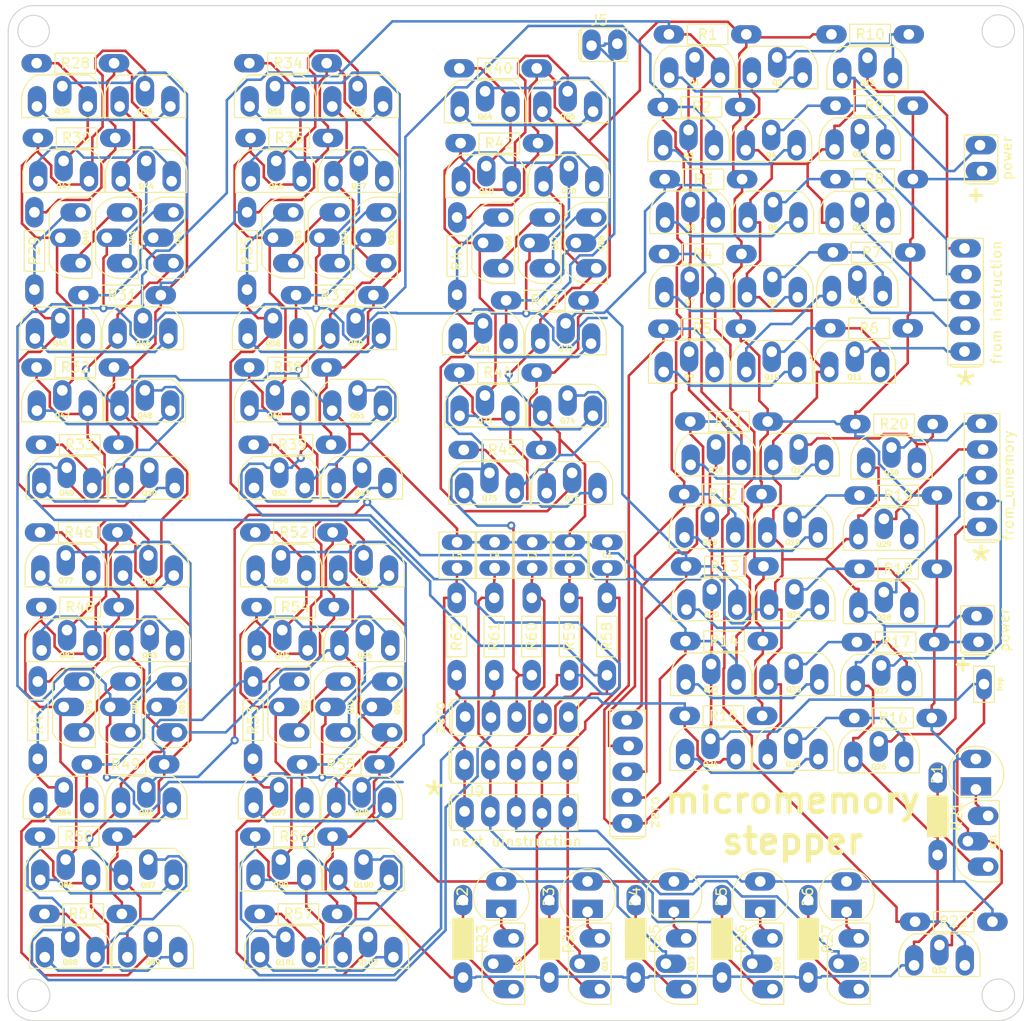
<source format=kicad_pcb>
(kicad_pcb (version 20171130) (host pcbnew 5.1.5+dfsg1-2build2)
  (layers (0 F.Cu signal) (31 B.Cu signal) (34 B.Paste user) (35 F.Paste user) (36 B.SilkS user) (37 F.SilkS user) (38 B.Mask user) (39 F.Mask user) (44 Edge.Cuts user))
  (net 0 "")
  (net 1 GND)
  (net 2 +5V)
  (net 3 /sheet63CD64C4/in)
  (net 4 /sheet63CD7CBF/in)
  (net 5 /Sheet63CCF23C/in)
  (net 6 /sheet63CD2F38/in)
  (net 7 /sheet63CD474D/in)
  (net 8 "Net-(D1-Pad1)")
  (net 9 "Net-(D2-Pad1)")
  (net 10 "Net-(D3-Pad1)")
  (net 11 "Net-(D4-Pad1)")
  (net 12 "Net-(D5-Pad1)")
  (net 13 "Net-(D6-Pad1)")
  (net 14 /sheet63CAED05/enable)
  (net 15 /sheet63CAED05/a)
  (net 16 /sheet63CAED05/b)
  (net 17 /sheet63CAED05/c)
  (net 18 /sheet63CAED05/d)
  (net 19 /sheet63CAED05/e)
  (net 20 /sheet63CAAEC3/e)
  (net 21 /sheet63CAAEC3/d)
  (net 22 /sheet63CAAEC3/c)
  (net 23 /sheet63CAAEC3/b)
  (net 24 /sheet63CAAEC3/a)
  (net 25 /Sheet63CB5269/e)
  (net 26 /Sheet63CB5269/d)
  (net 27 /Sheet63CB5269/c)
  (net 28 /Sheet63CB5269/b)
  (net 29 /Sheet63CB5269/a)
  (net 30 /Sheet63CB5269/clck)
  (net 31 /sheet63DA3593/in)
  (net 32 /sheet63D9F1FA/in)
  (net 33 /sheet63D9AD7D/in)
  (net 34 /sheet63D969A8/in)
  (net 35 /Sheet63D89A62/in)
  (net 36 "Net-(Q1-Pad1)")
  (net 37 /sheet63CAAEC3/enable)
  (net 38 /sheet63CAAEC3/Sheet63CA9AA7/b)
  (net 39 "Net-(Q3-Pad1)")
  (net 40 /sheet63CAAEC3/sheet63CA9C00/b)
  (net 41 "Net-(Q5-Pad1)")
  (net 42 /sheet63CAAEC3/sheet63CA9C56/b)
  (net 43 "Net-(Q7-Pad1)")
  (net 44 /sheet63CAAEC3/sheet63CA9CC4/b)
  (net 45 "Net-(Q10-Pad3)")
  (net 46 /sheet63CAAEC3/sheet63CA9D36/b)
  (net 47 "Net-(Q16-Pad1)")
  (net 48 /sheet63CAED05/Sheet63CA9AA7/b)
  (net 49 "Net-(Q18-Pad1)")
  (net 50 /sheet63CAED05/sheet63CA9C00/b)
  (net 51 "Net-(Q20-Pad1)")
  (net 52 /sheet63CAED05/sheet63CA9C56/b)
  (net 53 "Net-(Q22-Pad1)")
  (net 54 /sheet63CAED05/sheet63CA9CC4/b)
  (net 55 "Net-(Q24-Pad1)")
  (net 56 /sheet63CAED05/sheet63CA9D36/b)
  (net 57 "Net-(Q31-Pad1)")
  (net 58 "Net-(Q33-Pad1)")
  (net 59 "Net-(Q34-Pad1)")
  (net 60 "Net-(Q35-Pad1)")
  (net 61 "Net-(Q36-Pad1)")
  (net 62 "Net-(Q37-Pad1)")
  (net 63 "Net-(Q38-Pad1)")
  (net 64 /Sheet63CB5269/Sheet63CA4C29/Sheet63CB0FED/a)
  (net 65 /Sheet63CB5269/Sheet63CA4C29/sheet63CB2114/a)
  (net 66 /Sheet63CB5269/Sheet63CA4C29/sheet63CB2490/a)
  (net 67 "Net-(Q40-Pad1)")
  (net 68 /Sheet63CB5269/Sheet63CA4C29/sheet63CB236A/a)
  (net 69 "Net-(Q41-Pad1)")
  (net 70 "Net-(Q43-Pad1)")
  (net 71 "Net-(Q45-Pad1)")
  (net 72 "Net-(Q47-Pad1)")
  (net 73 /Sheet63CB5269/Sheet63CA4C29/nout)
  (net 74 "Net-(Q49-Pad1)")
  (net 75 "Net-(Q51-Pad1)")
  (net 76 /Sheet63CB5269/sheet63CA4D50/Sheet63CB0FED/a)
  (net 77 /Sheet63CB5269/sheet63CA4D50/sheet63CB2114/a)
  (net 78 /Sheet63CB5269/sheet63CA4D50/sheet63CB2490/a)
  (net 79 /Sheet63CB5269/sheet63CA4D50/sheet63CB236A/a)
  (net 80 "Net-(Q53-Pad1)")
  (net 81 "Net-(Q54-Pad1)")
  (net 82 "Net-(Q56-Pad1)")
  (net 83 "Net-(Q58-Pad1)")
  (net 84 "Net-(Q60-Pad1)")
  (net 85 /Sheet63CB5269/sheet63CA4D50/nout)
  (net 86 "Net-(Q62-Pad1)")
  (net 87 /Sheet63CB5269/sheet63CA4DDE/sheet63CB2114/a)
  (net 88 /Sheet63CB5269/sheet63CA4DDE/Sheet63CB0FED/a)
  (net 89 "Net-(Q64-Pad1)")
  (net 90 /Sheet63CB5269/sheet63CA4DDE/sheet63CB2490/a)
  (net 91 "Net-(Q66-Pad1)")
  (net 92 /Sheet63CB5269/sheet63CA4DDE/sheet63CB236A/a)
  (net 93 "Net-(Q67-Pad1)")
  (net 94 "Net-(Q69-Pad1)")
  (net 95 "Net-(Q71-Pad1)")
  (net 96 "Net-(Q73-Pad1)")
  (net 97 /Sheet63CB5269/sheet63CA4DDE/nout)
  (net 98 "Net-(Q75-Pad1)")
  (net 99 /Sheet63CB5269/sheet63CA4E3C/sheet63CB2114/a)
  (net 100 /Sheet63CB5269/sheet63CA4E3C/Sheet63CB0FED/a)
  (net 101 "Net-(Q77-Pad1)")
  (net 102 /Sheet63CB5269/sheet63CA4E3C/sheet63CB2490/a)
  (net 103 /Sheet63CB5269/sheet63CA4E3C/sheet63CB236A/a)
  (net 104 "Net-(Q79-Pad1)")
  (net 105 "Net-(Q80-Pad1)")
  (net 106 "Net-(Q82-Pad1)")
  (net 107 "Net-(Q84-Pad1)")
  (net 108 "Net-(Q86-Pad1)")
  (net 109 /Sheet63CB5269/sheet63CA4E3C/nout)
  (net 110 "Net-(Q88-Pad1)")
  (net 111 "Net-(Q90-Pad1)")
  (net 112 /Sheet63CB5269/sheet63CA4EAE/Sheet63CB0FED/a)
  (net 113 /Sheet63CB5269/sheet63CA4EAE/sheet63CB2114/a)
  (net 114 /Sheet63CB5269/sheet63CA4EAE/sheet63CB2490/a)
  (net 115 /Sheet63CB5269/sheet63CA4EAE/sheet63CB236A/a)
  (net 116 "Net-(Q92-Pad1)")
  (net 117 "Net-(Q93-Pad1)")
  (net 118 "Net-(Q95-Pad1)")
  (net 119 "Net-(Q97-Pad1)")
  (net 120 "Net-(Q100-Pad3)")
  (net 121 /Sheet63CB5269/sheet63CA4EAE/nout)
  (net 122 "Net-(Q101-Pad1)")
  (module processor2:capacitor (layer F.Cu) (at 109 105.41 180)
    (fp_text reference C1 (at 0 1.27) (layer F.SilkS) (effects (font (size 0.5 0.5) (thickness 0.125))))
    (fp_text value C)
    (pad 1 thru_hole oval (at 0 0 180) (size 3 1.524) (drill 1.05) (layers *.Cu *.Mask) (net 3 /sheet63CD64C4/in))
    (pad 2 thru_hole oval (at 0 2.54 180) (size 3 1.524) (drill 1.05) (layers *.Cu *.Mask) (net 1 GND))
  )
  (module processor2:capacitor (layer F.Cu) (at 105.3 105.41 180)
    (fp_text reference C2 (at 0 1.27) (layer F.SilkS) (effects (font (size 0.5 0.5) (thickness 0.125))))
    (fp_text value C)
    (pad 1 thru_hole oval (at 0 0 180) (size 3 1.524) (drill 1.05) (layers *.Cu *.Mask) (net 4 /sheet63CD7CBF/in))
    (pad 2 thru_hole oval (at 0 2.54 180) (size 3 1.524) (drill 1.05) (layers *.Cu *.Mask) (net 1 GND))
  )
  (module processor2:capacitor (layer F.Cu) (at 101.6 105.41 180)
    (fp_text reference C3 (at 0 1.27) (layer F.SilkS) (effects (font (size 0.5 0.5) (thickness 0.125))))
    (fp_text value C)
    (pad 1 thru_hole oval (at 0 0 180) (size 3 1.524) (drill 1.05) (layers *.Cu *.Mask) (net 5 /Sheet63CCF23C/in))
    (pad 2 thru_hole oval (at 0 2.54 180) (size 3 1.524) (drill 1.05) (layers *.Cu *.Mask) (net 1 GND))
  )
  (module processor2:capacitor (layer F.Cu) (at 97.9 105.41 180)
    (fp_text reference C4 (at 0 1.27) (layer F.SilkS) (effects (font (size 0.5 0.5) (thickness 0.125))))
    (fp_text value C)
    (pad 2 thru_hole oval (at 0 2.54 180) (size 3 1.524) (drill 1.05) (layers *.Cu *.Mask) (net 1 GND))
    (pad 1 thru_hole oval (at 0 0 180) (size 3 1.524) (drill 1.05) (layers *.Cu *.Mask) (net 6 /sheet63CD2F38/in))
  )
  (module processor2:capacitor (layer F.Cu) (at 94.2 105.41 180)
    (fp_text reference C5 (at 0 1.27) (layer F.SilkS) (effects (font (size 0.5 0.5) (thickness 0.125))))
    (fp_text value C)
    (pad 2 thru_hole oval (at 0 2.54 180) (size 3 1.524) (drill 1.05) (layers *.Cu *.Mask) (net 1 GND))
    (pad 1 thru_hole oval (at 0 0 180) (size 3 1.524) (drill 1.05) (layers *.Cu *.Mask) (net 7 /sheet63CD474D/in))
  )
  (module processor2:led_5mm_tight (layer F.Cu) (at 145.288 125.72 90)
    (fp_text reference D1 (at 0 -3.81 90) (layer F.SilkS))
    (fp_text value LED)
    (pad 1 thru_hole rect (at -1.5 0 90) (size 1.8 3) (drill 1.05 (offset 0.3 0)) (layers *.Cu *.Mask) (net 8 "Net-(D1-Pad1)"))
    (pad 2 thru_hole oval (at 1.5 0 90) (size 1.8 3) (drill 1.05) (layers *.Cu *.Mask) (net 2 +5V))
  )
  (module processor2:led_5mm_tight (layer F.Cu) (at 98.552 137.79 90)
    (fp_text reference D2 (at 0 -3.81 90) (layer F.SilkS))
    (fp_text value LED)
    (pad 2 thru_hole oval (at 1.5 0 90) (size 1.8 3) (drill 1.05) (layers *.Cu *.Mask) (net 2 +5V))
    (pad 1 thru_hole rect (at -1.5 0 90) (size 1.8 3) (drill 1.05 (offset 0.3 0)) (layers *.Cu *.Mask) (net 9 "Net-(D2-Pad1)"))
  )
  (module processor2:led_5mm_tight (layer F.Cu) (at 107.052 137.79 90)
    (fp_text reference D3 (at 0 -3.81 90) (layer F.SilkS))
    (fp_text value LED)
    (pad 1 thru_hole rect (at -1.5 0 90) (size 1.8 3) (drill 1.05 (offset 0.3 0)) (layers *.Cu *.Mask) (net 10 "Net-(D3-Pad1)"))
    (pad 2 thru_hole oval (at 1.5 0 90) (size 1.8 3) (drill 1.05) (layers *.Cu *.Mask) (net 2 +5V))
  )
  (module processor2:led_5mm_tight (layer F.Cu) (at 115.552 137.79 90)
    (fp_text reference D4 (at 0 -3.81 90) (layer F.SilkS))
    (fp_text value LED)
    (pad 1 thru_hole rect (at -1.5 0 90) (size 1.8 3) (drill 1.05 (offset 0.3 0)) (layers *.Cu *.Mask) (net 11 "Net-(D4-Pad1)"))
    (pad 2 thru_hole oval (at 1.5 0 90) (size 1.8 3) (drill 1.05) (layers *.Cu *.Mask) (net 2 +5V))
  )
  (module processor2:led_5mm_tight (layer F.Cu) (at 124.052 137.79 90)
    (fp_text reference D5 (at 0 -3.81 90) (layer F.SilkS))
    (fp_text value LED)
    (pad 2 thru_hole oval (at 1.5 0 90) (size 1.8 3) (drill 1.05) (layers *.Cu *.Mask) (net 2 +5V))
    (pad 1 thru_hole rect (at -1.5 0 90) (size 1.8 3) (drill 1.05 (offset 0.3 0)) (layers *.Cu *.Mask) (net 12 "Net-(D5-Pad1)"))
  )
  (module processor2:led_5mm_tight (layer F.Cu) (at 132.552 137.79 90)
    (fp_text reference D6 (at 0 -3.81 90) (layer F.SilkS))
    (fp_text value LED)
    (pad 2 thru_hole oval (at 1.5 0 90) (size 1.8 3) (drill 1.05) (layers *.Cu *.Mask) (net 2 +5V))
    (pad 1 thru_hole rect (at -1.5 0 90) (size 1.8 3) (drill 1.05 (offset 0.3 0)) (layers *.Cu *.Mask) (net 13 "Net-(D6-Pad1)"))
  )
  (module processor2:1pin (layer F.Cu) (at 146.088 116.848 270)
    (fp_text reference hop (at 0 -1.524 90) (layer F.SilkS) (effects (font (size 0.5 0.5) (thickness 0.125))))
    (fp_text value Conn_01x01_Male)
    (pad 1 thru_hole oval (at 0 0 270) (size 3 1.524) (drill 1.05) (layers *.Cu *.Mask) (net 14 /sheet63CAED05/enable))
  )
  (module processor2:5pin_tight (layer F.Cu) (at 145.896 91.186 270)
    (fp_text reference from_umemory (at 6.096 -2.6035 90) (layer F.SilkS))
    (fp_text value Conn_01x05_Male)
    (pad 1 thru_hole oval (at 0 0.1 270) (size 1.8 3) (drill 1.05 (offset 0 -0.1)) (layers *.Cu *.Mask) (net 15 /sheet63CAED05/a))
    (pad 2 thru_hole oval (at 2.54 -0.1 270) (size 1.8 3) (drill 1.05 (offset 0 0.1)) (layers *.Cu *.Mask) (net 16 /sheet63CAED05/b))
    (pad 3 thru_hole oval (at 5.08 0.1 270) (size 1.8 3) (drill 1.05 (offset 0 -0.1)) (layers *.Cu *.Mask) (net 17 /sheet63CAED05/c))
    (pad 4 thru_hole oval (at 7.62 0 270) (size 1.8 3) (drill 1.05 (offset 0 0.1)) (layers *.Cu *.Mask) (net 18 /sheet63CAED05/d))
    (pad 5 thru_hole oval (at 10.16 0.1 270) (size 1.8 3) (drill 1.05 (offset 0 -0.1)) (layers *.Cu *.Mask) (net 19 /sheet63CAED05/e))
  )
  (module processor2:5pin_tight (layer F.Cu) (at 144.272 73.914 270)
    (fp_text reference "from instruction" (at 5.334 -3.048 90) (layer F.SilkS))
    (fp_text value Conn_01x05_Male)
    (pad 5 thru_hole oval (at 10.16 0.1 270) (size 1.8 3) (drill 1.05 (offset 0 -0.1)) (layers *.Cu *.Mask) (net 20 /sheet63CAAEC3/e))
    (pad 4 thru_hole oval (at 7.62 0 270) (size 1.8 3) (drill 1.05 (offset 0 0.1)) (layers *.Cu *.Mask) (net 21 /sheet63CAAEC3/d))
    (pad 3 thru_hole oval (at 5.08 0.1 270) (size 1.8 3) (drill 1.05 (offset 0 -0.1)) (layers *.Cu *.Mask) (net 22 /sheet63CAAEC3/c))
    (pad 2 thru_hole oval (at 2.54 -0.1 270) (size 1.8 3) (drill 1.05 (offset 0 0.1)) (layers *.Cu *.Mask) (net 23 /sheet63CAAEC3/b))
    (pad 1 thru_hole oval (at 0 0.1 270) (size 1.8 3) (drill 1.05 (offset 0 -0.1)) (layers *.Cu *.Mask) (net 24 /sheet63CAAEC3/a))
  )
  (module processor2:5pin_tight (layer F.Cu) (at 110.998 120.396 270)
    (fp_text reference zero (at 9.0805 -2.6035 90) (layer F.SilkS))
    (fp_text value zero_start_in)
    (pad 5 thru_hole oval (at 10.16 0.1 270) (size 1.8 3) (drill 1.05 (offset 0 -0.1)) (layers *.Cu *.Mask) (net 25 /Sheet63CB5269/e))
    (pad 4 thru_hole oval (at 7.62 0 270) (size 1.8 3) (drill 1.05 (offset 0 0.1)) (layers *.Cu *.Mask) (net 26 /Sheet63CB5269/d))
    (pad 3 thru_hole oval (at 5.08 0.1 270) (size 1.8 3) (drill 1.05 (offset 0 -0.1)) (layers *.Cu *.Mask) (net 27 /Sheet63CB5269/c))
    (pad 2 thru_hole oval (at 2.54 -0.1 270) (size 1.8 3) (drill 1.05 (offset 0 0.1)) (layers *.Cu *.Mask) (net 28 /Sheet63CB5269/b))
    (pad 1 thru_hole oval (at 0 0.1 270) (size 1.8 3) (drill 1.05 (offset 0 -0.1)) (layers *.Cu *.Mask) (net 29 /Sheet63CB5269/a))
  )
  (module processor2:2pin_tight (layer F.Cu) (at 107.442 53.848 180)
    (fp_text reference J5 (at -0.762 2.413) (layer F.SilkS))
    (fp_text value clck)
    (pad 1 thru_hole oval (at 0 -0.1 180) (size 1.8 3) (drill 1.05 (offset 0 0.1)) (layers *.Cu *.Mask) (net 30 /Sheet63CB5269/clck))
    (pad 2 thru_hole oval (at -2.54 0.1 180) (size 1.8 3) (drill 1.05 (offset 0 -0.1)) (layers *.Cu *.Mask) (net 30 /Sheet63CB5269/clck))
  )
  (module processor2:5pin_tight (layer F.Cu) (at 105.156 120.142 180)
    (fp_text reference zero (at 12.7 0 90) (layer F.SilkS))
    (fp_text value zero_start_out)
    (pad 5 thru_hole oval (at 10.16 0.1 180) (size 1.8 3) (drill 1.05 (offset 0 -0.1)) (layers *.Cu *.Mask) (net 31 /sheet63DA3593/in))
    (pad 4 thru_hole oval (at 7.62 0 180) (size 1.8 3) (drill 1.05 (offset 0 0.1)) (layers *.Cu *.Mask) (net 32 /sheet63D9F1FA/in))
    (pad 3 thru_hole oval (at 5.08 0.1 180) (size 1.8 3) (drill 1.05 (offset 0 -0.1)) (layers *.Cu *.Mask) (net 33 /sheet63D9AD7D/in))
    (pad 2 thru_hole oval (at 2.54 -0.1 180) (size 1.8 3) (drill 1.05 (offset 0 0.1)) (layers *.Cu *.Mask) (net 34 /sheet63D969A8/in))
    (pad 1 thru_hole oval (at 0 0.1 180) (size 1.8 3) (drill 1.05 (offset 0 -0.1)) (layers *.Cu *.Mask) (net 35 /Sheet63D89A62/in))
  )
  (module processor2:2pin_tight (layer F.Cu) (at 145.453 112.686 270)
    (fp_text reference power (at -1.18 -2.629 90) (layer F.SilkS))
    (fp_text value Conn_01x02_Male)
    (pad 2 thru_hole oval (at -2.54 0.1 270) (size 1.8 3) (drill 1.05 (offset 0 -0.1)) (layers *.Cu *.Mask) (net 1 GND))
    (pad 1 thru_hole oval (at 0 -0.1 270) (size 1.8 3) (drill 1.05 (offset 0 0.1)) (layers *.Cu *.Mask) (net 2 +5V))
  )
  (module processor2:2pin_tight (layer F.Cu) (at 145.796 66.294 270)
    (fp_text reference power (at -1.27 -2.54 90) (layer F.SilkS))
    (fp_text value Conn_01x02_Male)
    (pad 1 thru_hole oval (at 0 -0.1 270) (size 1.8 3) (drill 1.05 (offset 0 0.1)) (layers *.Cu *.Mask) (net 2 +5V))
    (pad 2 thru_hole oval (at -2.54 0.1 270) (size 1.8 3) (drill 1.05 (offset 0 -0.1)) (layers *.Cu *.Mask) (net 1 GND))
  )
  (module processor2:5pin_tight (layer F.Cu) (at 105.096 124.83 180)
    (fp_text reference J9 (at 9.0805 -2.6035) (layer F.SilkS))
    (fp_text value Conn_01x05_Male)
    (pad 1 thru_hole oval (at 0 0.1 180) (size 1.8 3) (drill 1.05 (offset 0 -0.1)) (layers *.Cu *.Mask) (net 3 /sheet63CD64C4/in))
    (pad 2 thru_hole oval (at 2.54 -0.1 180) (size 1.8 3) (drill 1.05 (offset 0 0.1)) (layers *.Cu *.Mask) (net 4 /sheet63CD7CBF/in))
    (pad 3 thru_hole oval (at 5.08 0.1 180) (size 1.8 3) (drill 1.05 (offset 0 -0.1)) (layers *.Cu *.Mask) (net 5 /Sheet63CCF23C/in))
    (pad 4 thru_hole oval (at 7.62 0 180) (size 1.8 3) (drill 1.05 (offset 0 0.1)) (layers *.Cu *.Mask) (net 6 /sheet63CD2F38/in))
    (pad 5 thru_hole oval (at 10.16 0.1 180) (size 1.8 3) (drill 1.05 (offset 0 -0.1)) (layers *.Cu *.Mask) (net 7 /sheet63CD474D/in))
  )
  (module processor2:5pin_tight (layer F.Cu) (at 105.096 129.48 180)
    (fp_text reference "next uinstruction" (at 5.02 -2.854) (layer F.SilkS))
    (fp_text value Conn_01x05_Male)
    (pad 1 thru_hole oval (at 0 0.1 180) (size 1.8 3) (drill 1.05 (offset 0 -0.1)) (layers *.Cu *.Mask) (net 3 /sheet63CD64C4/in))
    (pad 2 thru_hole oval (at 2.54 -0.1 180) (size 1.8 3) (drill 1.05 (offset 0 0.1)) (layers *.Cu *.Mask) (net 4 /sheet63CD7CBF/in))
    (pad 3 thru_hole oval (at 5.08 0.1 180) (size 1.8 3) (drill 1.05 (offset 0 -0.1)) (layers *.Cu *.Mask) (net 5 /Sheet63CCF23C/in))
    (pad 4 thru_hole oval (at 7.62 0 180) (size 1.8 3) (drill 1.05 (offset 0 0.1)) (layers *.Cu *.Mask) (net 6 /sheet63CD2F38/in))
    (pad 5 thru_hole oval (at 10.16 0.1 180) (size 1.8 3) (drill 1.05 (offset 0 -0.1)) (layers *.Cu *.Mask) (net 7 /sheet63CD474D/in))
  )
  (module processor2:2n7000_tight (layer F.Cu) (at 117.594 56.0935)
    (fp_text reference Q1 (at 0 1.5) (layer F.SilkS) (effects (font (size 0.5 0.5) (thickness 0.125))))
    (fp_text value 2N7000)
    (pad 1 thru_hole oval (at -2.5 1) (size 1.8 3) (drill 1.05 (offset 0 -0.5)) (layers *.Cu *.Mask) (net 36 "Net-(Q1-Pad1)"))
    (pad 2 thru_hole oval (at 0 -1) (size 1.8 3) (drill 1.05 (offset 0 0.5)) (layers *.Cu *.Mask) (net 37 /sheet63CAAEC3/enable))
    (pad 3 thru_hole oval (at 2.5 1) (size 1.8 3) (drill 1.05 (offset 0 -0.5)) (layers *.Cu *.Mask) (net 29 /Sheet63CB5269/a))
  )
  (module processor2:2n7000_tight (layer F.Cu) (at 125.73 56.0935)
    (fp_text reference Q2 (at 0 1.5) (layer F.SilkS) (effects (font (size 0.5 0.5) (thickness 0.125))))
    (fp_text value 2N7000)
    (pad 1 thru_hole oval (at -2.5 1) (size 1.8 3) (drill 1.05 (offset 0 -0.5)) (layers *.Cu *.Mask) (net 1 GND))
    (pad 2 thru_hole oval (at 0 -1) (size 1.8 3) (drill 1.05 (offset 0 0.5)) (layers *.Cu *.Mask) (net 38 /sheet63CAAEC3/Sheet63CA9AA7/b))
    (pad 3 thru_hole oval (at 2.5 1) (size 1.8 3) (drill 1.05 (offset 0 -0.5)) (layers *.Cu *.Mask) (net 36 "Net-(Q1-Pad1)"))
  )
  (module processor2:2n7000_tight (layer F.Cu) (at 116.992 63.2495)
    (fp_text reference Q3 (at 0 1.5) (layer F.SilkS) (effects (font (size 0.5 0.5) (thickness 0.125))))
    (fp_text value 2N7000)
    (pad 3 thru_hole oval (at 2.5 1) (size 1.8 3) (drill 1.05 (offset 0 -0.5)) (layers *.Cu *.Mask) (net 28 /Sheet63CB5269/b))
    (pad 2 thru_hole oval (at 0 -1) (size 1.8 3) (drill 1.05 (offset 0 0.5)) (layers *.Cu *.Mask) (net 37 /sheet63CAAEC3/enable))
    (pad 1 thru_hole oval (at -2.5 1) (size 1.8 3) (drill 1.05 (offset 0 -0.5)) (layers *.Cu *.Mask) (net 39 "Net-(Q3-Pad1)"))
  )
  (module processor2:2n7000_tight (layer F.Cu) (at 125.128 63.2495)
    (fp_text reference Q4 (at 0 1.5) (layer F.SilkS) (effects (font (size 0.5 0.5) (thickness 0.125))))
    (fp_text value 2N7000)
    (pad 1 thru_hole oval (at -2.5 1) (size 1.8 3) (drill 1.05 (offset 0 -0.5)) (layers *.Cu *.Mask) (net 1 GND))
    (pad 2 thru_hole oval (at 0 -1) (size 1.8 3) (drill 1.05 (offset 0 0.5)) (layers *.Cu *.Mask) (net 40 /sheet63CAAEC3/sheet63CA9C00/b))
    (pad 3 thru_hole oval (at 2.5 1) (size 1.8 3) (drill 1.05 (offset 0 -0.5)) (layers *.Cu *.Mask) (net 39 "Net-(Q3-Pad1)"))
  )
  (module processor2:2n7000_tight (layer F.Cu) (at 117.18 70.3615)
    (fp_text reference Q5 (at 0 1.5) (layer F.SilkS) (effects (font (size 0.5 0.5) (thickness 0.125))))
    (fp_text value 2N7000)
    (pad 1 thru_hole oval (at -2.5 1) (size 1.8 3) (drill 1.05 (offset 0 -0.5)) (layers *.Cu *.Mask) (net 41 "Net-(Q5-Pad1)"))
    (pad 2 thru_hole oval (at 0 -1) (size 1.8 3) (drill 1.05 (offset 0 0.5)) (layers *.Cu *.Mask) (net 37 /sheet63CAAEC3/enable))
    (pad 3 thru_hole oval (at 2.5 1) (size 1.8 3) (drill 1.05 (offset 0 -0.5)) (layers *.Cu *.Mask) (net 27 /Sheet63CB5269/c))
  )
  (module processor2:2n7000_tight (layer F.Cu) (at 125.316 70.3615)
    (fp_text reference Q6 (at 0 1.5) (layer F.SilkS) (effects (font (size 0.5 0.5) (thickness 0.125))))
    (fp_text value 2N7000)
    (pad 1 thru_hole oval (at -2.5 1) (size 1.8 3) (drill 1.05 (offset 0 -0.5)) (layers *.Cu *.Mask) (net 1 GND))
    (pad 2 thru_hole oval (at 0 -1) (size 1.8 3) (drill 1.05 (offset 0 0.5)) (layers *.Cu *.Mask) (net 42 /sheet63CAAEC3/sheet63CA9C56/b))
    (pad 3 thru_hole oval (at 2.5 1) (size 1.8 3) (drill 1.05 (offset 0 -0.5)) (layers *.Cu *.Mask) (net 41 "Net-(Q5-Pad1)"))
  )
  (module processor2:2n7000_tight (layer F.Cu) (at 117.114 77.7275)
    (fp_text reference Q7 (at 0 1.5) (layer F.SilkS) (effects (font (size 0.5 0.5) (thickness 0.125))))
    (fp_text value 2N7000)
    (pad 1 thru_hole oval (at -2.5 1) (size 1.8 3) (drill 1.05 (offset 0 -0.5)) (layers *.Cu *.Mask) (net 43 "Net-(Q7-Pad1)"))
    (pad 2 thru_hole oval (at 0 -1) (size 1.8 3) (drill 1.05 (offset 0 0.5)) (layers *.Cu *.Mask) (net 37 /sheet63CAAEC3/enable))
    (pad 3 thru_hole oval (at 2.5 1) (size 1.8 3) (drill 1.05 (offset 0 -0.5)) (layers *.Cu *.Mask) (net 26 /Sheet63CB5269/d))
  )
  (module processor2:2n7000_tight (layer F.Cu) (at 125.25 77.7275)
    (fp_text reference Q8 (at 0 1.5) (layer F.SilkS) (effects (font (size 0.5 0.5) (thickness 0.125))))
    (fp_text value 2N7000)
    (pad 1 thru_hole oval (at -2.5 1) (size 1.8 3) (drill 1.05 (offset 0 -0.5)) (layers *.Cu *.Mask) (net 1 GND))
    (pad 2 thru_hole oval (at 0 -1) (size 1.8 3) (drill 1.05 (offset 0 0.5)) (layers *.Cu *.Mask) (net 44 /sheet63CAAEC3/sheet63CA9CC4/b))
    (pad 3 thru_hole oval (at 2.5 1) (size 1.8 3) (drill 1.05 (offset 0 -0.5)) (layers *.Cu *.Mask) (net 43 "Net-(Q7-Pad1)"))
  )
  (module processor2:2n7000_tight (layer F.Cu) (at 117.048 85.0935)
    (fp_text reference Q9 (at 0 1.5) (layer F.SilkS) (effects (font (size 0.5 0.5) (thickness 0.125))))
    (fp_text value 2N7000)
    (pad 1 thru_hole oval (at -2.5 1) (size 1.8 3) (drill 1.05 (offset 0 -0.5)) (layers *.Cu *.Mask) (net 45 "Net-(Q10-Pad3)"))
    (pad 2 thru_hole oval (at 0 -1) (size 1.8 3) (drill 1.05 (offset 0 0.5)) (layers *.Cu *.Mask) (net 37 /sheet63CAAEC3/enable))
    (pad 3 thru_hole oval (at 2.5 1) (size 1.8 3) (drill 1.05 (offset 0 -0.5)) (layers *.Cu *.Mask) (net 25 /Sheet63CB5269/e))
  )
  (module processor2:2n7000_tight (layer F.Cu) (at 125.184 85.0935)
    (fp_text reference Q10 (at 0 1.5) (layer F.SilkS) (effects (font (size 0.5 0.5) (thickness 0.125))))
    (fp_text value 2N7000)
    (pad 3 thru_hole oval (at 2.5 1) (size 1.8 3) (drill 1.05 (offset 0 -0.5)) (layers *.Cu *.Mask) (net 45 "Net-(Q10-Pad3)"))
    (pad 2 thru_hole oval (at 0 -1) (size 1.8 3) (drill 1.05 (offset 0 0.5)) (layers *.Cu *.Mask) (net 46 /sheet63CAAEC3/sheet63CA9D36/b))
    (pad 1 thru_hole oval (at -2.5 1) (size 1.8 3) (drill 1.05 (offset 0 -0.5)) (layers *.Cu *.Mask) (net 1 GND))
  )
  (module processor2:2n7000_tight (layer F.Cu) (at 133.36 85.09)
    (fp_text reference Q11 (at 0 1.5) (layer F.SilkS) (effects (font (size 0.5 0.5) (thickness 0.125))))
    (fp_text value 2N7000)
    (pad 3 thru_hole oval (at 2.5 1) (size 1.8 3) (drill 1.05 (offset 0 -0.5)) (layers *.Cu *.Mask) (net 46 /sheet63CAAEC3/sheet63CA9D36/b))
    (pad 2 thru_hole oval (at 0 -1) (size 1.8 3) (drill 1.05 (offset 0 0.5)) (layers *.Cu *.Mask) (net 20 /sheet63CAAEC3/e))
    (pad 1 thru_hole oval (at -2.5 1) (size 1.8 3) (drill 1.05 (offset 0 -0.5)) (layers *.Cu *.Mask) (net 1 GND))
  )
  (module processor2:2n7000_tight (layer F.Cu) (at 133.614 77.612)
    (fp_text reference Q12 (at 0 1.5) (layer F.SilkS) (effects (font (size 0.5 0.5) (thickness 0.125))))
    (fp_text value 2N7000)
    (pad 1 thru_hole oval (at -2.5 1) (size 1.8 3) (drill 1.05 (offset 0 -0.5)) (layers *.Cu *.Mask) (net 1 GND))
    (pad 2 thru_hole oval (at 0 -1) (size 1.8 3) (drill 1.05 (offset 0 0.5)) (layers *.Cu *.Mask) (net 21 /sheet63CAAEC3/d))
    (pad 3 thru_hole oval (at 2.5 1) (size 1.8 3) (drill 1.05 (offset 0 -0.5)) (layers *.Cu *.Mask) (net 44 /sheet63CAAEC3/sheet63CA9CC4/b))
  )
  (module processor2:2n7000_tight (layer F.Cu) (at 133.868 70.388)
    (fp_text reference Q13 (at 0 1.5) (layer F.SilkS) (effects (font (size 0.5 0.5) (thickness 0.125))))
    (fp_text value 2N7000)
    (pad 1 thru_hole oval (at -2.5 1) (size 1.8 3) (drill 1.05 (offset 0 -0.5)) (layers *.Cu *.Mask) (net 1 GND))
    (pad 2 thru_hole oval (at 0 -1) (size 1.8 3) (drill 1.05 (offset 0 0.5)) (layers *.Cu *.Mask) (net 22 /sheet63CAAEC3/c))
    (pad 3 thru_hole oval (at 2.5 1) (size 1.8 3) (drill 1.05 (offset 0 -0.5)) (layers *.Cu *.Mask) (net 42 /sheet63CAAEC3/sheet63CA9C56/b))
  )
  (module processor2:2n7000_tight (layer F.Cu) (at 133.868 63.164)
    (fp_text reference Q14 (at 0 1.5) (layer F.SilkS) (effects (font (size 0.5 0.5) (thickness 0.125))))
    (fp_text value 2N7000)
    (pad 3 thru_hole oval (at 2.5 1) (size 1.8 3) (drill 1.05 (offset 0 -0.5)) (layers *.Cu *.Mask) (net 40 /sheet63CAAEC3/sheet63CA9C00/b))
    (pad 2 thru_hole oval (at 0 -1) (size 1.8 3) (drill 1.05 (offset 0 0.5)) (layers *.Cu *.Mask) (net 23 /sheet63CAAEC3/b))
    (pad 1 thru_hole oval (at -2.5 1) (size 1.8 3) (drill 1.05 (offset 0 -0.5)) (layers *.Cu *.Mask) (net 1 GND))
  )
  (module processor2:2n7000_tight (layer F.Cu) (at 134.62 56.134)
    (fp_text reference Q15 (at 0 1.5) (layer F.SilkS) (effects (font (size 0.5 0.5) (thickness 0.125))))
    (fp_text value 2N7000)
    (pad 3 thru_hole oval (at 2.5 1) (size 1.8 3) (drill 1.05 (offset 0 -0.5)) (layers *.Cu *.Mask) (net 38 /sheet63CAAEC3/Sheet63CA9AA7/b))
    (pad 2 thru_hole oval (at 0 -1) (size 1.8 3) (drill 1.05 (offset 0 0.5)) (layers *.Cu *.Mask) (net 24 /sheet63CAAEC3/a))
    (pad 1 thru_hole oval (at -2.5 1) (size 1.8 3) (drill 1.05 (offset 0 -0.5)) (layers *.Cu *.Mask) (net 1 GND))
  )
  (module processor2:2n7000_tight (layer F.Cu) (at 119.7 94.2375)
    (fp_text reference Q16 (at 0 1.5) (layer F.SilkS) (effects (font (size 0.5 0.5) (thickness 0.125))))
    (fp_text value 2N7000)
    (pad 1 thru_hole oval (at -2.5 1) (size 1.8 3) (drill 1.05 (offset 0 -0.5)) (layers *.Cu *.Mask) (net 47 "Net-(Q16-Pad1)"))
    (pad 2 thru_hole oval (at 0 -1) (size 1.8 3) (drill 1.05 (offset 0 0.5)) (layers *.Cu *.Mask) (net 14 /sheet63CAED05/enable))
    (pad 3 thru_hole oval (at 2.5 1) (size 1.8 3) (drill 1.05 (offset 0 -0.5)) (layers *.Cu *.Mask) (net 29 /Sheet63CB5269/a))
  )
  (module processor2:2n7000_tight (layer F.Cu) (at 127.836 94.2375)
    (fp_text reference Q17 (at 0 1.5) (layer F.SilkS) (effects (font (size 0.5 0.5) (thickness 0.125))))
    (fp_text value 2N7000)
    (pad 3 thru_hole oval (at 2.5 1) (size 1.8 3) (drill 1.05 (offset 0 -0.5)) (layers *.Cu *.Mask) (net 47 "Net-(Q16-Pad1)"))
    (pad 2 thru_hole oval (at 0 -1) (size 1.8 3) (drill 1.05 (offset 0 0.5)) (layers *.Cu *.Mask) (net 48 /sheet63CAED05/Sheet63CA9AA7/b))
    (pad 1 thru_hole oval (at -2.5 1) (size 1.8 3) (drill 1.05 (offset 0 -0.5)) (layers *.Cu *.Mask) (net 1 GND))
  )
  (module processor2:2n7000_tight (layer F.Cu) (at 119.098 101.394)
    (fp_text reference Q18 (at 0 1.5) (layer F.SilkS) (effects (font (size 0.5 0.5) (thickness 0.125))))
    (fp_text value 2N7000)
    (pad 1 thru_hole oval (at -2.5 1) (size 1.8 3) (drill 1.05 (offset 0 -0.5)) (layers *.Cu *.Mask) (net 49 "Net-(Q18-Pad1)"))
    (pad 2 thru_hole oval (at 0 -1) (size 1.8 3) (drill 1.05 (offset 0 0.5)) (layers *.Cu *.Mask) (net 14 /sheet63CAED05/enable))
    (pad 3 thru_hole oval (at 2.5 1) (size 1.8 3) (drill 1.05 (offset 0 -0.5)) (layers *.Cu *.Mask) (net 28 /Sheet63CB5269/b))
  )
  (module processor2:2n7000_tight (layer F.Cu) (at 127.234 101.394)
    (fp_text reference Q19 (at 0 1.5) (layer F.SilkS) (effects (font (size 0.5 0.5) (thickness 0.125))))
    (fp_text value 2N7000)
    (pad 1 thru_hole oval (at -2.5 1) (size 1.8 3) (drill 1.05 (offset 0 -0.5)) (layers *.Cu *.Mask) (net 1 GND))
    (pad 2 thru_hole oval (at 0 -1) (size 1.8 3) (drill 1.05 (offset 0 0.5)) (layers *.Cu *.Mask) (net 50 /sheet63CAED05/sheet63CA9C00/b))
    (pad 3 thru_hole oval (at 2.5 1) (size 1.8 3) (drill 1.05 (offset 0 -0.5)) (layers *.Cu *.Mask) (net 49 "Net-(Q18-Pad1)"))
  )
  (module processor2:2n7000_tight (layer F.Cu) (at 119.286 108.506)
    (fp_text reference Q20 (at 0 1.5) (layer F.SilkS) (effects (font (size 0.5 0.5) (thickness 0.125))))
    (fp_text value 2N7000)
    (pad 3 thru_hole oval (at 2.5 1) (size 1.8 3) (drill 1.05 (offset 0 -0.5)) (layers *.Cu *.Mask) (net 27 /Sheet63CB5269/c))
    (pad 2 thru_hole oval (at 0 -1) (size 1.8 3) (drill 1.05 (offset 0 0.5)) (layers *.Cu *.Mask) (net 14 /sheet63CAED05/enable))
    (pad 1 thru_hole oval (at -2.5 1) (size 1.8 3) (drill 1.05 (offset 0 -0.5)) (layers *.Cu *.Mask) (net 51 "Net-(Q20-Pad1)"))
  )
  (module processor2:2n7000_tight (layer F.Cu) (at 127.422 108.506)
    (fp_text reference Q21 (at 0 1.5) (layer F.SilkS) (effects (font (size 0.5 0.5) (thickness 0.125))))
    (fp_text value 2N7000)
    (pad 1 thru_hole oval (at -2.5 1) (size 1.8 3) (drill 1.05 (offset 0 -0.5)) (layers *.Cu *.Mask) (net 1 GND))
    (pad 2 thru_hole oval (at 0 -1) (size 1.8 3) (drill 1.05 (offset 0 0.5)) (layers *.Cu *.Mask) (net 52 /sheet63CAED05/sheet63CA9C56/b))
    (pad 3 thru_hole oval (at 2.5 1) (size 1.8 3) (drill 1.05 (offset 0 -0.5)) (layers *.Cu *.Mask) (net 51 "Net-(Q20-Pad1)"))
  )
  (module processor2:2n7000_tight (layer F.Cu) (at 119.22 115.872)
    (fp_text reference Q22 (at 0 1.5) (layer F.SilkS) (effects (font (size 0.5 0.5) (thickness 0.125))))
    (fp_text value 2N7000)
    (pad 1 thru_hole oval (at -2.5 1) (size 1.8 3) (drill 1.05 (offset 0 -0.5)) (layers *.Cu *.Mask) (net 53 "Net-(Q22-Pad1)"))
    (pad 2 thru_hole oval (at 0 -1) (size 1.8 3) (drill 1.05 (offset 0 0.5)) (layers *.Cu *.Mask) (net 14 /sheet63CAED05/enable))
    (pad 3 thru_hole oval (at 2.5 1) (size 1.8 3) (drill 1.05 (offset 0 -0.5)) (layers *.Cu *.Mask) (net 26 /Sheet63CB5269/d))
  )
  (module processor2:2n7000_tight (layer F.Cu) (at 127.356 115.872)
    (fp_text reference Q23 (at 0 1.5) (layer F.SilkS) (effects (font (size 0.5 0.5) (thickness 0.125))))
    (fp_text value 2N7000)
    (pad 3 thru_hole oval (at 2.5 1) (size 1.8 3) (drill 1.05 (offset 0 -0.5)) (layers *.Cu *.Mask) (net 53 "Net-(Q22-Pad1)"))
    (pad 2 thru_hole oval (at 0 -1) (size 1.8 3) (drill 1.05 (offset 0 0.5)) (layers *.Cu *.Mask) (net 54 /sheet63CAED05/sheet63CA9CC4/b))
    (pad 1 thru_hole oval (at -2.5 1) (size 1.8 3) (drill 1.05 (offset 0 -0.5)) (layers *.Cu *.Mask) (net 1 GND))
  )
  (module processor2:2n7000_tight (layer F.Cu) (at 119.154 123.238)
    (fp_text reference Q24 (at 0 1.5) (layer F.SilkS) (effects (font (size 0.5 0.5) (thickness 0.125))))
    (fp_text value 2N7000)
    (pad 3 thru_hole oval (at 2.5 1) (size 1.8 3) (drill 1.05 (offset 0 -0.5)) (layers *.Cu *.Mask) (net 25 /Sheet63CB5269/e))
    (pad 2 thru_hole oval (at 0 -1) (size 1.8 3) (drill 1.05 (offset 0 0.5)) (layers *.Cu *.Mask) (net 14 /sheet63CAED05/enable))
    (pad 1 thru_hole oval (at -2.5 1) (size 1.8 3) (drill 1.05 (offset 0 -0.5)) (layers *.Cu *.Mask) (net 55 "Net-(Q24-Pad1)"))
  )
  (module processor2:2n7000_tight (layer F.Cu) (at 127.29 123.238)
    (fp_text reference Q25 (at 0 1.5) (layer F.SilkS) (effects (font (size 0.5 0.5) (thickness 0.125))))
    (fp_text value 2N7000)
    (pad 1 thru_hole oval (at -2.5 1) (size 1.8 3) (drill 1.05 (offset 0 -0.5)) (layers *.Cu *.Mask) (net 1 GND))
    (pad 2 thru_hole oval (at 0 -1) (size 1.8 3) (drill 1.05 (offset 0 0.5)) (layers *.Cu *.Mask) (net 56 /sheet63CAED05/sheet63CA9D36/b))
    (pad 3 thru_hole oval (at 2.5 1) (size 1.8 3) (drill 1.05 (offset 0 -0.5)) (layers *.Cu *.Mask) (net 55 "Net-(Q24-Pad1)"))
  )
  (module processor2:2n7000_tight (layer F.Cu) (at 135.72 123.488)
    (fp_text reference Q26 (at 0 1.5) (layer F.SilkS) (effects (font (size 0.5 0.5) (thickness 0.125))))
    (fp_text value 2N7000)
    (pad 1 thru_hole oval (at -2.5 1) (size 1.8 3) (drill 1.05 (offset 0 -0.5)) (layers *.Cu *.Mask) (net 1 GND))
    (pad 2 thru_hole oval (at 0 -1) (size 1.8 3) (drill 1.05 (offset 0 0.5)) (layers *.Cu *.Mask) (net 19 /sheet63CAED05/e))
    (pad 3 thru_hole oval (at 2.5 1) (size 1.8 3) (drill 1.05 (offset 0 -0.5)) (layers *.Cu *.Mask) (net 56 /sheet63CAED05/sheet63CA9D36/b))
  )
  (module processor2:2n7000_tight (layer F.Cu) (at 135.974 116.01)
    (fp_text reference Q27 (at 0 1.5) (layer F.SilkS) (effects (font (size 0.5 0.5) (thickness 0.125))))
    (fp_text value 2N7000)
    (pad 3 thru_hole oval (at 2.5 1) (size 1.8 3) (drill 1.05 (offset 0 -0.5)) (layers *.Cu *.Mask) (net 54 /sheet63CAED05/sheet63CA9CC4/b))
    (pad 2 thru_hole oval (at 0 -1) (size 1.8 3) (drill 1.05 (offset 0 0.5)) (layers *.Cu *.Mask) (net 18 /sheet63CAED05/d))
    (pad 1 thru_hole oval (at -2.5 1) (size 1.8 3) (drill 1.05 (offset 0 -0.5)) (layers *.Cu *.Mask) (net 1 GND))
  )
  (module processor2:2n7000_tight (layer F.Cu) (at 136.228 108.786)
    (fp_text reference Q28 (at 0 1.5) (layer F.SilkS) (effects (font (size 0.5 0.5) (thickness 0.125))))
    (fp_text value 2N7000)
    (pad 3 thru_hole oval (at 2.5 1) (size 1.8 3) (drill 1.05 (offset 0 -0.5)) (layers *.Cu *.Mask) (net 52 /sheet63CAED05/sheet63CA9C56/b))
    (pad 2 thru_hole oval (at 0 -1) (size 1.8 3) (drill 1.05 (offset 0 0.5)) (layers *.Cu *.Mask) (net 17 /sheet63CAED05/c))
    (pad 1 thru_hole oval (at -2.5 1) (size 1.8 3) (drill 1.05 (offset 0 -0.5)) (layers *.Cu *.Mask) (net 1 GND))
  )
  (module processor2:2n7000_tight (layer F.Cu) (at 136.228 101.562)
    (fp_text reference Q29 (at 0 1.5) (layer F.SilkS) (effects (font (size 0.5 0.5) (thickness 0.125))))
    (fp_text value 2N7000)
    (pad 3 thru_hole oval (at 2.5 1) (size 1.8 3) (drill 1.05 (offset 0 -0.5)) (layers *.Cu *.Mask) (net 50 /sheet63CAED05/sheet63CA9C00/b))
    (pad 2 thru_hole oval (at 0 -1) (size 1.8 3) (drill 1.05 (offset 0 0.5)) (layers *.Cu *.Mask) (net 16 /sheet63CAED05/b))
    (pad 1 thru_hole oval (at -2.5 1) (size 1.8 3) (drill 1.05 (offset 0 -0.5)) (layers *.Cu *.Mask) (net 1 GND))
  )
  (module processor2:2n7000_tight (layer F.Cu) (at 136.98 94.532)
    (fp_text reference Q30 (at 0 1.5) (layer F.SilkS) (effects (font (size 0.5 0.5) (thickness 0.125))))
    (fp_text value 2N7000)
    (pad 1 thru_hole oval (at -2.5 1) (size 1.8 3) (drill 1.05 (offset 0 -0.5)) (layers *.Cu *.Mask) (net 1 GND))
    (pad 2 thru_hole oval (at 0 -1) (size 1.8 3) (drill 1.05 (offset 0 0.5)) (layers *.Cu *.Mask) (net 15 /sheet63CAED05/a))
    (pad 3 thru_hole oval (at 2.5 1) (size 1.8 3) (drill 1.05 (offset 0 -0.5)) (layers *.Cu *.Mask) (net 48 /sheet63CAED05/Sheet63CA9AA7/b))
  )
  (module processor2:2n7000_tight (layer F.Cu) (at 145.502 132.324 90)
    (fp_text reference Q31 (at 0 1.5 90) (layer F.SilkS) (effects (font (size 0.5 0.5) (thickness 0.125))))
    (fp_text value 2N7000)
    (pad 3 thru_hole oval (at 2.5 1 90) (size 1.8 3) (drill 1.05 (offset 0 -0.5)) (layers *.Cu *.Mask) (net 8 "Net-(D1-Pad1)"))
    (pad 2 thru_hole oval (at 0 -1 90) (size 1.8 3) (drill 1.05 (offset 0 0.5)) (layers *.Cu *.Mask) (net 14 /sheet63CAED05/enable))
    (pad 1 thru_hole oval (at -2.5 1 90) (size 1.8 3) (drill 1.05 (offset 0 -0.5)) (layers *.Cu *.Mask) (net 57 "Net-(Q31-Pad1)"))
  )
  (module processor2:2n7000_tight (layer F.Cu) (at 141.702 143.554)
    (fp_text reference Q32 (at 0 1.5) (layer F.SilkS) (effects (font (size 0.5 0.5) (thickness 0.125))))
    (fp_text value 2N7000)
    (pad 3 thru_hole oval (at 2.5 1) (size 1.8 3) (drill 1.05 (offset 0 -0.5)) (layers *.Cu *.Mask) (net 37 /sheet63CAAEC3/enable))
    (pad 2 thru_hole oval (at 0 -1) (size 1.8 3) (drill 1.05 (offset 0 0.5)) (layers *.Cu *.Mask) (net 14 /sheet63CAED05/enable))
    (pad 1 thru_hole oval (at -2.5 1) (size 1.8 3) (drill 1.05 (offset 0 -0.5)) (layers *.Cu *.Mask) (net 1 GND))
  )
  (module processor2:2n7000_tight (layer F.Cu) (at 98.7655 144.394 90)
    (fp_text reference Q33 (at 0 1.5 90) (layer F.SilkS) (effects (font (size 0.5 0.5) (thickness 0.125))))
    (fp_text value 2N7000)
    (pad 3 thru_hole oval (at 2.5 1 90) (size 1.8 3) (drill 1.05 (offset 0 -0.5)) (layers *.Cu *.Mask) (net 9 "Net-(D2-Pad1)"))
    (pad 2 thru_hole oval (at 0 -1 90) (size 1.8 3) (drill 1.05 (offset 0 0.5)) (layers *.Cu *.Mask) (net 4 /sheet63CD7CBF/in))
    (pad 1 thru_hole oval (at -2.5 1 90) (size 1.8 3) (drill 1.05 (offset 0 -0.5)) (layers *.Cu *.Mask) (net 58 "Net-(Q33-Pad1)"))
  )
  (module processor2:2n7000_tight (layer F.Cu) (at 107.266 144.394 90)
    (fp_text reference Q34 (at 0 1.5 90) (layer F.SilkS) (effects (font (size 0.5 0.5) (thickness 0.125))))
    (fp_text value 2N7000)
    (pad 1 thru_hole oval (at -2.5 1 90) (size 1.8 3) (drill 1.05 (offset 0 -0.5)) (layers *.Cu *.Mask) (net 59 "Net-(Q34-Pad1)"))
    (pad 2 thru_hole oval (at 0 -1 90) (size 1.8 3) (drill 1.05 (offset 0 0.5)) (layers *.Cu *.Mask) (net 3 /sheet63CD64C4/in))
    (pad 3 thru_hole oval (at 2.5 1 90) (size 1.8 3) (drill 1.05 (offset 0 -0.5)) (layers *.Cu *.Mask) (net 10 "Net-(D3-Pad1)"))
  )
  (module processor2:2n7000_tight (layer F.Cu) (at 115.766 144.394 90)
    (fp_text reference Q35 (at 0 1.5 90) (layer F.SilkS) (effects (font (size 0.5 0.5) (thickness 0.125))))
    (fp_text value 2N7000)
    (pad 3 thru_hole oval (at 2.5 1 90) (size 1.8 3) (drill 1.05 (offset 0 -0.5)) (layers *.Cu *.Mask) (net 11 "Net-(D4-Pad1)"))
    (pad 2 thru_hole oval (at 0 -1 90) (size 1.8 3) (drill 1.05 (offset 0 0.5)) (layers *.Cu *.Mask) (net 7 /sheet63CD474D/in))
    (pad 1 thru_hole oval (at -2.5 1 90) (size 1.8 3) (drill 1.05 (offset 0 -0.5)) (layers *.Cu *.Mask) (net 60 "Net-(Q35-Pad1)"))
  )
  (module processor2:2n7000_tight (layer F.Cu) (at 124.266 144.394 90)
    (fp_text reference Q36 (at 0 1.5 90) (layer F.SilkS) (effects (font (size 0.5 0.5) (thickness 0.125))))
    (fp_text value 2N7000)
    (pad 1 thru_hole oval (at -2.5 1 90) (size 1.8 3) (drill 1.05 (offset 0 -0.5)) (layers *.Cu *.Mask) (net 61 "Net-(Q36-Pad1)"))
    (pad 2 thru_hole oval (at 0 -1 90) (size 1.8 3) (drill 1.05 (offset 0 0.5)) (layers *.Cu *.Mask) (net 6 /sheet63CD2F38/in))
    (pad 3 thru_hole oval (at 2.5 1 90) (size 1.8 3) (drill 1.05 (offset 0 -0.5)) (layers *.Cu *.Mask) (net 12 "Net-(D5-Pad1)"))
  )
  (module processor2:2n7000_tight (layer F.Cu) (at 132.766 144.394 90)
    (fp_text reference Q37 (at 0 1.5 90) (layer F.SilkS) (effects (font (size 0.5 0.5) (thickness 0.125))))
    (fp_text value 2N7000)
    (pad 3 thru_hole oval (at 2.5 1 90) (size 1.8 3) (drill 1.05 (offset 0 -0.5)) (layers *.Cu *.Mask) (net 13 "Net-(D6-Pad1)"))
    (pad 2 thru_hole oval (at 0 -1 90) (size 1.8 3) (drill 1.05 (offset 0 0.5)) (layers *.Cu *.Mask) (net 5 /Sheet63CCF23C/in))
    (pad 1 thru_hole oval (at -2.5 1 90) (size 1.8 3) (drill 1.05 (offset 0 -0.5)) (layers *.Cu *.Mask) (net 62 "Net-(Q37-Pad1)"))
  )
  (module processor2:2n7000_tight (layer F.Cu) (at 55.332 58.9315)
    (fp_text reference Q38 (at 0 1.5) (layer F.SilkS) (effects (font (size 0.5 0.5) (thickness 0.125))))
    (fp_text value 2N7000)
    (pad 1 thru_hole oval (at -2.5 1) (size 1.8 3) (drill 1.05 (offset 0 -0.5)) (layers *.Cu *.Mask) (net 63 "Net-(Q38-Pad1)"))
    (pad 2 thru_hole oval (at 0 -1) (size 1.8 3) (drill 1.05 (offset 0 0.5)) (layers *.Cu *.Mask) (net 64 /Sheet63CB5269/Sheet63CA4C29/Sheet63CB0FED/a))
    (pad 3 thru_hole oval (at 2.5 1) (size 1.8 3) (drill 1.05 (offset 0 -0.5)) (layers *.Cu *.Mask) (net 65 /Sheet63CB5269/Sheet63CA4C29/sheet63CB2114/a))
  )
  (module processor2:2n7000_tight (layer F.Cu) (at 63.468 58.9315)
    (fp_text reference Q39 (at 0 1.5) (layer F.SilkS) (effects (font (size 0.5 0.5) (thickness 0.125))))
    (fp_text value 2N7000)
    (pad 3 thru_hole oval (at 2.5 1) (size 1.8 3) (drill 1.05 (offset 0 -0.5)) (layers *.Cu *.Mask) (net 63 "Net-(Q38-Pad1)"))
    (pad 2 thru_hole oval (at 0 -1) (size 1.8 3) (drill 1.05 (offset 0 0.5)) (layers *.Cu *.Mask) (net 66 /Sheet63CB5269/Sheet63CA4C29/sheet63CB2490/a))
    (pad 1 thru_hole oval (at -2.5 1) (size 1.8 3) (drill 1.05 (offset 0 -0.5)) (layers *.Cu *.Mask) (net 1 GND))
  )
  (module processor2:2n7000_tight (layer F.Cu) (at 56.134 72.868 90)
    (fp_text reference Q40 (at 0 1.5 90) (layer F.SilkS) (effects (font (size 0.5 0.5) (thickness 0.125))))
    (fp_text value 2N7000)
    (pad 1 thru_hole oval (at -2.5 1 90) (size 1.8 3) (drill 1.05 (offset 0 -0.5)) (layers *.Cu *.Mask) (net 67 "Net-(Q40-Pad1)"))
    (pad 2 thru_hole oval (at 0 -1 90) (size 1.8 3) (drill 1.05 (offset 0 0.5)) (layers *.Cu *.Mask) (net 66 /Sheet63CB5269/Sheet63CA4C29/sheet63CB2490/a))
    (pad 3 thru_hole oval (at 2.5 1 90) (size 1.8 3) (drill 1.05 (offset 0 -0.5)) (layers *.Cu *.Mask) (net 68 /Sheet63CB5269/Sheet63CA4C29/sheet63CB236A/a))
  )
  (module processor2:2n7000_tight (layer F.Cu) (at 60.706 72.868 90)
    (fp_text reference Q41 (at 0 1.5 90) (layer F.SilkS) (effects (font (size 0.5 0.5) (thickness 0.125))))
    (fp_text value 2N7000)
    (pad 3 thru_hole oval (at 2.5 1 90) (size 1.8 3) (drill 1.05 (offset 0 -0.5)) (layers *.Cu *.Mask) (net 67 "Net-(Q40-Pad1)"))
    (pad 2 thru_hole oval (at 0 -1 90) (size 1.8 3) (drill 1.05 (offset 0 0.5)) (layers *.Cu *.Mask) (net 30 /Sheet63CB5269/clck))
    (pad 1 thru_hole oval (at -2.5 1 90) (size 1.8 3) (drill 1.05 (offset 0 -0.5)) (layers *.Cu *.Mask) (net 69 "Net-(Q41-Pad1)"))
  )
  (module processor2:2n7000_tight (layer F.Cu) (at 65.278 72.868 90)
    (fp_text reference Q42 (at 0 1.5 90) (layer F.SilkS) (effects (font (size 0.5 0.5) (thickness 0.125))))
    (fp_text value 2N7000)
    (pad 1 thru_hole oval (at -2.5 1 90) (size 1.8 3) (drill 1.05 (offset 0 -0.5)) (layers *.Cu *.Mask) (net 1 GND))
    (pad 2 thru_hole oval (at 0 -1 90) (size 1.8 3) (drill 1.05 (offset 0 0.5)) (layers *.Cu *.Mask) (net 64 /Sheet63CB5269/Sheet63CA4C29/Sheet63CB0FED/a))
    (pad 3 thru_hole oval (at 2.5 1 90) (size 1.8 3) (drill 1.05 (offset 0 -0.5)) (layers *.Cu *.Mask) (net 69 "Net-(Q41-Pad1)"))
  )
  (module processor2:2n7000_tight (layer F.Cu) (at 55.454 66.2975)
    (fp_text reference Q43 (at 0 1.5) (layer F.SilkS) (effects (font (size 0.5 0.5) (thickness 0.125))))
    (fp_text value 2N7000)
    (pad 1 thru_hole oval (at -2.5 1) (size 1.8 3) (drill 1.05 (offset 0 -0.5)) (layers *.Cu *.Mask) (net 70 "Net-(Q43-Pad1)"))
    (pad 2 thru_hole oval (at 0 -1) (size 1.8 3) (drill 1.05 (offset 0 0.5)) (layers *.Cu *.Mask) (net 65 /Sheet63CB5269/Sheet63CA4C29/sheet63CB2114/a))
    (pad 3 thru_hole oval (at 2.5 1) (size 1.8 3) (drill 1.05 (offset 0 -0.5)) (layers *.Cu *.Mask) (net 66 /Sheet63CB5269/Sheet63CA4C29/sheet63CB2490/a))
  )
  (module processor2:2n7000_tight (layer F.Cu) (at 63.59 66.2975)
    (fp_text reference Q44 (at 0 1.5) (layer F.SilkS) (effects (font (size 0.5 0.5) (thickness 0.125))))
    (fp_text value 2N7000)
    (pad 3 thru_hole oval (at 2.5 1) (size 1.8 3) (drill 1.05 (offset 0 -0.5)) (layers *.Cu *.Mask) (net 70 "Net-(Q43-Pad1)"))
    (pad 2 thru_hole oval (at 0 -1) (size 1.8 3) (drill 1.05 (offset 0 0.5)) (layers *.Cu *.Mask) (net 30 /Sheet63CB5269/clck))
    (pad 1 thru_hole oval (at -2.5 1) (size 1.8 3) (drill 1.05 (offset 0 -0.5)) (layers *.Cu *.Mask) (net 1 GND))
  )
  (module processor2:2n7000_tight (layer F.Cu) (at 55.134 81.7915)
    (fp_text reference Q45 (at 0 1.5) (layer F.SilkS) (effects (font (size 0.5 0.5) (thickness 0.125))))
    (fp_text value 2N7000)
    (pad 3 thru_hole oval (at 2.5 1) (size 1.8 3) (drill 1.05 (offset 0 -0.5)) (layers *.Cu *.Mask) (net 64 /Sheet63CB5269/Sheet63CA4C29/Sheet63CB0FED/a))
    (pad 2 thru_hole oval (at 0 -1) (size 1.8 3) (drill 1.05 (offset 0 0.5)) (layers *.Cu *.Mask) (net 68 /Sheet63CB5269/Sheet63CA4C29/sheet63CB236A/a))
    (pad 1 thru_hole oval (at -2.5 1) (size 1.8 3) (drill 1.05 (offset 0 -0.5)) (layers *.Cu *.Mask) (net 71 "Net-(Q45-Pad1)"))
  )
  (module processor2:2n7000_tight (layer F.Cu) (at 63.27 81.7915)
    (fp_text reference Q46 (at 0 1.5) (layer F.SilkS) (effects (font (size 0.5 0.5) (thickness 0.125))))
    (fp_text value 2N7000)
    (pad 1 thru_hole oval (at -2.5 1) (size 1.8 3) (drill 1.05 (offset 0 -0.5)) (layers *.Cu *.Mask) (net 1 GND))
    (pad 2 thru_hole oval (at 0 -1) (size 1.8 3) (drill 1.05 (offset 0 0.5)) (layers *.Cu *.Mask) (net 29 /Sheet63CB5269/a))
    (pad 3 thru_hole oval (at 2.5 1) (size 1.8 3) (drill 1.05 (offset 0 -0.5)) (layers *.Cu *.Mask) (net 71 "Net-(Q45-Pad1)"))
  )
  (module processor2:2n7000_tight (layer F.Cu) (at 55.322 88.9035)
    (fp_text reference Q47 (at 0 1.5) (layer F.SilkS) (effects (font (size 0.5 0.5) (thickness 0.125))))
    (fp_text value 2N7000)
    (pad 3 thru_hole oval (at 2.5 1) (size 1.8 3) (drill 1.05 (offset 0 -0.5)) (layers *.Cu *.Mask) (net 35 /Sheet63D89A62/in))
    (pad 2 thru_hole oval (at 0 -1) (size 1.8 3) (drill 1.05 (offset 0 0.5)) (layers *.Cu *.Mask) (net 66 /Sheet63CB5269/Sheet63CA4C29/sheet63CB2490/a))
    (pad 1 thru_hole oval (at -2.5 1) (size 1.8 3) (drill 1.05 (offset 0 -0.5)) (layers *.Cu *.Mask) (net 72 "Net-(Q47-Pad1)"))
  )
  (module processor2:2n7000_tight (layer F.Cu) (at 63.458 88.9035)
    (fp_text reference Q48 (at 0 1.5) (layer F.SilkS) (effects (font (size 0.5 0.5) (thickness 0.125))))
    (fp_text value 2N7000)
    (pad 1 thru_hole oval (at -2.5 1) (size 1.8 3) (drill 1.05 (offset 0 -0.5)) (layers *.Cu *.Mask) (net 1 GND))
    (pad 2 thru_hole oval (at 0 -1) (size 1.8 3) (drill 1.05 (offset 0 0.5)) (layers *.Cu *.Mask) (net 73 /Sheet63CB5269/Sheet63CA4C29/nout))
    (pad 3 thru_hole oval (at 2.5 1) (size 1.8 3) (drill 1.05 (offset 0 -0.5)) (layers *.Cu *.Mask) (net 72 "Net-(Q47-Pad1)"))
  )
  (module processor2:2n7000_tight (layer F.Cu) (at 55.764 96.5235)
    (fp_text reference Q49 (at 0 1.5) (layer F.SilkS) (effects (font (size 0.5 0.5) (thickness 0.125))))
    (fp_text value 2N7000)
    (pad 1 thru_hole oval (at -2.5 1) (size 1.8 3) (drill 1.05 (offset 0 -0.5)) (layers *.Cu *.Mask) (net 74 "Net-(Q49-Pad1)"))
    (pad 2 thru_hole oval (at 0 -1) (size 1.8 3) (drill 1.05 (offset 0 0.5)) (layers *.Cu *.Mask) (net 35 /Sheet63D89A62/in))
    (pad 3 thru_hole oval (at 2.5 1) (size 1.8 3) (drill 1.05 (offset 0 -0.5)) (layers *.Cu *.Mask) (net 73 /Sheet63CB5269/Sheet63CA4C29/nout))
  )
  (module processor2:2n7000_tight (layer F.Cu) (at 63.9 96.5235)
    (fp_text reference Q50 (at 0 1.5) (layer F.SilkS) (effects (font (size 0.5 0.5) (thickness 0.125))))
    (fp_text value 2N7000)
    (pad 3 thru_hole oval (at 2.5 1) (size 1.8 3) (drill 1.05 (offset 0 -0.5)) (layers *.Cu *.Mask) (net 74 "Net-(Q49-Pad1)"))
    (pad 2 thru_hole oval (at 0 -1) (size 1.8 3) (drill 1.05 (offset 0 0.5)) (layers *.Cu *.Mask) (net 68 /Sheet63CB5269/Sheet63CA4C29/sheet63CB236A/a))
    (pad 1 thru_hole oval (at -2.5 1) (size 1.8 3) (drill 1.05 (offset 0 -0.5)) (layers *.Cu *.Mask) (net 1 GND))
  )
  (module processor2:2n7000_tight (layer F.Cu) (at 76.272 58.9315)
    (fp_text reference Q51 (at 0 1.5) (layer F.SilkS) (effects (font (size 0.5 0.5) (thickness 0.125))))
    (fp_text value 2N7000)
    (pad 1 thru_hole oval (at -2.5 1) (size 1.8 3) (drill 1.05 (offset 0 -0.5)) (layers *.Cu *.Mask) (net 75 "Net-(Q51-Pad1)"))
    (pad 2 thru_hole oval (at 0 -1) (size 1.8 3) (drill 1.05 (offset 0 0.5)) (layers *.Cu *.Mask) (net 76 /Sheet63CB5269/sheet63CA4D50/Sheet63CB0FED/a))
    (pad 3 thru_hole oval (at 2.5 1) (size 1.8 3) (drill 1.05 (offset 0 -0.5)) (layers *.Cu *.Mask) (net 77 /Sheet63CB5269/sheet63CA4D50/sheet63CB2114/a))
  )
  (module processor2:2n7000_tight (layer F.Cu) (at 84.408 58.9315)
    (fp_text reference Q52 (at 0 1.5) (layer F.SilkS) (effects (font (size 0.5 0.5) (thickness 0.125))))
    (fp_text value 2N7000)
    (pad 3 thru_hole oval (at 2.5 1) (size 1.8 3) (drill 1.05 (offset 0 -0.5)) (layers *.Cu *.Mask) (net 75 "Net-(Q51-Pad1)"))
    (pad 2 thru_hole oval (at 0 -1) (size 1.8 3) (drill 1.05 (offset 0 0.5)) (layers *.Cu *.Mask) (net 78 /Sheet63CB5269/sheet63CA4D50/sheet63CB2490/a))
    (pad 1 thru_hole oval (at -2.5 1) (size 1.8 3) (drill 1.05 (offset 0 -0.5)) (layers *.Cu *.Mask) (net 1 GND))
  )
  (module processor2:2n7000_tight (layer F.Cu) (at 77.074 72.868 90)
    (fp_text reference Q53 (at 0 1.5 90) (layer F.SilkS) (effects (font (size 0.5 0.5) (thickness 0.125))))
    (fp_text value 2N7000)
    (pad 3 thru_hole oval (at 2.5 1 90) (size 1.8 3) (drill 1.05 (offset 0 -0.5)) (layers *.Cu *.Mask) (net 79 /Sheet63CB5269/sheet63CA4D50/sheet63CB236A/a))
    (pad 2 thru_hole oval (at 0 -1 90) (size 1.8 3) (drill 1.05 (offset 0 0.5)) (layers *.Cu *.Mask) (net 78 /Sheet63CB5269/sheet63CA4D50/sheet63CB2490/a))
    (pad 1 thru_hole oval (at -2.5 1 90) (size 1.8 3) (drill 1.05 (offset 0 -0.5)) (layers *.Cu *.Mask) (net 80 "Net-(Q53-Pad1)"))
  )
  (module processor2:2n7000_tight (layer F.Cu) (at 81.646 72.868 90)
    (fp_text reference Q54 (at 0 1.5 90) (layer F.SilkS) (effects (font (size 0.5 0.5) (thickness 0.125))))
    (fp_text value 2N7000)
    (pad 1 thru_hole oval (at -2.5 1 90) (size 1.8 3) (drill 1.05 (offset 0 -0.5)) (layers *.Cu *.Mask) (net 81 "Net-(Q54-Pad1)"))
    (pad 2 thru_hole oval (at 0 -1 90) (size 1.8 3) (drill 1.05 (offset 0 0.5)) (layers *.Cu *.Mask) (net 30 /Sheet63CB5269/clck))
    (pad 3 thru_hole oval (at 2.5 1 90) (size 1.8 3) (drill 1.05 (offset 0 -0.5)) (layers *.Cu *.Mask) (net 80 "Net-(Q53-Pad1)"))
  )
  (module processor2:2n7000_tight (layer F.Cu) (at 86.218 72.868 90)
    (fp_text reference Q55 (at 0 1.5 90) (layer F.SilkS) (effects (font (size 0.5 0.5) (thickness 0.125))))
    (fp_text value 2N7000)
    (pad 3 thru_hole oval (at 2.5 1 90) (size 1.8 3) (drill 1.05 (offset 0 -0.5)) (layers *.Cu *.Mask) (net 81 "Net-(Q54-Pad1)"))
    (pad 2 thru_hole oval (at 0 -1 90) (size 1.8 3) (drill 1.05 (offset 0 0.5)) (layers *.Cu *.Mask) (net 76 /Sheet63CB5269/sheet63CA4D50/Sheet63CB0FED/a))
    (pad 1 thru_hole oval (at -2.5 1 90) (size 1.8 3) (drill 1.05 (offset 0 -0.5)) (layers *.Cu *.Mask) (net 1 GND))
  )
  (module processor2:2n7000_tight (layer F.Cu) (at 76.394 66.2975)
    (fp_text reference Q56 (at 0 1.5) (layer F.SilkS) (effects (font (size 0.5 0.5) (thickness 0.125))))
    (fp_text value 2N7000)
    (pad 1 thru_hole oval (at -2.5 1) (size 1.8 3) (drill 1.05 (offset 0 -0.5)) (layers *.Cu *.Mask) (net 82 "Net-(Q56-Pad1)"))
    (pad 2 thru_hole oval (at 0 -1) (size 1.8 3) (drill 1.05 (offset 0 0.5)) (layers *.Cu *.Mask) (net 77 /Sheet63CB5269/sheet63CA4D50/sheet63CB2114/a))
    (pad 3 thru_hole oval (at 2.5 1) (size 1.8 3) (drill 1.05 (offset 0 -0.5)) (layers *.Cu *.Mask) (net 78 /Sheet63CB5269/sheet63CA4D50/sheet63CB2490/a))
  )
  (module processor2:2n7000_tight (layer F.Cu) (at 84.53 66.2975)
    (fp_text reference Q57 (at 0 1.5) (layer F.SilkS) (effects (font (size 0.5 0.5) (thickness 0.125))))
    (fp_text value 2N7000)
    (pad 3 thru_hole oval (at 2.5 1) (size 1.8 3) (drill 1.05 (offset 0 -0.5)) (layers *.Cu *.Mask) (net 82 "Net-(Q56-Pad1)"))
    (pad 2 thru_hole oval (at 0 -1) (size 1.8 3) (drill 1.05 (offset 0 0.5)) (layers *.Cu *.Mask) (net 30 /Sheet63CB5269/clck))
    (pad 1 thru_hole oval (at -2.5 1) (size 1.8 3) (drill 1.05 (offset 0 -0.5)) (layers *.Cu *.Mask) (net 1 GND))
  )
  (module processor2:2n7000_tight (layer F.Cu) (at 76.074 81.7915)
    (fp_text reference Q58 (at 0 1.5) (layer F.SilkS) (effects (font (size 0.5 0.5) (thickness 0.125))))
    (fp_text value 2N7000)
    (pad 3 thru_hole oval (at 2.5 1) (size 1.8 3) (drill 1.05 (offset 0 -0.5)) (layers *.Cu *.Mask) (net 76 /Sheet63CB5269/sheet63CA4D50/Sheet63CB0FED/a))
    (pad 2 thru_hole oval (at 0 -1) (size 1.8 3) (drill 1.05 (offset 0 0.5)) (layers *.Cu *.Mask) (net 79 /Sheet63CB5269/sheet63CA4D50/sheet63CB236A/a))
    (pad 1 thru_hole oval (at -2.5 1) (size 1.8 3) (drill 1.05 (offset 0 -0.5)) (layers *.Cu *.Mask) (net 83 "Net-(Q58-Pad1)"))
  )
  (module processor2:2n7000_tight (layer F.Cu) (at 84.21 81.7915)
    (fp_text reference Q59 (at 0 1.5) (layer F.SilkS) (effects (font (size 0.5 0.5) (thickness 0.125))))
    (fp_text value 2N7000)
    (pad 1 thru_hole oval (at -2.5 1) (size 1.8 3) (drill 1.05 (offset 0 -0.5)) (layers *.Cu *.Mask) (net 1 GND))
    (pad 2 thru_hole oval (at 0 -1) (size 1.8 3) (drill 1.05 (offset 0 0.5)) (layers *.Cu *.Mask) (net 28 /Sheet63CB5269/b))
    (pad 3 thru_hole oval (at 2.5 1) (size 1.8 3) (drill 1.05 (offset 0 -0.5)) (layers *.Cu *.Mask) (net 83 "Net-(Q58-Pad1)"))
  )
  (module processor2:2n7000_tight (layer F.Cu) (at 76.262 88.9035)
    (fp_text reference Q60 (at 0 1.5) (layer F.SilkS) (effects (font (size 0.5 0.5) (thickness 0.125))))
    (fp_text value 2N7000)
    (pad 3 thru_hole oval (at 2.5 1) (size 1.8 3) (drill 1.05 (offset 0 -0.5)) (layers *.Cu *.Mask) (net 34 /sheet63D969A8/in))
    (pad 2 thru_hole oval (at 0 -1) (size 1.8 3) (drill 1.05 (offset 0 0.5)) (layers *.Cu *.Mask) (net 78 /Sheet63CB5269/sheet63CA4D50/sheet63CB2490/a))
    (pad 1 thru_hole oval (at -2.5 1) (size 1.8 3) (drill 1.05 (offset 0 -0.5)) (layers *.Cu *.Mask) (net 84 "Net-(Q60-Pad1)"))
  )
  (module processor2:2n7000_tight (layer F.Cu) (at 84.398 88.9035)
    (fp_text reference Q61 (at 0 1.5) (layer F.SilkS) (effects (font (size 0.5 0.5) (thickness 0.125))))
    (fp_text value 2N7000)
    (pad 1 thru_hole oval (at -2.5 1) (size 1.8 3) (drill 1.05 (offset 0 -0.5)) (layers *.Cu *.Mask) (net 1 GND))
    (pad 2 thru_hole oval (at 0 -1) (size 1.8 3) (drill 1.05 (offset 0 0.5)) (layers *.Cu *.Mask) (net 85 /Sheet63CB5269/sheet63CA4D50/nout))
    (pad 3 thru_hole oval (at 2.5 1) (size 1.8 3) (drill 1.05 (offset 0 -0.5)) (layers *.Cu *.Mask) (net 84 "Net-(Q60-Pad1)"))
  )
  (module processor2:2n7000_tight (layer F.Cu) (at 76.704 96.5235)
    (fp_text reference Q62 (at 0 1.5) (layer F.SilkS) (effects (font (size 0.5 0.5) (thickness 0.125))))
    (fp_text value 2N7000)
    (pad 3 thru_hole oval (at 2.5 1) (size 1.8 3) (drill 1.05 (offset 0 -0.5)) (layers *.Cu *.Mask) (net 85 /Sheet63CB5269/sheet63CA4D50/nout))
    (pad 2 thru_hole oval (at 0 -1) (size 1.8 3) (drill 1.05 (offset 0 0.5)) (layers *.Cu *.Mask) (net 34 /sheet63D969A8/in))
    (pad 1 thru_hole oval (at -2.5 1) (size 1.8 3) (drill 1.05 (offset 0 -0.5)) (layers *.Cu *.Mask) (net 86 "Net-(Q62-Pad1)"))
  )
  (module processor2:2n7000_tight (layer F.Cu) (at 84.84 96.5235)
    (fp_text reference Q63 (at 0 1.5) (layer F.SilkS) (effects (font (size 0.5 0.5) (thickness 0.125))))
    (fp_text value 2N7000)
    (pad 1 thru_hole oval (at -2.5 1) (size 1.8 3) (drill 1.05 (offset 0 -0.5)) (layers *.Cu *.Mask) (net 1 GND))
    (pad 2 thru_hole oval (at 0 -1) (size 1.8 3) (drill 1.05 (offset 0 0.5)) (layers *.Cu *.Mask) (net 79 /Sheet63CB5269/sheet63CA4D50/sheet63CB236A/a))
    (pad 3 thru_hole oval (at 2.5 1) (size 1.8 3) (drill 1.05 (offset 0 -0.5)) (layers *.Cu *.Mask) (net 86 "Net-(Q62-Pad1)"))
  )
  (module processor2:2n7000_tight (layer F.Cu) (at 96.958 59.4395)
    (fp_text reference Q64 (at 0 1.5) (layer F.SilkS) (effects (font (size 0.5 0.5) (thickness 0.125))))
    (fp_text value 2N7000)
    (pad 3 thru_hole oval (at 2.5 1) (size 1.8 3) (drill 1.05 (offset 0 -0.5)) (layers *.Cu *.Mask) (net 87 /Sheet63CB5269/sheet63CA4DDE/sheet63CB2114/a))
    (pad 2 thru_hole oval (at 0 -1) (size 1.8 3) (drill 1.05 (offset 0 0.5)) (layers *.Cu *.Mask) (net 88 /Sheet63CB5269/sheet63CA4DDE/Sheet63CB0FED/a))
    (pad 1 thru_hole oval (at -2.5 1) (size 1.8 3) (drill 1.05 (offset 0 -0.5)) (layers *.Cu *.Mask) (net 89 "Net-(Q64-Pad1)"))
  )
  (module processor2:2n7000_tight (layer F.Cu) (at 105.094 59.4395)
    (fp_text reference Q65 (at 0 1.5) (layer F.SilkS) (effects (font (size 0.5 0.5) (thickness 0.125))))
    (fp_text value 2N7000)
    (pad 1 thru_hole oval (at -2.5 1) (size 1.8 3) (drill 1.05 (offset 0 -0.5)) (layers *.Cu *.Mask) (net 1 GND))
    (pad 2 thru_hole oval (at 0 -1) (size 1.8 3) (drill 1.05 (offset 0 0.5)) (layers *.Cu *.Mask) (net 90 /Sheet63CB5269/sheet63CA4DDE/sheet63CB2490/a))
    (pad 3 thru_hole oval (at 2.5 1) (size 1.8 3) (drill 1.05 (offset 0 -0.5)) (layers *.Cu *.Mask) (net 89 "Net-(Q64-Pad1)"))
  )
  (module processor2:2n7000_tight (layer F.Cu) (at 97.76 73.376 90)
    (fp_text reference Q66 (at 0 1.5 90) (layer F.SilkS) (effects (font (size 0.5 0.5) (thickness 0.125))))
    (fp_text value 2N7000)
    (pad 1 thru_hole oval (at -2.5 1 90) (size 1.8 3) (drill 1.05 (offset 0 -0.5)) (layers *.Cu *.Mask) (net 91 "Net-(Q66-Pad1)"))
    (pad 2 thru_hole oval (at 0 -1 90) (size 1.8 3) (drill 1.05 (offset 0 0.5)) (layers *.Cu *.Mask) (net 90 /Sheet63CB5269/sheet63CA4DDE/sheet63CB2490/a))
    (pad 3 thru_hole oval (at 2.5 1 90) (size 1.8 3) (drill 1.05 (offset 0 -0.5)) (layers *.Cu *.Mask) (net 92 /Sheet63CB5269/sheet63CA4DDE/sheet63CB236A/a))
  )
  (module processor2:2n7000_tight (layer F.Cu) (at 102.332 73.376 90)
    (fp_text reference Q67 (at 0 1.5 90) (layer F.SilkS) (effects (font (size 0.5 0.5) (thickness 0.125))))
    (fp_text value 2N7000)
    (pad 3 thru_hole oval (at 2.5 1 90) (size 1.8 3) (drill 1.05 (offset 0 -0.5)) (layers *.Cu *.Mask) (net 91 "Net-(Q66-Pad1)"))
    (pad 2 thru_hole oval (at 0 -1 90) (size 1.8 3) (drill 1.05 (offset 0 0.5)) (layers *.Cu *.Mask) (net 30 /Sheet63CB5269/clck))
    (pad 1 thru_hole oval (at -2.5 1 90) (size 1.8 3) (drill 1.05 (offset 0 -0.5)) (layers *.Cu *.Mask) (net 93 "Net-(Q67-Pad1)"))
  )
  (module processor2:2n7000_tight (layer F.Cu) (at 106.904 73.376 90)
    (fp_text reference Q68 (at 0 1.5 90) (layer F.SilkS) (effects (font (size 0.5 0.5) (thickness 0.125))))
    (fp_text value 2N7000)
    (pad 1 thru_hole oval (at -2.5 1 90) (size 1.8 3) (drill 1.05 (offset 0 -0.5)) (layers *.Cu *.Mask) (net 1 GND))
    (pad 2 thru_hole oval (at 0 -1 90) (size 1.8 3) (drill 1.05 (offset 0 0.5)) (layers *.Cu *.Mask) (net 88 /Sheet63CB5269/sheet63CA4DDE/Sheet63CB0FED/a))
    (pad 3 thru_hole oval (at 2.5 1 90) (size 1.8 3) (drill 1.05 (offset 0 -0.5)) (layers *.Cu *.Mask) (net 93 "Net-(Q67-Pad1)"))
  )
  (module processor2:2n7000_tight (layer F.Cu) (at 97.08 66.8055)
    (fp_text reference Q69 (at 0 1.5) (layer F.SilkS) (effects (font (size 0.5 0.5) (thickness 0.125))))
    (fp_text value 2N7000)
    (pad 1 thru_hole oval (at -2.5 1) (size 1.8 3) (drill 1.05 (offset 0 -0.5)) (layers *.Cu *.Mask) (net 94 "Net-(Q69-Pad1)"))
    (pad 2 thru_hole oval (at 0 -1) (size 1.8 3) (drill 1.05 (offset 0 0.5)) (layers *.Cu *.Mask) (net 87 /Sheet63CB5269/sheet63CA4DDE/sheet63CB2114/a))
    (pad 3 thru_hole oval (at 2.5 1) (size 1.8 3) (drill 1.05 (offset 0 -0.5)) (layers *.Cu *.Mask) (net 90 /Sheet63CB5269/sheet63CA4DDE/sheet63CB2490/a))
  )
  (module processor2:2n7000_tight (layer F.Cu) (at 105.216 66.8055)
    (fp_text reference Q70 (at 0 1.5) (layer F.SilkS) (effects (font (size 0.5 0.5) (thickness 0.125))))
    (fp_text value 2N7000)
    (pad 3 thru_hole oval (at 2.5 1) (size 1.8 3) (drill 1.05 (offset 0 -0.5)) (layers *.Cu *.Mask) (net 94 "Net-(Q69-Pad1)"))
    (pad 2 thru_hole oval (at 0 -1) (size 1.8 3) (drill 1.05 (offset 0 0.5)) (layers *.Cu *.Mask) (net 30 /Sheet63CB5269/clck))
    (pad 1 thru_hole oval (at -2.5 1) (size 1.8 3) (drill 1.05 (offset 0 -0.5)) (layers *.Cu *.Mask) (net 1 GND))
  )
  (module processor2:2n7000_tight (layer F.Cu) (at 96.76 82.2995)
    (fp_text reference Q71 (at 0 1.5) (layer F.SilkS) (effects (font (size 0.5 0.5) (thickness 0.125))))
    (fp_text value 2N7000)
    (pad 3 thru_hole oval (at 2.5 1) (size 1.8 3) (drill 1.05 (offset 0 -0.5)) (layers *.Cu *.Mask) (net 88 /Sheet63CB5269/sheet63CA4DDE/Sheet63CB0FED/a))
    (pad 2 thru_hole oval (at 0 -1) (size 1.8 3) (drill 1.05 (offset 0 0.5)) (layers *.Cu *.Mask) (net 92 /Sheet63CB5269/sheet63CA4DDE/sheet63CB236A/a))
    (pad 1 thru_hole oval (at -2.5 1) (size 1.8 3) (drill 1.05 (offset 0 -0.5)) (layers *.Cu *.Mask) (net 95 "Net-(Q71-Pad1)"))
  )
  (module processor2:2n7000_tight (layer F.Cu) (at 104.896 82.2995)
    (fp_text reference Q72 (at 0 1.5) (layer F.SilkS) (effects (font (size 0.5 0.5) (thickness 0.125))))
    (fp_text value 2N7000)
    (pad 1 thru_hole oval (at -2.5 1) (size 1.8 3) (drill 1.05 (offset 0 -0.5)) (layers *.Cu *.Mask) (net 1 GND))
    (pad 2 thru_hole oval (at 0 -1) (size 1.8 3) (drill 1.05 (offset 0 0.5)) (layers *.Cu *.Mask) (net 27 /Sheet63CB5269/c))
    (pad 3 thru_hole oval (at 2.5 1) (size 1.8 3) (drill 1.05 (offset 0 -0.5)) (layers *.Cu *.Mask) (net 95 "Net-(Q71-Pad1)"))
  )
  (module processor2:2n7000_tight (layer F.Cu) (at 96.948 89.4115)
    (fp_text reference Q73 (at 0 1.5) (layer F.SilkS) (effects (font (size 0.5 0.5) (thickness 0.125))))
    (fp_text value 2N7000)
    (pad 3 thru_hole oval (at 2.5 1) (size 1.8 3) (drill 1.05 (offset 0 -0.5)) (layers *.Cu *.Mask) (net 33 /sheet63D9AD7D/in))
    (pad 2 thru_hole oval (at 0 -1) (size 1.8 3) (drill 1.05 (offset 0 0.5)) (layers *.Cu *.Mask) (net 90 /Sheet63CB5269/sheet63CA4DDE/sheet63CB2490/a))
    (pad 1 thru_hole oval (at -2.5 1) (size 1.8 3) (drill 1.05 (offset 0 -0.5)) (layers *.Cu *.Mask) (net 96 "Net-(Q73-Pad1)"))
  )
  (module processor2:2n7000_tight (layer F.Cu) (at 105.084 89.4115)
    (fp_text reference Q74 (at 0 1.5) (layer F.SilkS) (effects (font (size 0.5 0.5) (thickness 0.125))))
    (fp_text value 2N7000)
    (pad 1 thru_hole oval (at -2.5 1) (size 1.8 3) (drill 1.05 (offset 0 -0.5)) (layers *.Cu *.Mask) (net 1 GND))
    (pad 2 thru_hole oval (at 0 -1) (size 1.8 3) (drill 1.05 (offset 0 0.5)) (layers *.Cu *.Mask) (net 97 /Sheet63CB5269/sheet63CA4DDE/nout))
    (pad 3 thru_hole oval (at 2.5 1) (size 1.8 3) (drill 1.05 (offset 0 -0.5)) (layers *.Cu *.Mask) (net 96 "Net-(Q73-Pad1)"))
  )
  (module processor2:2n7000_tight (layer F.Cu) (at 97.39 97.0315)
    (fp_text reference Q75 (at 0 1.5) (layer F.SilkS) (effects (font (size 0.5 0.5) (thickness 0.125))))
    (fp_text value 2N7000)
    (pad 3 thru_hole oval (at 2.5 1) (size 1.8 3) (drill 1.05 (offset 0 -0.5)) (layers *.Cu *.Mask) (net 97 /Sheet63CB5269/sheet63CA4DDE/nout))
    (pad 2 thru_hole oval (at 0 -1) (size 1.8 3) (drill 1.05 (offset 0 0.5)) (layers *.Cu *.Mask) (net 33 /sheet63D9AD7D/in))
    (pad 1 thru_hole oval (at -2.5 1) (size 1.8 3) (drill 1.05 (offset 0 -0.5)) (layers *.Cu *.Mask) (net 98 "Net-(Q75-Pad1)"))
  )
  (module processor2:2n7000_tight (layer F.Cu) (at 105.526 97.0315)
    (fp_text reference Q76 (at 0 1.5) (layer F.SilkS) (effects (font (size 0.5 0.5) (thickness 0.125))))
    (fp_text value 2N7000)
    (pad 1 thru_hole oval (at -2.5 1) (size 1.8 3) (drill 1.05 (offset 0 -0.5)) (layers *.Cu *.Mask) (net 1 GND))
    (pad 2 thru_hole oval (at 0 -1) (size 1.8 3) (drill 1.05 (offset 0 0.5)) (layers *.Cu *.Mask) (net 92 /Sheet63CB5269/sheet63CA4DDE/sheet63CB236A/a))
    (pad 3 thru_hole oval (at 2.5 1) (size 1.8 3) (drill 1.05 (offset 0 -0.5)) (layers *.Cu *.Mask) (net 98 "Net-(Q75-Pad1)"))
  )
  (module processor2:2n7000_tight (layer F.Cu) (at 55.668 105.16)
    (fp_text reference Q77 (at 0 1.5) (layer F.SilkS) (effects (font (size 0.5 0.5) (thickness 0.125))))
    (fp_text value 2N7000)
    (pad 3 thru_hole oval (at 2.5 1) (size 1.8 3) (drill 1.05 (offset 0 -0.5)) (layers *.Cu *.Mask) (net 99 /Sheet63CB5269/sheet63CA4E3C/sheet63CB2114/a))
    (pad 2 thru_hole oval (at 0 -1) (size 1.8 3) (drill 1.05 (offset 0 0.5)) (layers *.Cu *.Mask) (net 100 /Sheet63CB5269/sheet63CA4E3C/Sheet63CB0FED/a))
    (pad 1 thru_hole oval (at -2.5 1) (size 1.8 3) (drill 1.05 (offset 0 -0.5)) (layers *.Cu *.Mask) (net 101 "Net-(Q77-Pad1)"))
  )
  (module processor2:2n7000_tight (layer F.Cu) (at 63.804 105.16)
    (fp_text reference Q78 (at 0 1.5) (layer F.SilkS) (effects (font (size 0.5 0.5) (thickness 0.125))))
    (fp_text value 2N7000)
    (pad 3 thru_hole oval (at 2.5 1) (size 1.8 3) (drill 1.05 (offset 0 -0.5)) (layers *.Cu *.Mask) (net 101 "Net-(Q77-Pad1)"))
    (pad 2 thru_hole oval (at 0 -1) (size 1.8 3) (drill 1.05 (offset 0 0.5)) (layers *.Cu *.Mask) (net 102 /Sheet63CB5269/sheet63CA4E3C/sheet63CB2490/a))
    (pad 1 thru_hole oval (at -2.5 1) (size 1.8 3) (drill 1.05 (offset 0 -0.5)) (layers *.Cu *.Mask) (net 1 GND))
  )
  (module processor2:2n7000_tight (layer F.Cu) (at 56.47 119.096 90)
    (fp_text reference Q79 (at 0 1.5 90) (layer F.SilkS) (effects (font (size 0.5 0.5) (thickness 0.125))))
    (fp_text value 2N7000)
    (pad 3 thru_hole oval (at 2.5 1 90) (size 1.8 3) (drill 1.05 (offset 0 -0.5)) (layers *.Cu *.Mask) (net 103 /Sheet63CB5269/sheet63CA4E3C/sheet63CB236A/a))
    (pad 2 thru_hole oval (at 0 -1 90) (size 1.8 3) (drill 1.05 (offset 0 0.5)) (layers *.Cu *.Mask) (net 102 /Sheet63CB5269/sheet63CA4E3C/sheet63CB2490/a))
    (pad 1 thru_hole oval (at -2.5 1 90) (size 1.8 3) (drill 1.05 (offset 0 -0.5)) (layers *.Cu *.Mask) (net 104 "Net-(Q79-Pad1)"))
  )
  (module processor2:2n7000_tight (layer F.Cu) (at 61.042 119.096 90)
    (fp_text reference Q80 (at 0 1.5 90) (layer F.SilkS) (effects (font (size 0.5 0.5) (thickness 0.125))))
    (fp_text value 2N7000)
    (pad 1 thru_hole oval (at -2.5 1 90) (size 1.8 3) (drill 1.05 (offset 0 -0.5)) (layers *.Cu *.Mask) (net 105 "Net-(Q80-Pad1)"))
    (pad 2 thru_hole oval (at 0 -1 90) (size 1.8 3) (drill 1.05 (offset 0 0.5)) (layers *.Cu *.Mask) (net 30 /Sheet63CB5269/clck))
    (pad 3 thru_hole oval (at 2.5 1 90) (size 1.8 3) (drill 1.05 (offset 0 -0.5)) (layers *.Cu *.Mask) (net 104 "Net-(Q79-Pad1)"))
  )
  (module processor2:2n7000_tight (layer F.Cu) (at 65.614 119.096 90)
    (fp_text reference Q81 (at 0 1.5 90) (layer F.SilkS) (effects (font (size 0.5 0.5) (thickness 0.125))))
    (fp_text value 2N7000)
    (pad 1 thru_hole oval (at -2.5 1 90) (size 1.8 3) (drill 1.05 (offset 0 -0.5)) (layers *.Cu *.Mask) (net 1 GND))
    (pad 2 thru_hole oval (at 0 -1 90) (size 1.8 3) (drill 1.05 (offset 0 0.5)) (layers *.Cu *.Mask) (net 100 /Sheet63CB5269/sheet63CA4E3C/Sheet63CB0FED/a))
    (pad 3 thru_hole oval (at 2.5 1 90) (size 1.8 3) (drill 1.05 (offset 0 -0.5)) (layers *.Cu *.Mask) (net 105 "Net-(Q80-Pad1)"))
  )
  (module processor2:2n7000_tight (layer F.Cu) (at 55.79 112.526)
    (fp_text reference Q82 (at 0 1.5) (layer F.SilkS) (effects (font (size 0.5 0.5) (thickness 0.125))))
    (fp_text value 2N7000)
    (pad 3 thru_hole oval (at 2.5 1) (size 1.8 3) (drill 1.05 (offset 0 -0.5)) (layers *.Cu *.Mask) (net 102 /Sheet63CB5269/sheet63CA4E3C/sheet63CB2490/a))
    (pad 2 thru_hole oval (at 0 -1) (size 1.8 3) (drill 1.05 (offset 0 0.5)) (layers *.Cu *.Mask) (net 99 /Sheet63CB5269/sheet63CA4E3C/sheet63CB2114/a))
    (pad 1 thru_hole oval (at -2.5 1) (size 1.8 3) (drill 1.05 (offset 0 -0.5)) (layers *.Cu *.Mask) (net 106 "Net-(Q82-Pad1)"))
  )
  (module processor2:2n7000_tight (layer F.Cu) (at 63.926 112.526)
    (fp_text reference Q83 (at 0 1.5) (layer F.SilkS) (effects (font (size 0.5 0.5) (thickness 0.125))))
    (fp_text value 2N7000)
    (pad 3 thru_hole oval (at 2.5 1) (size 1.8 3) (drill 1.05 (offset 0 -0.5)) (layers *.Cu *.Mask) (net 106 "Net-(Q82-Pad1)"))
    (pad 2 thru_hole oval (at 0 -1) (size 1.8 3) (drill 1.05 (offset 0 0.5)) (layers *.Cu *.Mask) (net 30 /Sheet63CB5269/clck))
    (pad 1 thru_hole oval (at -2.5 1) (size 1.8 3) (drill 1.05 (offset 0 -0.5)) (layers *.Cu *.Mask) (net 1 GND))
  )
  (module processor2:2n7000_tight (layer F.Cu) (at 55.47 128.02)
    (fp_text reference Q84 (at 0 1.5) (layer F.SilkS) (effects (font (size 0.5 0.5) (thickness 0.125))))
    (fp_text value 2N7000)
    (pad 1 thru_hole oval (at -2.5 1) (size 1.8 3) (drill 1.05 (offset 0 -0.5)) (layers *.Cu *.Mask) (net 107 "Net-(Q84-Pad1)"))
    (pad 2 thru_hole oval (at 0 -1) (size 1.8 3) (drill 1.05 (offset 0 0.5)) (layers *.Cu *.Mask) (net 103 /Sheet63CB5269/sheet63CA4E3C/sheet63CB236A/a))
    (pad 3 thru_hole oval (at 2.5 1) (size 1.8 3) (drill 1.05 (offset 0 -0.5)) (layers *.Cu *.Mask) (net 100 /Sheet63CB5269/sheet63CA4E3C/Sheet63CB0FED/a))
  )
  (module processor2:2n7000_tight (layer F.Cu) (at 63.606 128.02)
    (fp_text reference Q85 (at 0 1.5) (layer F.SilkS) (effects (font (size 0.5 0.5) (thickness 0.125))))
    (fp_text value 2N7000)
    (pad 3 thru_hole oval (at 2.5 1) (size 1.8 3) (drill 1.05 (offset 0 -0.5)) (layers *.Cu *.Mask) (net 107 "Net-(Q84-Pad1)"))
    (pad 2 thru_hole oval (at 0 -1) (size 1.8 3) (drill 1.05 (offset 0 0.5)) (layers *.Cu *.Mask) (net 26 /Sheet63CB5269/d))
    (pad 1 thru_hole oval (at -2.5 1) (size 1.8 3) (drill 1.05 (offset 0 -0.5)) (layers *.Cu *.Mask) (net 1 GND))
  )
  (module processor2:2n7000_tight (layer F.Cu) (at 55.658 135.132)
    (fp_text reference Q86 (at 0 1.5) (layer F.SilkS) (effects (font (size 0.5 0.5) (thickness 0.125))))
    (fp_text value 2N7000)
    (pad 3 thru_hole oval (at 2.5 1) (size 1.8 3) (drill 1.05 (offset 0 -0.5)) (layers *.Cu *.Mask) (net 32 /sheet63D9F1FA/in))
    (pad 2 thru_hole oval (at 0 -1) (size 1.8 3) (drill 1.05 (offset 0 0.5)) (layers *.Cu *.Mask) (net 102 /Sheet63CB5269/sheet63CA4E3C/sheet63CB2490/a))
    (pad 1 thru_hole oval (at -2.5 1) (size 1.8 3) (drill 1.05 (offset 0 -0.5)) (layers *.Cu *.Mask) (net 108 "Net-(Q86-Pad1)"))
  )
  (module processor2:2n7000_tight (layer F.Cu) (at 63.794 135.132)
    (fp_text reference Q87 (at 0 1.5) (layer F.SilkS) (effects (font (size 0.5 0.5) (thickness 0.125))))
    (fp_text value 2N7000)
    (pad 1 thru_hole oval (at -2.5 1) (size 1.8 3) (drill 1.05 (offset 0 -0.5)) (layers *.Cu *.Mask) (net 1 GND))
    (pad 2 thru_hole oval (at 0 -1) (size 1.8 3) (drill 1.05 (offset 0 0.5)) (layers *.Cu *.Mask) (net 109 /Sheet63CB5269/sheet63CA4E3C/nout))
    (pad 3 thru_hole oval (at 2.5 1) (size 1.8 3) (drill 1.05 (offset 0 -0.5)) (layers *.Cu *.Mask) (net 108 "Net-(Q86-Pad1)"))
  )
  (module processor2:2n7000_tight (layer F.Cu) (at 56.1 142.752)
    (fp_text reference Q88 (at 0 1.5) (layer F.SilkS) (effects (font (size 0.5 0.5) (thickness 0.125))))
    (fp_text value 2N7000)
    (pad 1 thru_hole oval (at -2.5 1) (size 1.8 3) (drill 1.05 (offset 0 -0.5)) (layers *.Cu *.Mask) (net 110 "Net-(Q88-Pad1)"))
    (pad 2 thru_hole oval (at 0 -1) (size 1.8 3) (drill 1.05 (offset 0 0.5)) (layers *.Cu *.Mask) (net 32 /sheet63D9F1FA/in))
    (pad 3 thru_hole oval (at 2.5 1) (size 1.8 3) (drill 1.05 (offset 0 -0.5)) (layers *.Cu *.Mask) (net 109 /Sheet63CB5269/sheet63CA4E3C/nout))
  )
  (module processor2:2n7000_tight (layer F.Cu) (at 64.236 142.752)
    (fp_text reference Q89 (at 0 1.5) (layer F.SilkS) (effects (font (size 0.5 0.5) (thickness 0.125))))
    (fp_text value 2N7000)
    (pad 3 thru_hole oval (at 2.5 1) (size 1.8 3) (drill 1.05 (offset 0 -0.5)) (layers *.Cu *.Mask) (net 110 "Net-(Q88-Pad1)"))
    (pad 2 thru_hole oval (at 0 -1) (size 1.8 3) (drill 1.05 (offset 0 0.5)) (layers *.Cu *.Mask) (net 103 /Sheet63CB5269/sheet63CA4E3C/sheet63CB236A/a))
    (pad 1 thru_hole oval (at -2.5 1) (size 1.8 3) (drill 1.05 (offset 0 -0.5)) (layers *.Cu *.Mask) (net 1 GND))
  )
  (module processor2:2n7000_tight (layer F.Cu) (at 76.862 105.16)
    (fp_text reference Q90 (at 0 1.5) (layer F.SilkS) (effects (font (size 0.5 0.5) (thickness 0.125))))
    (fp_text value 2N7000)
    (pad 1 thru_hole oval (at -2.5 1) (size 1.8 3) (drill 1.05 (offset 0 -0.5)) (layers *.Cu *.Mask) (net 111 "Net-(Q90-Pad1)"))
    (pad 2 thru_hole oval (at 0 -1) (size 1.8 3) (drill 1.05 (offset 0 0.5)) (layers *.Cu *.Mask) (net 112 /Sheet63CB5269/sheet63CA4EAE/Sheet63CB0FED/a))
    (pad 3 thru_hole oval (at 2.5 1) (size 1.8 3) (drill 1.05 (offset 0 -0.5)) (layers *.Cu *.Mask) (net 113 /Sheet63CB5269/sheet63CA4EAE/sheet63CB2114/a))
  )
  (module processor2:2n7000_tight (layer F.Cu) (at 84.998 105.16)
    (fp_text reference Q91 (at 0 1.5) (layer F.SilkS) (effects (font (size 0.5 0.5) (thickness 0.125))))
    (fp_text value 2N7000)
    (pad 3 thru_hole oval (at 2.5 1) (size 1.8 3) (drill 1.05 (offset 0 -0.5)) (layers *.Cu *.Mask) (net 111 "Net-(Q90-Pad1)"))
    (pad 2 thru_hole oval (at 0 -1) (size 1.8 3) (drill 1.05 (offset 0 0.5)) (layers *.Cu *.Mask) (net 114 /Sheet63CB5269/sheet63CA4EAE/sheet63CB2490/a))
    (pad 1 thru_hole oval (at -2.5 1) (size 1.8 3) (drill 1.05 (offset 0 -0.5)) (layers *.Cu *.Mask) (net 1 GND))
  )
  (module processor2:2n7000_tight (layer F.Cu) (at 77.664 119.096 90)
    (fp_text reference Q92 (at 0 1.5 90) (layer F.SilkS) (effects (font (size 0.5 0.5) (thickness 0.125))))
    (fp_text value 2N7000)
    (pad 3 thru_hole oval (at 2.5 1 90) (size 1.8 3) (drill 1.05 (offset 0 -0.5)) (layers *.Cu *.Mask) (net 115 /Sheet63CB5269/sheet63CA4EAE/sheet63CB236A/a))
    (pad 2 thru_hole oval (at 0 -1 90) (size 1.8 3) (drill 1.05 (offset 0 0.5)) (layers *.Cu *.Mask) (net 114 /Sheet63CB5269/sheet63CA4EAE/sheet63CB2490/a))
    (pad 1 thru_hole oval (at -2.5 1 90) (size 1.8 3) (drill 1.05 (offset 0 -0.5)) (layers *.Cu *.Mask) (net 116 "Net-(Q92-Pad1)"))
  )
  (module processor2:2n7000_tight (layer F.Cu) (at 82.236 119.096 90)
    (fp_text reference Q93 (at 0 1.5 90) (layer F.SilkS) (effects (font (size 0.5 0.5) (thickness 0.125))))
    (fp_text value 2N7000)
    (pad 1 thru_hole oval (at -2.5 1 90) (size 1.8 3) (drill 1.05 (offset 0 -0.5)) (layers *.Cu *.Mask) (net 117 "Net-(Q93-Pad1)"))
    (pad 2 thru_hole oval (at 0 -1 90) (size 1.8 3) (drill 1.05 (offset 0 0.5)) (layers *.Cu *.Mask) (net 30 /Sheet63CB5269/clck))
    (pad 3 thru_hole oval (at 2.5 1 90) (size 1.8 3) (drill 1.05 (offset 0 -0.5)) (layers *.Cu *.Mask) (net 116 "Net-(Q92-Pad1)"))
  )
  (module processor2:2n7000_tight (layer F.Cu) (at 86.808 119.096 90)
    (fp_text reference Q94 (at 0 1.5 90) (layer F.SilkS) (effects (font (size 0.5 0.5) (thickness 0.125))))
    (fp_text value 2N7000)
    (pad 3 thru_hole oval (at 2.5 1 90) (size 1.8 3) (drill 1.05 (offset 0 -0.5)) (layers *.Cu *.Mask) (net 117 "Net-(Q93-Pad1)"))
    (pad 2 thru_hole oval (at 0 -1 90) (size 1.8 3) (drill 1.05 (offset 0 0.5)) (layers *.Cu *.Mask) (net 112 /Sheet63CB5269/sheet63CA4EAE/Sheet63CB0FED/a))
    (pad 1 thru_hole oval (at -2.5 1 90) (size 1.8 3) (drill 1.05 (offset 0 -0.5)) (layers *.Cu *.Mask) (net 1 GND))
  )
  (module processor2:2n7000_tight (layer F.Cu) (at 76.984 112.526)
    (fp_text reference Q95 (at 0 1.5) (layer F.SilkS) (effects (font (size 0.5 0.5) (thickness 0.125))))
    (fp_text value 2N7000)
    (pad 3 thru_hole oval (at 2.5 1) (size 1.8 3) (drill 1.05 (offset 0 -0.5)) (layers *.Cu *.Mask) (net 114 /Sheet63CB5269/sheet63CA4EAE/sheet63CB2490/a))
    (pad 2 thru_hole oval (at 0 -1) (size 1.8 3) (drill 1.05 (offset 0 0.5)) (layers *.Cu *.Mask) (net 113 /Sheet63CB5269/sheet63CA4EAE/sheet63CB2114/a))
    (pad 1 thru_hole oval (at -2.5 1) (size 1.8 3) (drill 1.05 (offset 0 -0.5)) (layers *.Cu *.Mask) (net 118 "Net-(Q95-Pad1)"))
  )
  (module processor2:2n7000_tight (layer F.Cu) (at 85.12 112.526)
    (fp_text reference Q96 (at 0 1.5) (layer F.SilkS) (effects (font (size 0.5 0.5) (thickness 0.125))))
    (fp_text value 2N7000)
    (pad 1 thru_hole oval (at -2.5 1) (size 1.8 3) (drill 1.05 (offset 0 -0.5)) (layers *.Cu *.Mask) (net 1 GND))
    (pad 2 thru_hole oval (at 0 -1) (size 1.8 3) (drill 1.05 (offset 0 0.5)) (layers *.Cu *.Mask) (net 30 /Sheet63CB5269/clck))
    (pad 3 thru_hole oval (at 2.5 1) (size 1.8 3) (drill 1.05 (offset 0 -0.5)) (layers *.Cu *.Mask) (net 118 "Net-(Q95-Pad1)"))
  )
  (module processor2:2n7000_tight (layer F.Cu) (at 76.664 128.02)
    (fp_text reference Q97 (at 0 1.5) (layer F.SilkS) (effects (font (size 0.5 0.5) (thickness 0.125))))
    (fp_text value 2N7000)
    (pad 3 thru_hole oval (at 2.5 1) (size 1.8 3) (drill 1.05 (offset 0 -0.5)) (layers *.Cu *.Mask) (net 112 /Sheet63CB5269/sheet63CA4EAE/Sheet63CB0FED/a))
    (pad 2 thru_hole oval (at 0 -1) (size 1.8 3) (drill 1.05 (offset 0 0.5)) (layers *.Cu *.Mask) (net 115 /Sheet63CB5269/sheet63CA4EAE/sheet63CB236A/a))
    (pad 1 thru_hole oval (at -2.5 1) (size 1.8 3) (drill 1.05 (offset 0 -0.5)) (layers *.Cu *.Mask) (net 119 "Net-(Q97-Pad1)"))
  )
  (module processor2:2n7000_tight (layer F.Cu) (at 84.8 128.02)
    (fp_text reference Q98 (at 0 1.5) (layer F.SilkS) (effects (font (size 0.5 0.5) (thickness 0.125))))
    (fp_text value 2N7000)
    (pad 1 thru_hole oval (at -2.5 1) (size 1.8 3) (drill 1.05 (offset 0 -0.5)) (layers *.Cu *.Mask) (net 1 GND))
    (pad 2 thru_hole oval (at 0 -1) (size 1.8 3) (drill 1.05 (offset 0 0.5)) (layers *.Cu *.Mask) (net 25 /Sheet63CB5269/e))
    (pad 3 thru_hole oval (at 2.5 1) (size 1.8 3) (drill 1.05 (offset 0 -0.5)) (layers *.Cu *.Mask) (net 119 "Net-(Q97-Pad1)"))
  )
  (module processor2:2n7000_tight (layer F.Cu) (at 76.852 135.132)
    (fp_text reference Q99 (at 0 1.5) (layer F.SilkS) (effects (font (size 0.5 0.5) (thickness 0.125))))
    (fp_text value 2N7000)
    (pad 3 thru_hole oval (at 2.5 1) (size 1.8 3) (drill 1.05 (offset 0 -0.5)) (layers *.Cu *.Mask) (net 31 /sheet63DA3593/in))
    (pad 2 thru_hole oval (at 0 -1) (size 1.8 3) (drill 1.05 (offset 0 0.5)) (layers *.Cu *.Mask) (net 114 /Sheet63CB5269/sheet63CA4EAE/sheet63CB2490/a))
    (pad 1 thru_hole oval (at -2.5 1) (size 1.8 3) (drill 1.05 (offset 0 -0.5)) (layers *.Cu *.Mask) (net 120 "Net-(Q100-Pad3)"))
  )
  (module processor2:2n7000_tight (layer F.Cu) (at 84.988 135.132)
    (fp_text reference Q100 (at 0 1.5) (layer F.SilkS) (effects (font (size 0.5 0.5) (thickness 0.125))))
    (fp_text value 2N7000)
    (pad 1 thru_hole oval (at -2.5 1) (size 1.8 3) (drill 1.05 (offset 0 -0.5)) (layers *.Cu *.Mask) (net 1 GND))
    (pad 2 thru_hole oval (at 0 -1) (size 1.8 3) (drill 1.05 (offset 0 0.5)) (layers *.Cu *.Mask) (net 121 /Sheet63CB5269/sheet63CA4EAE/nout))
    (pad 3 thru_hole oval (at 2.5 1) (size 1.8 3) (drill 1.05 (offset 0 -0.5)) (layers *.Cu *.Mask) (net 120 "Net-(Q100-Pad3)"))
  )
  (module processor2:2n7000_tight (layer F.Cu) (at 77.294 142.752)
    (fp_text reference Q101 (at 0 1.5) (layer F.SilkS) (effects (font (size 0.5 0.5) (thickness 0.125))))
    (fp_text value 2N7000)
    (pad 3 thru_hole oval (at 2.5 1) (size 1.8 3) (drill 1.05 (offset 0 -0.5)) (layers *.Cu *.Mask) (net 121 /Sheet63CB5269/sheet63CA4EAE/nout))
    (pad 2 thru_hole oval (at 0 -1) (size 1.8 3) (drill 1.05 (offset 0 0.5)) (layers *.Cu *.Mask) (net 31 /sheet63DA3593/in))
    (pad 1 thru_hole oval (at -2.5 1) (size 1.8 3) (drill 1.05 (offset 0 -0.5)) (layers *.Cu *.Mask) (net 122 "Net-(Q101-Pad1)"))
  )
  (module processor2:2n7000_tight (layer F.Cu) (at 85.43 142.752)
    (fp_text reference Q102 (at 0 1.5) (layer F.SilkS) (effects (font (size 0.5 0.5) (thickness 0.125))))
    (fp_text value 2N7000)
    (pad 1 thru_hole oval (at -2.5 1) (size 1.8 3) (drill 1.05 (offset 0 -0.5)) (layers *.Cu *.Mask) (net 1 GND))
    (pad 2 thru_hole oval (at 0 -1) (size 1.8 3) (drill 1.05 (offset 0 0.5)) (layers *.Cu *.Mask) (net 115 /Sheet63CB5269/sheet63CA4EAE/sheet63CB236A/a))
    (pad 3 thru_hole oval (at 2.5 1) (size 1.8 3) (drill 1.05 (offset 0 -0.5)) (layers *.Cu *.Mask) (net 122 "Net-(Q101-Pad1)"))
  )
  (module processor2:resistor_tight (layer F.Cu) (at 118.872 52.832)
    (fp_text reference R1 (at 0 0) (layer F.SilkS))
    (fp_text value R)
    (pad 2 thru_hole oval (at -3.81 0 90) (size 1.8 3) (drill 1.05) (layers *.Cu *.Mask) (net 29 /Sheet63CB5269/a))
    (pad 1 thru_hole oval (at 3.81 0 90) (size 1.8 3) (drill 1.05) (layers *.Cu *.Mask) (net 2 +5V))
  )
  (module processor2:resistor_tight (layer F.Cu) (at 118.27 59.988)
    (fp_text reference R2 (at 0 0) (layer F.SilkS))
    (fp_text value R)
    (pad 2 thru_hole oval (at -3.81 0 90) (size 1.8 3) (drill 1.05) (layers *.Cu *.Mask) (net 28 /Sheet63CB5269/b))
    (pad 1 thru_hole oval (at 3.81 0 90) (size 1.8 3) (drill 1.05) (layers *.Cu *.Mask) (net 2 +5V))
  )
  (module processor2:resistor_tight (layer F.Cu) (at 118.458 67.1)
    (fp_text reference R3 (at 0 0) (layer F.SilkS))
    (fp_text value R)
    (pad 1 thru_hole oval (at 3.81 0 90) (size 1.8 3) (drill 1.05) (layers *.Cu *.Mask) (net 2 +5V))
    (pad 2 thru_hole oval (at -3.81 0 90) (size 1.8 3) (drill 1.05) (layers *.Cu *.Mask) (net 27 /Sheet63CB5269/c))
  )
  (module processor2:resistor_tight (layer F.Cu) (at 118.392 74.466)
    (fp_text reference R4 (at 0 0) (layer F.SilkS))
    (fp_text value R)
    (pad 2 thru_hole oval (at -3.81 0 90) (size 1.8 3) (drill 1.05) (layers *.Cu *.Mask) (net 26 /Sheet63CB5269/d))
    (pad 1 thru_hole oval (at 3.81 0 90) (size 1.8 3) (drill 1.05) (layers *.Cu *.Mask) (net 2 +5V))
  )
  (module processor2:resistor_tight (layer F.Cu) (at 118.326 81.832)
    (fp_text reference R5 (at 0 0) (layer F.SilkS))
    (fp_text value R)
    (pad 1 thru_hole oval (at 3.81 0 90) (size 1.8 3) (drill 1.05) (layers *.Cu *.Mask) (net 2 +5V))
    (pad 2 thru_hole oval (at -3.81 0 90) (size 1.8 3) (drill 1.05) (layers *.Cu *.Mask) (net 25 /Sheet63CB5269/e))
  )
  (module processor2:resistor_tight (layer F.Cu) (at 134.77 81.788)
    (fp_text reference R6 (at 0 0) (layer F.SilkS))
    (fp_text value R)
    (pad 2 thru_hole oval (at -3.81 0 90) (size 1.8 3) (drill 1.05) (layers *.Cu *.Mask) (net 46 /sheet63CAAEC3/sheet63CA9D36/b))
    (pad 1 thru_hole oval (at 3.81 0 90) (size 1.8 3) (drill 1.05) (layers *.Cu *.Mask) (net 2 +5V))
  )
  (module processor2:resistor_tight (layer F.Cu) (at 135.024 74.31)
    (fp_text reference R7 (at 0 0) (layer F.SilkS))
    (fp_text value R)
    (pad 2 thru_hole oval (at -3.81 0 90) (size 1.8 3) (drill 1.05) (layers *.Cu *.Mask) (net 44 /sheet63CAAEC3/sheet63CA9CC4/b))
    (pad 1 thru_hole oval (at 3.81 0 90) (size 1.8 3) (drill 1.05) (layers *.Cu *.Mask) (net 2 +5V))
  )
  (module processor2:resistor_tight (layer F.Cu) (at 135.278 67.086)
    (fp_text reference R8 (at 0 0) (layer F.SilkS))
    (fp_text value R)
    (pad 1 thru_hole oval (at 3.81 0 90) (size 1.8 3) (drill 1.05) (layers *.Cu *.Mask) (net 2 +5V))
    (pad 2 thru_hole oval (at -3.81 0 90) (size 1.8 3) (drill 1.05) (layers *.Cu *.Mask) (net 42 /sheet63CAAEC3/sheet63CA9C56/b))
  )
  (module processor2:resistor_tight (layer F.Cu) (at 135.278 59.862)
    (fp_text reference R9 (at 0 0) (layer F.SilkS))
    (fp_text value R)
    (pad 1 thru_hole oval (at 3.81 0 90) (size 1.8 3) (drill 1.05) (layers *.Cu *.Mask) (net 2 +5V))
    (pad 2 thru_hole oval (at -3.81 0 90) (size 1.8 3) (drill 1.05) (layers *.Cu *.Mask) (net 40 /sheet63CAAEC3/sheet63CA9C00/b))
  )
  (module processor2:resistor_tight (layer F.Cu) (at 134.874 52.832 180)
    (fp_text reference R10 (at 0 0) (layer F.SilkS))
    (fp_text value R)
    (pad 2 thru_hole oval (at -3.81 0 270) (size 1.8 3) (drill 1.05) (layers *.Cu *.Mask) (net 38 /sheet63CAAEC3/Sheet63CA9AA7/b))
    (pad 1 thru_hole oval (at 3.81 0 270) (size 1.8 3) (drill 1.05) (layers *.Cu *.Mask) (net 2 +5V))
  )
  (module processor2:resistor_tight (layer F.Cu) (at 120.978 90.976)
    (fp_text reference R11 (at 0 0) (layer F.SilkS))
    (fp_text value R)
    (pad 1 thru_hole oval (at 3.81 0 90) (size 1.8 3) (drill 1.05) (layers *.Cu *.Mask) (net 2 +5V))
    (pad 2 thru_hole oval (at -3.81 0 90) (size 1.8 3) (drill 1.05) (layers *.Cu *.Mask) (net 29 /Sheet63CB5269/a))
  )
  (module processor2:resistor_tight (layer F.Cu) (at 120.376 98.132)
    (fp_text reference R12 (at 0 0) (layer F.SilkS))
    (fp_text value R)
    (pad 2 thru_hole oval (at -3.81 0 90) (size 1.8 3) (drill 1.05) (layers *.Cu *.Mask) (net 28 /Sheet63CB5269/b))
    (pad 1 thru_hole oval (at 3.81 0 90) (size 1.8 3) (drill 1.05) (layers *.Cu *.Mask) (net 2 +5V))
  )
  (module processor2:resistor_tight (layer F.Cu) (at 120.564 105.244)
    (fp_text reference R13 (at 0 0) (layer F.SilkS))
    (fp_text value R)
    (pad 1 thru_hole oval (at 3.81 0 90) (size 1.8 3) (drill 1.05) (layers *.Cu *.Mask) (net 2 +5V))
    (pad 2 thru_hole oval (at -3.81 0 90) (size 1.8 3) (drill 1.05) (layers *.Cu *.Mask) (net 27 /Sheet63CB5269/c))
  )
  (module processor2:resistor_tight (layer F.Cu) (at 120.498 112.61)
    (fp_text reference R14 (at 0 0) (layer F.SilkS))
    (fp_text value R)
    (pad 2 thru_hole oval (at -3.81 0 90) (size 1.8 3) (drill 1.05) (layers *.Cu *.Mask) (net 26 /Sheet63CB5269/d))
    (pad 1 thru_hole oval (at 3.81 0 90) (size 1.8 3) (drill 1.05) (layers *.Cu *.Mask) (net 2 +5V))
  )
  (module processor2:resistor_tight (layer F.Cu) (at 120.432 119.976)
    (fp_text reference R15 (at 0 0) (layer F.SilkS))
    (fp_text value R)
    (pad 1 thru_hole oval (at 3.81 0 90) (size 1.8 3) (drill 1.05) (layers *.Cu *.Mask) (net 2 +5V))
    (pad 2 thru_hole oval (at -3.81 0 90) (size 1.8 3) (drill 1.05) (layers *.Cu *.Mask) (net 25 /Sheet63CB5269/e))
  )
  (module processor2:resistor_tight (layer F.Cu) (at 137.13 120.186)
    (fp_text reference R16 (at 0 0) (layer F.SilkS))
    (fp_text value R)
    (pad 2 thru_hole oval (at -3.81 0 90) (size 1.8 3) (drill 1.05) (layers *.Cu *.Mask) (net 56 /sheet63CAED05/sheet63CA9D36/b))
    (pad 1 thru_hole oval (at 3.81 0 90) (size 1.8 3) (drill 1.05) (layers *.Cu *.Mask) (net 2 +5V))
  )
  (module processor2:resistor_tight (layer F.Cu) (at 137.384 112.708)
    (fp_text reference R17 (at 0 0) (layer F.SilkS))
    (fp_text value R)
    (pad 1 thru_hole oval (at 3.81 0 90) (size 1.8 3) (drill 1.05) (layers *.Cu *.Mask) (net 2 +5V))
    (pad 2 thru_hole oval (at -3.81 0 90) (size 1.8 3) (drill 1.05) (layers *.Cu *.Mask) (net 54 /sheet63CAED05/sheet63CA9CC4/b))
  )
  (module processor2:resistor_tight (layer F.Cu) (at 137.638 105.484)
    (fp_text reference R18 (at 0 0) (layer F.SilkS))
    (fp_text value R)
    (pad 2 thru_hole oval (at -3.81 0 90) (size 1.8 3) (drill 1.05) (layers *.Cu *.Mask) (net 52 /sheet63CAED05/sheet63CA9C56/b))
    (pad 1 thru_hole oval (at 3.81 0 90) (size 1.8 3) (drill 1.05) (layers *.Cu *.Mask) (net 2 +5V))
  )
  (module processor2:resistor_tight (layer F.Cu) (at 137.638 98.26)
    (fp_text reference R19 (at 0 0) (layer F.SilkS))
    (fp_text value R)
    (pad 1 thru_hole oval (at 3.81 0 90) (size 1.8 3) (drill 1.05) (layers *.Cu *.Mask) (net 2 +5V))
    (pad 2 thru_hole oval (at -3.81 0 90) (size 1.8 3) (drill 1.05) (layers *.Cu *.Mask) (net 50 /sheet63CAED05/sheet63CA9C00/b))
  )
  (module processor2:resistor_tight (layer F.Cu) (at 137.234 91.23 180)
    (fp_text reference R20 (at 0 0) (layer F.SilkS))
    (fp_text value R)
    (pad 2 thru_hole oval (at -3.81 0 270) (size 1.8 3) (drill 1.05) (layers *.Cu *.Mask) (net 48 /sheet63CAED05/Sheet63CA9AA7/b))
    (pad 1 thru_hole oval (at 3.81 0 270) (size 1.8 3) (drill 1.05) (layers *.Cu *.Mask) (net 2 +5V))
  )
  (module processor2:resistor_led_tight (layer F.Cu) (at 141.522 129.872 90)
    (fp_text reference R21 (at 0 1.905 90) (layer F.SilkS))
    (fp_text value R)
    (pad 1 thru_hole oval (at 3.81 0 180) (size 1.8 3) (drill 1.05) (layers *.Cu *.Mask) (net 57 "Net-(Q31-Pad1)"))
    (pad 2 thru_hole oval (at -3.81 0 180) (size 1.8 3) (drill 1.05) (layers *.Cu *.Mask) (net 1 GND))
  )
  (module processor2:resistor_tight (layer F.Cu) (at 143.112 140.252)
    (fp_text reference R22 (at 0 0) (layer F.SilkS))
    (fp_text value R)
    (pad 1 thru_hole oval (at 3.81 0 90) (size 1.8 3) (drill 1.05) (layers *.Cu *.Mask) (net 2 +5V))
    (pad 2 thru_hole oval (at -3.81 0 90) (size 1.8 3) (drill 1.05) (layers *.Cu *.Mask) (net 37 /sheet63CAAEC3/enable))
  )
  (module processor2:resistor_led_tight (layer F.Cu) (at 94.786 141.942 90)
    (fp_text reference R23 (at 0 1.905 90) (layer F.SilkS))
    (fp_text value R)
    (pad 2 thru_hole oval (at -3.81 0 180) (size 1.8 3) (drill 1.05) (layers *.Cu *.Mask) (net 1 GND))
    (pad 1 thru_hole oval (at 3.81 0 180) (size 1.8 3) (drill 1.05) (layers *.Cu *.Mask) (net 58 "Net-(Q33-Pad1)"))
  )
  (module processor2:resistor_led_tight (layer F.Cu) (at 103.286 141.942 90)
    (fp_text reference R24 (at 0 1.905 90) (layer F.SilkS))
    (fp_text value R)
    (pad 2 thru_hole oval (at -3.81 0 180) (size 1.8 3) (drill 1.05) (layers *.Cu *.Mask) (net 1 GND))
    (pad 1 thru_hole oval (at 3.81 0 180) (size 1.8 3) (drill 1.05) (layers *.Cu *.Mask) (net 59 "Net-(Q34-Pad1)"))
  )
  (module processor2:resistor_led_tight (layer F.Cu) (at 111.786 141.942 90)
    (fp_text reference R25 (at 0 1.905 90) (layer F.SilkS))
    (fp_text value R)
    (pad 2 thru_hole oval (at -3.81 0 180) (size 1.8 3) (drill 1.05) (layers *.Cu *.Mask) (net 1 GND))
    (pad 1 thru_hole oval (at 3.81 0 180) (size 1.8 3) (drill 1.05) (layers *.Cu *.Mask) (net 60 "Net-(Q35-Pad1)"))
  )
  (module processor2:resistor_led_tight (layer F.Cu) (at 120.286 141.942 90)
    (fp_text reference R26 (at 0 1.905 90) (layer F.SilkS))
    (fp_text value R)
    (pad 1 thru_hole oval (at 3.81 0 180) (size 1.8 3) (drill 1.05) (layers *.Cu *.Mask) (net 61 "Net-(Q36-Pad1)"))
    (pad 2 thru_hole oval (at -3.81 0 180) (size 1.8 3) (drill 1.05) (layers *.Cu *.Mask) (net 1 GND))
  )
  (module processor2:resistor_led_tight (layer F.Cu) (at 128.786 141.942 90)
    (fp_text reference R27 (at 0 1.905 90) (layer F.SilkS))
    (fp_text value R)
    (pad 1 thru_hole oval (at 3.81 0 180) (size 1.8 3) (drill 1.05) (layers *.Cu *.Mask) (net 62 "Net-(Q37-Pad1)"))
    (pad 2 thru_hole oval (at -3.81 0 180) (size 1.8 3) (drill 1.05) (layers *.Cu *.Mask) (net 1 GND))
  )
  (module processor2:resistor_tight (layer F.Cu) (at 56.61 55.67)
    (fp_text reference R28 (at 0 0) (layer F.SilkS))
    (fp_text value R)
    (pad 2 thru_hole oval (at -3.81 0 90) (size 1.8 3) (drill 1.05) (layers *.Cu *.Mask) (net 65 /Sheet63CB5269/Sheet63CA4C29/sheet63CB2114/a))
    (pad 1 thru_hole oval (at 3.81 0 90) (size 1.8 3) (drill 1.05) (layers *.Cu *.Mask) (net 2 +5V))
  )
  (module processor2:resistor_tight (layer F.Cu) (at 52.578 74.168 90)
    (fp_text reference R29 (at 0 0 90) (layer F.SilkS))
    (fp_text value R)
    (pad 1 thru_hole oval (at 3.81 0 180) (size 1.8 3) (drill 1.05) (layers *.Cu *.Mask) (net 2 +5V))
    (pad 2 thru_hole oval (at -3.81 0 180) (size 1.8 3) (drill 1.05) (layers *.Cu *.Mask) (net 68 /Sheet63CB5269/Sheet63CA4C29/sheet63CB236A/a))
  )
  (module processor2:resistor_tight (layer F.Cu) (at 56.732 63.036)
    (fp_text reference R30 (at 0 0) (layer F.SilkS))
    (fp_text value R)
    (pad 1 thru_hole oval (at 3.81 0 90) (size 1.8 3) (drill 1.05) (layers *.Cu *.Mask) (net 2 +5V))
    (pad 2 thru_hole oval (at -3.81 0 90) (size 1.8 3) (drill 1.05) (layers *.Cu *.Mask) (net 66 /Sheet63CB5269/Sheet63CA4C29/sheet63CB2490/a))
  )
  (module processor2:resistor_tight (layer F.Cu) (at 61.214 78.53)
    (fp_text reference R31 (at 0 0) (layer F.SilkS))
    (fp_text value R)
    (pad 2 thru_hole oval (at -3.81 0 90) (size 1.8 3) (drill 1.05) (layers *.Cu *.Mask) (net 64 /Sheet63CB5269/Sheet63CA4C29/Sheet63CB0FED/a))
    (pad 1 thru_hole oval (at 3.81 0 90) (size 1.8 3) (drill 1.05) (layers *.Cu *.Mask) (net 2 +5V))
  )
  (module processor2:resistor_tight (layer F.Cu) (at 56.6 85.642)
    (fp_text reference R32 (at 0 0) (layer F.SilkS))
    (fp_text value R)
    (pad 1 thru_hole oval (at 3.81 0 90) (size 1.8 3) (drill 1.05) (layers *.Cu *.Mask) (net 2 +5V))
    (pad 2 thru_hole oval (at -3.81 0 90) (size 1.8 3) (drill 1.05) (layers *.Cu *.Mask) (net 35 /Sheet63D89A62/in))
  )
  (module processor2:resistor_tight (layer F.Cu) (at 57.042 93.262)
    (fp_text reference R33 (at 0 0) (layer F.SilkS))
    (fp_text value R)
    (pad 2 thru_hole oval (at -3.81 0 90) (size 1.8 3) (drill 1.05) (layers *.Cu *.Mask) (net 73 /Sheet63CB5269/Sheet63CA4C29/nout))
    (pad 1 thru_hole oval (at 3.81 0 90) (size 1.8 3) (drill 1.05) (layers *.Cu *.Mask) (net 2 +5V))
  )
  (module processor2:resistor_tight (layer F.Cu) (at 77.55 55.67)
    (fp_text reference R34 (at 0 0) (layer F.SilkS))
    (fp_text value R)
    (pad 1 thru_hole oval (at 3.81 0 90) (size 1.8 3) (drill 1.05) (layers *.Cu *.Mask) (net 2 +5V))
    (pad 2 thru_hole oval (at -3.81 0 90) (size 1.8 3) (drill 1.05) (layers *.Cu *.Mask) (net 77 /Sheet63CB5269/sheet63CA4D50/sheet63CB2114/a))
  )
  (module processor2:resistor_tight (layer F.Cu) (at 73.518 74.168 90)
    (fp_text reference R35 (at 0 0 90) (layer F.SilkS))
    (fp_text value R)
    (pad 2 thru_hole oval (at -3.81 0 180) (size 1.8 3) (drill 1.05) (layers *.Cu *.Mask) (net 79 /Sheet63CB5269/sheet63CA4D50/sheet63CB236A/a))
    (pad 1 thru_hole oval (at 3.81 0 180) (size 1.8 3) (drill 1.05) (layers *.Cu *.Mask) (net 2 +5V))
  )
  (module processor2:resistor_tight (layer F.Cu) (at 77.672 63.036)
    (fp_text reference R36 (at 0 0) (layer F.SilkS))
    (fp_text value R)
    (pad 1 thru_hole oval (at 3.81 0 90) (size 1.8 3) (drill 1.05) (layers *.Cu *.Mask) (net 2 +5V))
    (pad 2 thru_hole oval (at -3.81 0 90) (size 1.8 3) (drill 1.05) (layers *.Cu *.Mask) (net 78 /Sheet63CB5269/sheet63CA4D50/sheet63CB2490/a))
  )
  (module processor2:resistor_tight (layer F.Cu) (at 82.154 78.53)
    (fp_text reference R37 (at 0 0) (layer F.SilkS))
    (fp_text value R)
    (pad 2 thru_hole oval (at -3.81 0 90) (size 1.8 3) (drill 1.05) (layers *.Cu *.Mask) (net 76 /Sheet63CB5269/sheet63CA4D50/Sheet63CB0FED/a))
    (pad 1 thru_hole oval (at 3.81 0 90) (size 1.8 3) (drill 1.05) (layers *.Cu *.Mask) (net 2 +5V))
  )
  (module processor2:resistor_tight (layer F.Cu) (at 77.54 85.642)
    (fp_text reference R38 (at 0 0) (layer F.SilkS))
    (fp_text value R)
    (pad 1 thru_hole oval (at 3.81 0 90) (size 1.8 3) (drill 1.05) (layers *.Cu *.Mask) (net 2 +5V))
    (pad 2 thru_hole oval (at -3.81 0 90) (size 1.8 3) (drill 1.05) (layers *.Cu *.Mask) (net 34 /sheet63D969A8/in))
  )
  (module processor2:resistor_tight (layer F.Cu) (at 77.982 93.262)
    (fp_text reference R39 (at 0 0) (layer F.SilkS))
    (fp_text value R)
    (pad 2 thru_hole oval (at -3.81 0 90) (size 1.8 3) (drill 1.05) (layers *.Cu *.Mask) (net 85 /Sheet63CB5269/sheet63CA4D50/nout))
    (pad 1 thru_hole oval (at 3.81 0 90) (size 1.8 3) (drill 1.05) (layers *.Cu *.Mask) (net 2 +5V))
  )
  (module processor2:resistor_tight (layer F.Cu) (at 98.236 56.178)
    (fp_text reference R40 (at 0 0) (layer F.SilkS))
    (fp_text value R)
    (pad 1 thru_hole oval (at 3.81 0 90) (size 1.8 3) (drill 1.05) (layers *.Cu *.Mask) (net 2 +5V))
    (pad 2 thru_hole oval (at -3.81 0 90) (size 1.8 3) (drill 1.05) (layers *.Cu *.Mask) (net 87 /Sheet63CB5269/sheet63CA4DDE/sheet63CB2114/a))
  )
  (module processor2:resistor_tight (layer F.Cu) (at 94.204 74.676 90)
    (fp_text reference R41 (at 0 0 90) (layer F.SilkS))
    (fp_text value R)
    (pad 2 thru_hole oval (at -3.81 0 180) (size 1.8 3) (drill 1.05) (layers *.Cu *.Mask) (net 92 /Sheet63CB5269/sheet63CA4DDE/sheet63CB236A/a))
    (pad 1 thru_hole oval (at 3.81 0 180) (size 1.8 3) (drill 1.05) (layers *.Cu *.Mask) (net 2 +5V))
  )
  (module processor2:resistor_tight (layer F.Cu) (at 98.358 63.544)
    (fp_text reference R42 (at 0 0) (layer F.SilkS))
    (fp_text value R)
    (pad 2 thru_hole oval (at -3.81 0 90) (size 1.8 3) (drill 1.05) (layers *.Cu *.Mask) (net 90 /Sheet63CB5269/sheet63CA4DDE/sheet63CB2490/a))
    (pad 1 thru_hole oval (at 3.81 0 90) (size 1.8 3) (drill 1.05) (layers *.Cu *.Mask) (net 2 +5V))
  )
  (module processor2:resistor_tight (layer F.Cu) (at 102.84 79.038)
    (fp_text reference R43 (at 0 0) (layer F.SilkS))
    (fp_text value R)
    (pad 1 thru_hole oval (at 3.81 0 90) (size 1.8 3) (drill 1.05) (layers *.Cu *.Mask) (net 2 +5V))
    (pad 2 thru_hole oval (at -3.81 0 90) (size 1.8 3) (drill 1.05) (layers *.Cu *.Mask) (net 88 /Sheet63CB5269/sheet63CA4DDE/Sheet63CB0FED/a))
  )
  (module processor2:resistor_tight (layer F.Cu) (at 98.226 86.15)
    (fp_text reference R44 (at 0 0) (layer F.SilkS))
    (fp_text value R)
    (pad 2 thru_hole oval (at -3.81 0 90) (size 1.8 3) (drill 1.05) (layers *.Cu *.Mask) (net 33 /sheet63D9AD7D/in))
    (pad 1 thru_hole oval (at 3.81 0 90) (size 1.8 3) (drill 1.05) (layers *.Cu *.Mask) (net 2 +5V))
  )
  (module processor2:resistor_tight (layer F.Cu) (at 98.668 93.77)
    (fp_text reference R45 (at 0 0) (layer F.SilkS))
    (fp_text value R)
    (pad 1 thru_hole oval (at 3.81 0 90) (size 1.8 3) (drill 1.05) (layers *.Cu *.Mask) (net 2 +5V))
    (pad 2 thru_hole oval (at -3.81 0 90) (size 1.8 3) (drill 1.05) (layers *.Cu *.Mask) (net 97 /Sheet63CB5269/sheet63CA4DDE/nout))
  )
  (module processor2:resistor_tight (layer F.Cu) (at 56.946 101.898)
    (fp_text reference R46 (at 0 0) (layer F.SilkS))
    (fp_text value R)
    (pad 2 thru_hole oval (at -3.81 0 90) (size 1.8 3) (drill 1.05) (layers *.Cu *.Mask) (net 99 /Sheet63CB5269/sheet63CA4E3C/sheet63CB2114/a))
    (pad 1 thru_hole oval (at 3.81 0 90) (size 1.8 3) (drill 1.05) (layers *.Cu *.Mask) (net 2 +5V))
  )
  (module processor2:resistor_tight (layer F.Cu) (at 52.914 120.396 90)
    (fp_text reference R47 (at 0 0 90) (layer F.SilkS))
    (fp_text value R)
    (pad 1 thru_hole oval (at 3.81 0 180) (size 1.8 3) (drill 1.05) (layers *.Cu *.Mask) (net 2 +5V))
    (pad 2 thru_hole oval (at -3.81 0 180) (size 1.8 3) (drill 1.05) (layers *.Cu *.Mask) (net 103 /Sheet63CB5269/sheet63CA4E3C/sheet63CB236A/a))
  )
  (module processor2:resistor_tight (layer F.Cu) (at 57.068 109.264)
    (fp_text reference R48 (at 0 0) (layer F.SilkS))
    (fp_text value R)
    (pad 2 thru_hole oval (at -3.81 0 90) (size 1.8 3) (drill 1.05) (layers *.Cu *.Mask) (net 102 /Sheet63CB5269/sheet63CA4E3C/sheet63CB2490/a))
    (pad 1 thru_hole oval (at 3.81 0 90) (size 1.8 3) (drill 1.05) (layers *.Cu *.Mask) (net 2 +5V))
  )
  (module processor2:resistor_tight (layer F.Cu) (at 61.55 124.758)
    (fp_text reference R49 (at 0 0) (layer F.SilkS))
    (fp_text value R)
    (pad 1 thru_hole oval (at 3.81 0 90) (size 1.8 3) (drill 1.05) (layers *.Cu *.Mask) (net 2 +5V))
    (pad 2 thru_hole oval (at -3.81 0 90) (size 1.8 3) (drill 1.05) (layers *.Cu *.Mask) (net 100 /Sheet63CB5269/sheet63CA4E3C/Sheet63CB0FED/a))
  )
  (module processor2:resistor_tight (layer F.Cu) (at 56.936 131.87)
    (fp_text reference R50 (at 0 0) (layer F.SilkS))
    (fp_text value R)
    (pad 2 thru_hole oval (at -3.81 0 90) (size 1.8 3) (drill 1.05) (layers *.Cu *.Mask) (net 32 /sheet63D9F1FA/in))
    (pad 1 thru_hole oval (at 3.81 0 90) (size 1.8 3) (drill 1.05) (layers *.Cu *.Mask) (net 2 +5V))
  )
  (module processor2:resistor_tight (layer F.Cu) (at 57.378 139.49)
    (fp_text reference R51 (at 0 0) (layer F.SilkS))
    (fp_text value R)
    (pad 1 thru_hole oval (at 3.81 0 90) (size 1.8 3) (drill 1.05) (layers *.Cu *.Mask) (net 2 +5V))
    (pad 2 thru_hole oval (at -3.81 0 90) (size 1.8 3) (drill 1.05) (layers *.Cu *.Mask) (net 109 /Sheet63CB5269/sheet63CA4E3C/nout))
  )
  (module processor2:resistor_tight (layer F.Cu) (at 78.14 101.898)
    (fp_text reference R52 (at 0 0) (layer F.SilkS))
    (fp_text value R)
    (pad 1 thru_hole oval (at 3.81 0 90) (size 1.8 3) (drill 1.05) (layers *.Cu *.Mask) (net 2 +5V))
    (pad 2 thru_hole oval (at -3.81 0 90) (size 1.8 3) (drill 1.05) (layers *.Cu *.Mask) (net 113 /Sheet63CB5269/sheet63CA4EAE/sheet63CB2114/a))
  )
  (module processor2:resistor_tight (layer F.Cu) (at 74.108 120.396 90)
    (fp_text reference R53 (at 0 0 90) (layer F.SilkS))
    (fp_text value R)
    (pad 1 thru_hole oval (at 3.81 0 180) (size 1.8 3) (drill 1.05) (layers *.Cu *.Mask) (net 2 +5V))
    (pad 2 thru_hole oval (at -3.81 0 180) (size 1.8 3) (drill 1.05) (layers *.Cu *.Mask) (net 115 /Sheet63CB5269/sheet63CA4EAE/sheet63CB236A/a))
  )
  (module processor2:resistor_tight (layer F.Cu) (at 78.262 109.264)
    (fp_text reference R54 (at 0 0) (layer F.SilkS))
    (fp_text value R)
    (pad 2 thru_hole oval (at -3.81 0 90) (size 1.8 3) (drill 1.05) (layers *.Cu *.Mask) (net 114 /Sheet63CB5269/sheet63CA4EAE/sheet63CB2490/a))
    (pad 1 thru_hole oval (at 3.81 0 90) (size 1.8 3) (drill 1.05) (layers *.Cu *.Mask) (net 2 +5V))
  )
  (module processor2:resistor_tight (layer F.Cu) (at 82.744 124.758)
    (fp_text reference R55 (at 0 0) (layer F.SilkS))
    (fp_text value R)
    (pad 1 thru_hole oval (at 3.81 0 90) (size 1.8 3) (drill 1.05) (layers *.Cu *.Mask) (net 2 +5V))
    (pad 2 thru_hole oval (at -3.81 0 90) (size 1.8 3) (drill 1.05) (layers *.Cu *.Mask) (net 112 /Sheet63CB5269/sheet63CA4EAE/Sheet63CB0FED/a))
  )
  (module processor2:resistor_tight (layer F.Cu) (at 78.13 131.87)
    (fp_text reference R56 (at 0 0) (layer F.SilkS))
    (fp_text value R)
    (pad 2 thru_hole oval (at -3.81 0 90) (size 1.8 3) (drill 1.05) (layers *.Cu *.Mask) (net 31 /sheet63DA3593/in))
    (pad 1 thru_hole oval (at 3.81 0 90) (size 1.8 3) (drill 1.05) (layers *.Cu *.Mask) (net 2 +5V))
  )
  (module processor2:resistor_tight (layer F.Cu) (at 78.572 139.49)
    (fp_text reference R57 (at 0 0) (layer F.SilkS))
    (fp_text value R)
    (pad 1 thru_hole oval (at 3.81 0 90) (size 1.8 3) (drill 1.05) (layers *.Cu *.Mask) (net 2 +5V))
    (pad 2 thru_hole oval (at -3.81 0 90) (size 1.8 3) (drill 1.05) (layers *.Cu *.Mask) (net 121 /Sheet63CB5269/sheet63CA4EAE/nout))
  )
  (module processor2:resistor_tight (layer F.Cu) (at 108.956 112.156 270)
    (fp_text reference R58 (at 0 0 90) (layer F.SilkS))
    (fp_text value R)
    (pad 2 thru_hole oval (at -3.81 0) (size 1.8 3) (drill 1.05) (layers *.Cu *.Mask) (net 3 /sheet63CD64C4/in))
    (pad 1 thru_hole oval (at 3.81 0) (size 1.8 3) (drill 1.05) (layers *.Cu *.Mask) (net 35 /Sheet63D89A62/in))
  )
  (module processor2:resistor_tight (layer F.Cu) (at 105.256 112.156 270)
    (fp_text reference R59 (at 0 0 90) (layer F.SilkS))
    (fp_text value R)
    (pad 1 thru_hole oval (at 3.81 0) (size 1.8 3) (drill 1.05) (layers *.Cu *.Mask) (net 34 /sheet63D969A8/in))
    (pad 2 thru_hole oval (at -3.81 0) (size 1.8 3) (drill 1.05) (layers *.Cu *.Mask) (net 4 /sheet63CD7CBF/in))
  )
  (module processor2:resistor_tight (layer F.Cu) (at 101.556 112.156 270)
    (fp_text reference R60 (at 0 0 90) (layer F.SilkS))
    (fp_text value R)
    (pad 2 thru_hole oval (at -3.81 0) (size 1.8 3) (drill 1.05) (layers *.Cu *.Mask) (net 5 /Sheet63CCF23C/in))
    (pad 1 thru_hole oval (at 3.81 0) (size 1.8 3) (drill 1.05) (layers *.Cu *.Mask) (net 33 /sheet63D9AD7D/in))
  )
  (module processor2:resistor_tight (layer F.Cu) (at 97.856 112.156 270)
    (fp_text reference R61 (at 0 0 90) (layer F.SilkS))
    (fp_text value R)
    (pad 1 thru_hole oval (at 3.81 0) (size 1.8 3) (drill 1.05) (layers *.Cu *.Mask) (net 32 /sheet63D9F1FA/in))
    (pad 2 thru_hole oval (at -3.81 0) (size 1.8 3) (drill 1.05) (layers *.Cu *.Mask) (net 6 /sheet63CD2F38/in))
  )
  (module processor2:resistor_tight (layer F.Cu) (at 94.156 112.156 270)
    (fp_text reference R62 (at 0 0 90) (layer F.SilkS))
    (fp_text value R)
    (pad 2 thru_hole oval (at -3.81 0) (size 1.8 3) (drill 1.05) (layers *.Cu *.Mask) (net 7 /sheet63CD474D/in))
    (pad 1 thru_hole oval (at 3.81 0) (size 1.8 3) (drill 1.05) (layers *.Cu *.Mask) (net 31 /sheet63DA3593/in))
  )
  (gr_text * (at 145.796 104.902) (layer F.SilkS) (effects (font (size 3 3) (thickness 0.3))))
  (gr_text * (at 144.272 87.63) (layer F.SilkS) (effects (font (size 3 3) (thickness 0.3))))
  (gr_text * (at 91.948 128.016) (layer F.SilkS) (effects (font (size 3 3) (thickness 0.3))))
  (gr_text "micromemory\nstepper" (at 127.254 130.302) (layer F.SilkS) (effects (font (size 2.5 2.5) (thickness 0.5))))
  (gr_text + (at 145.288 68.58) (layer F.SilkS) (effects (font (size 1.5 1.5) (thickness 0.3))))
  (gr_text + (at 144.018 114.808) (layer F.SilkS) (effects (font (size 1.5 1.5) (thickness 0.3))))
  (gr_arc (start 147.5 52.5) (end 147.5 50) (angle 90) (layer Edge.Cuts) (width 0.1))
  (gr_arc (start 147.5 147.5) (end 150 147.5) (angle 90) (layer Edge.Cuts) (width 0.1))
  (gr_arc (start 52.5 147.5) (end 50 147.574) (angle -87.17581862) (layer Edge.Cuts) (width 0.1))
  (gr_arc (start 52.5 52.5) (end 52.5 50) (angle -90) (layer Edge.Cuts) (width 0.1))
  (gr_circle (center 52.5 147.5) (end 54.1 147.5) (layer Edge.Cuts) (width 0.1))
  (gr_circle (center 147.5 147.5) (end 149.1 147.5) (layer Edge.Cuts) (width 0.1))
  (gr_circle (center 147.5 52.5) (end 149.1 52.5) (layer Edge.Cuts) (width 0.1))
  (gr_circle (center 52.5 52.5) (end 54.05 52.5) (layer Edge.Cuts) (width 0.1))
  (gr_line (start 52.450732 150.00061) (end 147.5 150) (layer Edge.Cuts) (width 0.1))
  (gr_line (start 150 52.5) (end 150 147.5) (layer Edge.Cuts) (width 0.1))
  (gr_line (start 50 52.5) (end 50 147.574) (layer Edge.Cuts) (width 0.1))
  (gr_line (start 52.5 50) (end 147.5 50) (layer Edge.Cuts) (width 0.1))
  (segment (start 105.3 102.87) (end 105.3 101.7827) (width 0.25) (layer F.Cu) (net 1))
  (segment (start 104.303 92.7123) (end 106.8006 95.2099) (width 0.25) (layer F.Cu) (net 1))
  (segment (start 106.8006 95.2099) (end 106.8006 100.2821) (width 0.25) (layer F.Cu) (net 1))
  (segment (start 106.8006 100.2821) (end 105.3 101.7827) (width 0.25) (layer F.Cu) (net 1))
  (segment (start 104.303 92.7123) (end 104.303 92.1305) (width 0.25) (layer F.Cu) (net 1))
  (segment (start 104.303 92.1305) (end 102.584 90.4115) (width 0.25) (layer F.Cu) (net 1))
  (segment (start 103.026 98.0315) (end 103.026 95.5544) (width 0.25) (layer F.Cu) (net 1))
  (segment (start 103.026 95.5544) (end 104.303 94.2774) (width 0.25) (layer F.Cu) (net 1))
  (segment (start 104.303 94.2774) (end 104.303 92.7123) (width 0.25) (layer F.Cu) (net 1))
  (segment (start 105.3 102.87) (end 107.1253 102.87) (width 0.25) (layer B.Cu) (net 1))
  (segment (start 109 103.3924) (end 107.6477 103.3924) (width 0.25) (layer B.Cu) (net 1))
  (segment (start 107.6477 103.3924) (end 107.1253 102.87) (width 0.25) (layer B.Cu) (net 1))
  (segment (start 109 103.3924) (end 109 103.9573) (width 0.25) (layer B.Cu) (net 1))
  (segment (start 109 102.87) (end 109 103.3924) (width 0.25) (layer B.Cu) (net 1))
  (segment (start 94.786 145.752) (end 93.5607 145.752) (width 0.25) (layer F.Cu) (net 1))
  (segment (start 84.207 138.4328) (end 86.2415 138.4328) (width 0.25) (layer F.Cu) (net 1))
  (segment (start 86.2415 138.4328) (end 93.5607 145.752) (width 0.25) (layer F.Cu) (net 1))
  (segment (start 84.207 138.4328) (end 84.207 137.851) (width 0.25) (layer F.Cu) (net 1))
  (segment (start 84.207 137.851) (end 82.488 136.132) (width 0.25) (layer F.Cu) (net 1))
  (segment (start 82.93 143.752) (end 82.93 141.274) (width 0.25) (layer F.Cu) (net 1))
  (segment (start 82.93 141.274) (end 84.207 139.997) (width 0.25) (layer F.Cu) (net 1))
  (segment (start 84.207 139.997) (end 84.207 138.4328) (width 0.25) (layer F.Cu) (net 1))
  (segment (start 128.7244 65.5823) (end 130.1427 64.164) (width 0.25) (layer F.Cu) (net 1))
  (segment (start 125.1861 65.5823) (end 128.7244 65.5823) (width 0.25) (layer F.Cu) (net 1))
  (segment (start 128.7244 65.5823) (end 128.7244 67.7387) (width 0.25) (layer F.Cu) (net 1))
  (segment (start 128.7244 67.7387) (end 130.1427 69.157) (width 0.25) (layer F.Cu) (net 1))
  (segment (start 130.1427 69.157) (end 130.1427 71.388) (width 0.25) (layer F.Cu) (net 1))
  (segment (start 131.368 71.388) (end 130.1427 71.388) (width 0.25) (layer F.Cu) (net 1))
  (segment (start 125.1861 65.5823) (end 123.8533 64.2495) (width 0.25) (layer F.Cu) (net 1))
  (segment (start 123.0866 71.3615) (end 123.0866 69.119) (width 0.25) (layer F.Cu) (net 1))
  (segment (start 123.0866 69.119) (end 125.1861 67.0195) (width 0.25) (layer F.Cu) (net 1))
  (segment (start 125.1861 67.0195) (end 125.1861 65.5823) (width 0.25) (layer F.Cu) (net 1))
  (segment (start 131.368 64.164) (end 130.1427 64.164) (width 0.25) (layer F.Cu) (net 1))
  (segment (start 129.1205 80.0548) (end 129.1205 79.3802) (width 0.25) (layer F.Cu) (net 1))
  (segment (start 129.1205 79.3802) (end 129.8887 78.612) (width 0.25) (layer F.Cu) (net 1))
  (segment (start 130.5275 86.09) (end 129.1205 84.683) (width 0.25) (layer F.Cu) (net 1))
  (segment (start 129.1205 84.683) (end 129.1205 80.0548) (width 0.25) (layer F.Cu) (net 1))
  (segment (start 129.1205 80.0548) (end 125.3026 80.0548) (width 0.25) (layer F.Cu) (net 1))
  (segment (start 125.3026 80.0548) (end 123.9753 78.7275) (width 0.25) (layer F.Cu) (net 1))
  (segment (start 122.75 78.7275) (end 123.9753 78.7275) (width 0.25) (layer F.Cu) (net 1))
  (segment (start 123.0866 71.3615) (end 124.0413 71.3615) (width 0.25) (layer F.Cu) (net 1))
  (segment (start 122.816 71.3615) (end 123.0866 71.3615) (width 0.25) (layer F.Cu) (net 1))
  (segment (start 131.114 78.612) (end 129.8887 78.612) (width 0.25) (layer F.Cu) (net 1))
  (segment (start 130.5275 86.09) (end 129.6347 86.09) (width 0.25) (layer F.Cu) (net 1))
  (segment (start 130.86 86.09) (end 130.5275 86.09) (width 0.25) (layer F.Cu) (net 1))
  (segment (start 122.628 64.2495) (end 123.8533 64.2495) (width 0.25) (layer F.Cu) (net 1))
  (segment (start 83.617 92.2043) (end 84.8787 92.2043) (width 0.25) (layer F.Cu) (net 1))
  (segment (start 84.8787 92.2043) (end 94.2 101.5256) (width 0.25) (layer F.Cu) (net 1))
  (segment (start 94.2 101.5256) (end 94.2 102.87) (width 0.25) (layer F.Cu) (net 1))
  (segment (start 83.617 92.2043) (end 83.617 91.6225) (width 0.25) (layer F.Cu) (net 1))
  (segment (start 83.617 91.6225) (end 81.898 89.9035) (width 0.25) (layer F.Cu) (net 1))
  (segment (start 82.34 97.5235) (end 82.34 95.0464) (width 0.25) (layer F.Cu) (net 1))
  (segment (start 82.34 95.0464) (end 83.617 93.7694) (width 0.25) (layer F.Cu) (net 1))
  (segment (start 83.617 93.7694) (end 83.617 92.2043) (width 0.25) (layer F.Cu) (net 1))
  (segment (start 60.6579 89.6034) (end 60.958 89.9035) (width 0.25) (layer B.Cu) (net 1))
  (segment (start 57.658 85.852) (end 57.658 86.6035) (width 0.25) (layer B.Cu) (net 1))
  (segment (start 57.658 86.6035) (end 60.6579 89.6034) (width 0.25) (layer B.Cu) (net 1))
  (segment (start 78.598 86.2277) (end 75.7598 86.2277) (width 0.25) (layer B.Cu) (net 1))
  (segment (start 75.7598 86.2277) (end 75.0845 86.903) (width 0.25) (layer B.Cu) (net 1))
  (segment (start 75.0845 86.903) (end 66.8692 86.903) (width 0.25) (layer B.Cu) (net 1))
  (segment (start 66.8692 86.903) (end 66.4741 86.5079) (width 0.25) (layer B.Cu) (net 1))
  (segment (start 66.4741 86.5079) (end 63.0162 86.5079) (width 0.25) (layer B.Cu) (net 1))
  (segment (start 63.0162 86.5079) (end 60.6579 88.8662) (width 0.25) (layer B.Cu) (net 1))
  (segment (start 60.6579 88.8662) (end 60.6579 89.6034) (width 0.25) (layer B.Cu) (net 1))
  (segment (start 78.598 86.2277) (end 78.598 86.6035) (width 0.25) (layer B.Cu) (net 1))
  (segment (start 78.598 86.6035) (end 81.898 89.9035) (width 0.25) (layer B.Cu) (net 1))
  (segment (start 78.598 85.852) (end 78.598 86.2277) (width 0.25) (layer B.Cu) (net 1))
  (segment (start 139.202 144.554) (end 139.202 142.2287) (width 0.25) (layer F.Cu) (net 1))
  (segment (start 139.202 142.2287) (end 139.6811 142.2287) (width 0.25) (layer F.Cu) (net 1))
  (segment (start 139.6811 142.2287) (end 141.522 140.3878) (width 0.25) (layer F.Cu) (net 1))
  (segment (start 141.522 140.3878) (end 141.522 133.682) (width 0.25) (layer F.Cu) (net 1))
  (segment (start 141.522 133.682) (end 141.522 131.8567) (width 0.25) (layer F.Cu) (net 1))
  (segment (start 133.22 123.8406) (end 141.2361 131.8567) (width 0.25) (layer F.Cu) (net 1))
  (segment (start 141.2361 131.8567) (end 141.522 131.8567) (width 0.25) (layer F.Cu) (net 1))
  (segment (start 133.22 123.8406) (end 133.22 122.1627) (width 0.25) (layer F.Cu) (net 1))
  (segment (start 133.22 124.488) (end 133.22 123.8406) (width 0.25) (layer F.Cu) (net 1))
  (segment (start 120.8987 145.752) (end 120.9821 145.6686) (width 0.25) (layer B.Cu) (net 1))
  (segment (start 120.9821 145.6686) (end 127.4773 145.6686) (width 0.25) (layer B.Cu) (net 1))
  (segment (start 127.4773 145.6686) (end 127.5607 145.752) (width 0.25) (layer B.Cu) (net 1))
  (segment (start 128.786 145.752) (end 127.5607 145.752) (width 0.25) (layer B.Cu) (net 1))
  (segment (start 120.8987 145.752) (end 120.7661 145.6194) (width 0.25) (layer B.Cu) (net 1))
  (segment (start 120.7661 145.6194) (end 113.1439 145.6194) (width 0.25) (layer B.Cu) (net 1))
  (segment (start 113.1439 145.6194) (end 113.0113 145.752) (width 0.25) (layer B.Cu) (net 1))
  (segment (start 128.786 145.752) (end 130.0113 145.752) (width 0.25) (layer B.Cu) (net 1))
  (segment (start 139.202 144.554) (end 137.9767 144.554) (width 0.25) (layer B.Cu) (net 1))
  (segment (start 137.9767 144.554) (end 136.9113 145.6194) (width 0.25) (layer B.Cu) (net 1))
  (segment (start 136.9113 145.6194) (end 130.1439 145.6194) (width 0.25) (layer B.Cu) (net 1))
  (segment (start 130.1439 145.6194) (end 130.0113 145.752) (width 0.25) (layer B.Cu) (net 1))
  (segment (start 133.474 117.01) (end 134.6993 117.01) (width 0.25) (layer F.Cu) (net 1))
  (segment (start 134.6993 117.01) (end 135.1682 117.4789) (width 0.25) (layer F.Cu) (net 1))
  (segment (start 135.1682 117.4789) (end 135.1682 120.6972) (width 0.25) (layer F.Cu) (net 1))
  (segment (start 135.1682 120.6972) (end 133.7027 122.1627) (width 0.25) (layer F.Cu) (net 1))
  (segment (start 133.7027 122.1627) (end 133.22 122.1627) (width 0.25) (layer F.Cu) (net 1))
  (segment (start 133.474 117.01) (end 133.474 114.6847) (width 0.25) (layer B.Cu) (net 1))
  (segment (start 136.3115 111.1442) (end 134.9533 109.786) (width 0.25) (layer B.Cu) (net 1))
  (segment (start 143.6277 110.146) (end 142.6295 111.1442) (width 0.25) (layer B.Cu) (net 1))
  (segment (start 142.6295 111.1442) (end 136.3115 111.1442) (width 0.25) (layer B.Cu) (net 1))
  (segment (start 133.474 114.6847) (end 133.9699 114.6847) (width 0.25) (layer B.Cu) (net 1))
  (segment (start 133.9699 114.6847) (end 136.3115 112.3431) (width 0.25) (layer B.Cu) (net 1))
  (segment (start 136.3115 112.3431) (end 136.3115 111.1442) (width 0.25) (layer B.Cu) (net 1))
  (segment (start 126.2368 104.554) (end 126.2368 103.2841) (width 0.25) (layer F.Cu) (net 1))
  (segment (start 126.2368 103.2841) (end 125.3467 102.394) (width 0.25) (layer F.Cu) (net 1))
  (segment (start 125.5347 109.506) (end 125.5347 106.8453) (width 0.25) (layer F.Cu) (net 1))
  (segment (start 125.5347 106.8453) (end 126.2368 106.1432) (width 0.25) (layer F.Cu) (net 1))
  (segment (start 126.2368 106.1432) (end 126.2368 104.554) (width 0.25) (layer F.Cu) (net 1))
  (segment (start 126.2368 104.554) (end 130.5107 104.554) (width 0.25) (layer F.Cu) (net 1))
  (segment (start 130.5107 104.554) (end 130.5108 104.5539) (width 0.25) (layer F.Cu) (net 1))
  (segment (start 130.5108 104.5539) (end 132.5027 102.562) (width 0.25) (layer F.Cu) (net 1))
  (segment (start 130.5108 104.5539) (end 133.4175 107.4607) (width 0.25) (layer F.Cu) (net 1))
  (segment (start 133.4175 107.4607) (end 133.728 107.4607) (width 0.25) (layer F.Cu) (net 1))
  (segment (start 133.728 109.786) (end 133.728 107.4607) (width 0.25) (layer F.Cu) (net 1))
  (segment (start 122.75 76.4022) (end 124.0413 75.1109) (width 0.25) (layer F.Cu) (net 1))
  (segment (start 124.0413 75.1109) (end 124.0413 71.3615) (width 0.25) (layer F.Cu) (net 1))
  (segment (start 122.75 78.7275) (end 122.75 76.4022) (width 0.25) (layer F.Cu) (net 1))
  (segment (start 125.5347 109.506) (end 126.1473 109.506) (width 0.25) (layer F.Cu) (net 1))
  (segment (start 124.922 109.506) (end 125.5347 109.506) (width 0.25) (layer F.Cu) (net 1))
  (segment (start 126.1473 109.506) (end 126.1473 113.2554) (width 0.25) (layer F.Cu) (net 1))
  (segment (start 126.1473 113.2554) (end 124.856 114.5467) (width 0.25) (layer F.Cu) (net 1))
  (segment (start 125.336 95.2375) (end 125.336 96.5628) (width 0.25) (layer F.Cu) (net 1))
  (segment (start 125.3467 102.394) (end 125.3467 99.7333) (width 0.25) (layer F.Cu) (net 1))
  (segment (start 125.3467 99.7333) (end 126.0575 99.0225) (width 0.25) (layer F.Cu) (net 1))
  (segment (start 126.0575 99.0225) (end 126.0575 97.2843) (width 0.25) (layer F.Cu) (net 1))
  (segment (start 126.0575 97.2843) (end 125.336 96.5628) (width 0.25) (layer F.Cu) (net 1))
  (segment (start 124.734 102.394) (end 125.3467 102.394) (width 0.25) (layer F.Cu) (net 1))
  (segment (start 111.786 145.752) (end 110.5607 145.752) (width 0.25) (layer B.Cu) (net 1))
  (segment (start 102.6734 145.752) (end 102.7568 145.6686) (width 0.25) (layer B.Cu) (net 1))
  (segment (start 102.7568 145.6686) (end 110.4773 145.6686) (width 0.25) (layer B.Cu) (net 1))
  (segment (start 110.4773 145.6686) (end 110.5607 145.752) (width 0.25) (layer B.Cu) (net 1))
  (segment (start 102.6734 145.752) (end 102.0607 145.752) (width 0.25) (layer B.Cu) (net 1))
  (segment (start 103.286 145.752) (end 102.6734 145.752) (width 0.25) (layer B.Cu) (net 1))
  (segment (start 111.786 145.752) (end 113.0113 145.752) (width 0.25) (layer B.Cu) (net 1))
  (segment (start 120.286 145.752) (end 120.8987 145.752) (width 0.25) (layer B.Cu) (net 1))
  (segment (start 94.786 145.752) (end 96.0113 145.752) (width 0.25) (layer B.Cu) (net 1))
  (segment (start 96.0113 145.752) (end 96.0947 145.6686) (width 0.25) (layer B.Cu) (net 1))
  (segment (start 96.0947 145.6686) (end 101.9773 145.6686) (width 0.25) (layer B.Cu) (net 1))
  (segment (start 101.9773 145.6686) (end 102.0607 145.752) (width 0.25) (layer B.Cu) (net 1))
  (segment (start 124.922 109.506) (end 123.6967 109.506) (width 0.25) (layer B.Cu) (net 1))
  (segment (start 123.6967 109.506) (end 122.3543 110.8484) (width 0.25) (layer B.Cu) (net 1))
  (segment (start 122.3543 110.8484) (end 121.2561 110.8484) (width 0.25) (layer B.Cu) (net 1))
  (segment (start 121.2561 110.8484) (end 120.5115 110.1038) (width 0.25) (layer B.Cu) (net 1))
  (segment (start 120.5115 110.1038) (end 120.5115 106.8391) (width 0.25) (layer B.Cu) (net 1))
  (segment (start 120.5115 106.8391) (end 119.8446 106.1722) (width 0.25) (layer B.Cu) (net 1))
  (segment (start 119.8446 106.1722) (end 118.4416 106.1722) (width 0.25) (layer B.Cu) (net 1))
  (segment (start 118.4416 106.1722) (end 118.087 106.5268) (width 0.25) (layer B.Cu) (net 1))
  (segment (start 118.087 106.5268) (end 112.6568 106.5268) (width 0.25) (layer B.Cu) (net 1))
  (segment (start 112.6568 106.5268) (end 110.0873 103.9573) (width 0.25) (layer B.Cu) (net 1))
  (segment (start 110.0873 103.9573) (end 109 103.9573) (width 0.25) (layer B.Cu) (net 1))
  (segment (start 122.684 86.0935) (end 122.684 83.7682) (width 0.25) (layer B.Cu) (net 1))
  (segment (start 131.114 78.612) (end 129.8887 78.612) (width 0.25) (layer B.Cu) (net 1))
  (segment (start 129.8887 78.612) (end 127.1371 81.3636) (width 0.25) (layer B.Cu) (net 1))
  (segment (start 127.1371 81.3636) (end 125.0886 81.3636) (width 0.25) (layer B.Cu) (net 1))
  (segment (start 125.0886 81.3636) (end 122.684 83.7682) (width 0.25) (layer B.Cu) (net 1))
  (segment (start 125.336 95.2375) (end 125.336 92.9122) (width 0.25) (layer F.Cu) (net 1))
  (segment (start 125.336 92.9122) (end 129.6347 88.6135) (width 0.25) (layer F.Cu) (net 1))
  (segment (start 129.6347 88.6135) (end 129.6347 86.09) (width 0.25) (layer F.Cu) (net 1))
  (segment (start 82.62 113.526) (end 81.3947 113.526) (width 0.25) (layer B.Cu) (net 1))
  (segment (start 66.614 121.596) (end 71.431 121.596) (width 0.25) (layer B.Cu) (net 1))
  (segment (start 71.431 121.596) (end 75.7094 117.3176) (width 0.25) (layer B.Cu) (net 1))
  (segment (start 75.7094 117.3176) (end 75.7094 116.7091) (width 0.25) (layer B.Cu) (net 1))
  (segment (start 75.7094 116.7091) (end 77.0479 115.3706) (width 0.25) (layer B.Cu) (net 1))
  (segment (start 77.0479 115.3706) (end 79.5501 115.3706) (width 0.25) (layer B.Cu) (net 1))
  (segment (start 79.5501 115.3706) (end 81.3947 113.526) (width 0.25) (layer B.Cu) (net 1))
  (segment (start 101.6 102.87) (end 105.3 102.87) (width 0.25) (layer B.Cu) (net 1))
  (segment (start 97.9 102.87) (end 101.6 102.87) (width 0.25) (layer B.Cu) (net 1))
  (segment (start 94.2 102.87) (end 97.9 102.87) (width 0.25) (layer B.Cu) (net 1))
  (segment (start 132.12 57.134) (end 133.3453 57.134) (width 0.25) (layer B.Cu) (net 1))
  (segment (start 142.4467 66.294) (end 133.3453 57.1926) (width 0.25) (layer B.Cu) (net 1))
  (segment (start 133.3453 57.1926) (end 133.3453 57.134) (width 0.25) (layer B.Cu) (net 1))
  (segment (start 133.728 109.786) (end 134.9533 109.786) (width 0.25) (layer B.Cu) (net 1))
  (segment (start 145.353 110.146) (end 143.6277 110.146) (width 0.25) (layer B.Cu) (net 1))
  (segment (start 122.628 63.2567) (end 122.628 64.2495) (width 0.25) (layer F.Cu) (net 1))
  (segment (start 122.628 63.2567) (end 122.628 61.9242) (width 0.25) (layer F.Cu) (net 1))
  (segment (start 123.23 57.0935) (end 123.23 58.4188) (width 0.25) (layer F.Cu) (net 1))
  (segment (start 122.628 61.9242) (end 123.9469 60.6053) (width 0.25) (layer F.Cu) (net 1))
  (segment (start 123.9469 60.6053) (end 123.9469 59.1357) (width 0.25) (layer F.Cu) (net 1))
  (segment (start 123.9469 59.1357) (end 123.23 58.4188) (width 0.25) (layer F.Cu) (net 1))
  (segment (start 124.856 116.872) (end 126.0813 116.872) (width 0.25) (layer F.Cu) (net 1))
  (segment (start 124.79 124.238) (end 124.79 121.9127) (width 0.25) (layer F.Cu) (net 1))
  (segment (start 124.79 121.9127) (end 126.0813 120.6214) (width 0.25) (layer F.Cu) (net 1))
  (segment (start 126.0813 120.6214) (end 126.0813 116.872) (width 0.25) (layer F.Cu) (net 1))
  (segment (start 131.368 64.164) (end 131.368 61.8387) (width 0.25) (layer F.Cu) (net 1))
  (segment (start 132.12 57.134) (end 133.3453 57.134) (width 0.25) (layer F.Cu) (net 1))
  (segment (start 133.3453 57.134) (end 133.3453 60.3441) (width 0.25) (layer F.Cu) (net 1))
  (segment (start 133.3453 60.3441) (end 131.8507 61.8387) (width 0.25) (layer F.Cu) (net 1))
  (segment (start 131.8507 61.8387) (end 131.368 61.8387) (width 0.25) (layer F.Cu) (net 1))
  (segment (start 124.856 116.872) (end 124.856 114.5467) (width 0.25) (layer F.Cu) (net 1))
  (segment (start 133.728 102.562) (end 132.5027 102.562) (width 0.25) (layer F.Cu) (net 1))
  (segment (start 134.48 95.532) (end 135.7053 95.532) (width 0.25) (layer F.Cu) (net 1))
  (segment (start 133.728 102.562) (end 133.728 100.2367) (width 0.25) (layer F.Cu) (net 1))
  (segment (start 133.728 100.2367) (end 134.1844 100.2367) (width 0.25) (layer F.Cu) (net 1))
  (segment (start 134.1844 100.2367) (end 135.7053 98.7158) (width 0.25) (layer F.Cu) (net 1))
  (segment (start 135.7053 98.7158) (end 135.7053 95.532) (width 0.25) (layer F.Cu) (net 1))
  (segment (start 99.284 86.36) (end 99.284 87.1115) (width 0.25) (layer B.Cu) (net 1))
  (segment (start 99.284 87.1115) (end 102.584 90.4115) (width 0.25) (layer B.Cu) (net 1))
  (segment (start 57.994 132.08) (end 57.994 132.832) (width 0.25) (layer B.Cu) (net 1))
  (segment (start 57.994 132.832) (end 61.294 136.132) (width 0.25) (layer B.Cu) (net 1))
  (segment (start 79.188 132.08) (end 79.188 132.832) (width 0.25) (layer B.Cu) (net 1))
  (segment (start 79.188 132.832) (end 82.488 136.132) (width 0.25) (layer B.Cu) (net 1))
  (segment (start 82.3 129.02) (end 82.2485 129.02) (width 0.25) (layer F.Cu) (net 1))
  (segment (start 82.2485 129.02) (end 79.188 132.08) (width 0.25) (layer F.Cu) (net 1))
  (segment (start 87.808 121.596) (end 87.808 121.936) (width 0.25) (layer F.Cu) (net 1))
  (segment (start 87.808 121.936) (end 86.211 123.533) (width 0.25) (layer F.Cu) (net 1))
  (segment (start 86.211 123.533) (end 85.4466 123.533) (width 0.25) (layer F.Cu) (net 1))
  (segment (start 85.4466 123.533) (end 82.3 126.68) (width 0.25) (layer F.Cu) (net 1))
  (segment (start 82.3 126.68) (end 82.3 129.02) (width 0.25) (layer F.Cu) (net 1))
  (segment (start 82.62 113.526) (end 84.561 115.467) (width 0.25) (layer F.Cu) (net 1))
  (segment (start 84.561 115.467) (end 84.561 118.511) (width 0.25) (layer F.Cu) (net 1))
  (segment (start 84.561 118.511) (end 84.483 118.589) (width 0.25) (layer F.Cu) (net 1))
  (segment (start 84.483 118.589) (end 84.483 119.603) (width 0.25) (layer F.Cu) (net 1))
  (segment (start 84.483 119.603) (end 86.4756 121.596) (width 0.25) (layer F.Cu) (net 1))
  (segment (start 86.4756 121.596) (end 87.808 121.596) (width 0.25) (layer F.Cu) (net 1))
  (segment (start 82.498 106.16) (end 83.9145 107.576) (width 0.25) (layer F.Cu) (net 1))
  (segment (start 83.9145 107.576) (end 83.9145 110.899) (width 0.25) (layer F.Cu) (net 1))
  (segment (start 83.9145 110.899) (end 82.62 112.193) (width 0.25) (layer F.Cu) (net 1))
  (segment (start 82.62 112.193) (end 82.62 113.526) (width 0.25) (layer F.Cu) (net 1))
  (segment (start 61.106 129.02) (end 61.0545 129.02) (width 0.25) (layer F.Cu) (net 1))
  (segment (start 61.0545 129.02) (end 57.994 132.08) (width 0.25) (layer F.Cu) (net 1))
  (segment (start 61.736 143.752) (end 61.736 141.274) (width 0.25) (layer F.Cu) (net 1))
  (segment (start 61.736 141.274) (end 63.013 139.997) (width 0.25) (layer F.Cu) (net 1))
  (segment (start 63.013 139.997) (end 63.013 137.851) (width 0.25) (layer F.Cu) (net 1))
  (segment (start 63.013 137.851) (end 61.294 136.132) (width 0.25) (layer F.Cu) (net 1))
  (segment (start 66.614 121.596) (end 66.614 121.936) (width 0.25) (layer F.Cu) (net 1))
  (segment (start 66.614 121.936) (end 65.017 123.533) (width 0.25) (layer F.Cu) (net 1))
  (segment (start 65.017 123.533) (end 64.2526 123.533) (width 0.25) (layer F.Cu) (net 1))
  (segment (start 64.2526 123.533) (end 61.106 126.68) (width 0.25) (layer F.Cu) (net 1))
  (segment (start 61.106 126.68) (end 61.106 129.02) (width 0.25) (layer F.Cu) (net 1))
  (segment (start 61.426 113.526) (end 63.367 115.467) (width 0.25) (layer F.Cu) (net 1))
  (segment (start 63.367 115.467) (end 63.367 118.511) (width 0.25) (layer F.Cu) (net 1))
  (segment (start 63.367 118.511) (end 63.289 118.589) (width 0.25) (layer F.Cu) (net 1))
  (segment (start 63.289 118.589) (end 63.289 119.603) (width 0.25) (layer F.Cu) (net 1))
  (segment (start 63.289 119.603) (end 65.2816 121.596) (width 0.25) (layer F.Cu) (net 1))
  (segment (start 65.2816 121.596) (end 66.614 121.596) (width 0.25) (layer F.Cu) (net 1))
  (segment (start 61.304 106.16) (end 62.7205 107.576) (width 0.25) (layer F.Cu) (net 1))
  (segment (start 62.7205 107.576) (end 62.7205 110.899) (width 0.25) (layer F.Cu) (net 1))
  (segment (start 62.7205 110.899) (end 61.426 112.193) (width 0.25) (layer F.Cu) (net 1))
  (segment (start 61.426 112.193) (end 61.426 113.526) (width 0.25) (layer F.Cu) (net 1))
  (segment (start 102.396 83.2995) (end 102.344 83.2995) (width 0.25) (layer F.Cu) (net 1))
  (segment (start 102.344 83.2995) (end 99.284 86.36) (width 0.25) (layer F.Cu) (net 1))
  (segment (start 107.904 75.876) (end 107.904 76.216) (width 0.25) (layer F.Cu) (net 1))
  (segment (start 107.904 76.216) (end 106.307 77.813) (width 0.25) (layer F.Cu) (net 1))
  (segment (start 106.307 77.813) (end 105.543 77.813) (width 0.25) (layer F.Cu) (net 1))
  (segment (start 105.543 77.813) (end 102.396 80.9596) (width 0.25) (layer F.Cu) (net 1))
  (segment (start 102.396 80.9596) (end 102.396 83.2995) (width 0.25) (layer F.Cu) (net 1))
  (segment (start 102.716 67.8055) (end 104.657 69.7465) (width 0.25) (layer F.Cu) (net 1))
  (segment (start 104.657 69.7465) (end 104.657 72.7906) (width 0.25) (layer F.Cu) (net 1))
  (segment (start 104.657 72.7906) (end 104.579 72.8686) (width 0.25) (layer F.Cu) (net 1))
  (segment (start 104.579 72.8686) (end 104.579 73.8834) (width 0.25) (layer F.Cu) (net 1))
  (segment (start 104.579 73.8834) (end 106.572 75.876) (width 0.25) (layer F.Cu) (net 1))
  (segment (start 106.572 75.876) (end 107.904 75.876) (width 0.25) (layer F.Cu) (net 1))
  (segment (start 102.594 60.4395) (end 104.011 61.8561) (width 0.25) (layer F.Cu) (net 1))
  (segment (start 104.011 61.8561) (end 104.011 65.1785) (width 0.25) (layer F.Cu) (net 1))
  (segment (start 104.011 65.1785) (end 102.716 66.4731) (width 0.25) (layer F.Cu) (net 1))
  (segment (start 102.716 66.4731) (end 102.716 67.8055) (width 0.25) (layer F.Cu) (net 1))
  (segment (start 81.71 82.7915) (end 81.6585 82.7915) (width 0.25) (layer F.Cu) (net 1))
  (segment (start 81.6585 82.7915) (end 78.598 85.852) (width 0.25) (layer F.Cu) (net 1))
  (segment (start 87.218 75.368) (end 87.218 75.708) (width 0.25) (layer F.Cu) (net 1))
  (segment (start 87.218 75.708) (end 85.621 77.305) (width 0.25) (layer F.Cu) (net 1))
  (segment (start 85.621 77.305) (end 84.8566 77.305) (width 0.25) (layer F.Cu) (net 1))
  (segment (start 84.8566 77.305) (end 81.71 80.4516) (width 0.25) (layer F.Cu) (net 1))
  (segment (start 81.71 80.4516) (end 81.71 82.7915) (width 0.25) (layer F.Cu) (net 1))
  (segment (start 82.03 67.2975) (end 83.971 69.2385) (width 0.25) (layer F.Cu) (net 1))
  (segment (start 83.971 69.2385) (end 83.971 72.2826) (width 0.25) (layer F.Cu) (net 1))
  (segment (start 83.971 72.2826) (end 83.893 72.3606) (width 0.25) (layer F.Cu) (net 1))
  (segment (start 83.893 72.3606) (end 83.893 73.3754) (width 0.25) (layer F.Cu) (net 1))
  (segment (start 83.893 73.3754) (end 85.8856 75.368) (width 0.25) (layer F.Cu) (net 1))
  (segment (start 85.8856 75.368) (end 87.218 75.368) (width 0.25) (layer F.Cu) (net 1))
  (segment (start 81.908 59.9315) (end 83.3245 61.3481) (width 0.25) (layer F.Cu) (net 1))
  (segment (start 83.3245 61.3481) (end 83.3245 64.6705) (width 0.25) (layer F.Cu) (net 1))
  (segment (start 83.3245 64.6705) (end 82.03 65.9651) (width 0.25) (layer F.Cu) (net 1))
  (segment (start 82.03 65.9651) (end 82.03 67.2975) (width 0.25) (layer F.Cu) (net 1))
  (segment (start 60.77 82.7915) (end 60.7185 82.7915) (width 0.25) (layer F.Cu) (net 1))
  (segment (start 60.7185 82.7915) (end 57.658 85.852) (width 0.25) (layer F.Cu) (net 1))
  (segment (start 61.4 97.5235) (end 61.4 95.0464) (width 0.25) (layer F.Cu) (net 1))
  (segment (start 61.4 95.0464) (end 62.677 93.7694) (width 0.25) (layer F.Cu) (net 1))
  (segment (start 62.677 93.7694) (end 62.677 91.6225) (width 0.25) (layer F.Cu) (net 1))
  (segment (start 62.677 91.6225) (end 60.958 89.9035) (width 0.25) (layer F.Cu) (net 1))
  (segment (start 66.278 75.368) (end 66.278 75.708) (width 0.25) (layer F.Cu) (net 1))
  (segment (start 66.278 75.708) (end 64.681 77.305) (width 0.25) (layer F.Cu) (net 1))
  (segment (start 64.681 77.305) (end 63.9166 77.305) (width 0.25) (layer F.Cu) (net 1))
  (segment (start 63.9166 77.305) (end 60.77 80.4516) (width 0.25) (layer F.Cu) (net 1))
  (segment (start 60.77 80.4516) (end 60.77 82.7915) (width 0.25) (layer F.Cu) (net 1))
  (segment (start 61.09 67.2975) (end 63.031 69.2385) (width 0.25) (layer F.Cu) (net 1))
  (segment (start 63.031 69.2385) (end 63.031 72.2826) (width 0.25) (layer F.Cu) (net 1))
  (segment (start 63.031 72.2826) (end 62.953 72.3606) (width 0.25) (layer F.Cu) (net 1))
  (segment (start 62.953 72.3606) (end 62.953 73.3754) (width 0.25) (layer F.Cu) (net 1))
  (segment (start 62.953 73.3754) (end 64.9456 75.368) (width 0.25) (layer F.Cu) (net 1))
  (segment (start 64.9456 75.368) (end 66.278 75.368) (width 0.25) (layer F.Cu) (net 1))
  (segment (start 60.968 59.9315) (end 62.3845 61.3481) (width 0.25) (layer F.Cu) (net 1))
  (segment (start 62.3845 61.3481) (end 62.3845 64.6705) (width 0.25) (layer F.Cu) (net 1))
  (segment (start 62.3845 64.6705) (end 61.09 65.9651) (width 0.25) (layer F.Cu) (net 1))
  (segment (start 61.09 65.9651) (end 61.09 67.2975) (width 0.25) (layer F.Cu) (net 1))
  (via (at 79.188 132.08) (size 0.8) (layers F.Cu B.Cu) (net 1))
  (via (at 57.994 132.08) (size 0.8) (layers F.Cu B.Cu) (net 1))
  (via (at 99.284 86.36) (size 0.8) (layers F.Cu B.Cu) (net 1))
  (via (at 78.598 85.852) (size 0.8) (layers F.Cu B.Cu) (net 1))
  (via (at 57.658 85.852) (size 0.8) (layers F.Cu B.Cu) (net 1))
  (segment (start 143.156 66.294) (end 145.696 63.754) (width 0.25) (layer B.Cu) (net 1))
  (segment (start 142.4467 66.294) (end 143.156 66.294) (width 0.25) (layer B.Cu) (net 1))
  (segment (start 141.194 112.708) (end 141.194 111.4827) (width 0.25) (layer F.Cu) (net 2))
  (segment (start 141.194 111.4827) (end 141.448 111.2287) (width 0.25) (layer F.Cu) (net 2))
  (segment (start 141.448 111.2287) (end 141.448 105.484) (width 0.25) (layer F.Cu) (net 2))
  (segment (start 140.94 118.9607) (end 141.194 118.7067) (width 0.25) (layer F.Cu) (net 2))
  (segment (start 141.194 118.7067) (end 141.194 112.708) (width 0.25) (layer F.Cu) (net 2))
  (segment (start 74.108 116.586) (end 72.8827 116.586) (width 0.25) (layer B.Cu) (net 2))
  (segment (start 65.36 124.758) (end 65.36 123.5327) (width 0.25) (layer B.Cu) (net 2))
  (segment (start 65.36 123.5327) (end 64.2525 122.4252) (width 0.25) (layer B.Cu) (net 2))
  (segment (start 64.2525 122.4252) (end 64.2525 121.1117) (width 0.25) (layer B.Cu) (net 2))
  (segment (start 64.2525 121.1117) (end 64.9936 120.3706) (width 0.25) (layer B.Cu) (net 2))
  (segment (start 64.9936 120.3706) (end 69.0981 120.3706) (width 0.25) (layer B.Cu) (net 2))
  (segment (start 69.0981 120.3706) (end 72.8827 116.586) (width 0.25) (layer B.Cu) (net 2))
  (segment (start 64.0293 107.2172) (end 62.529 105.717) (width 0.25) (layer F.Cu) (net 2))
  (segment (start 62.529 105.717) (end 62.529 103.071) (width 0.25) (layer F.Cu) (net 2))
  (segment (start 62.529 103.071) (end 61.356 101.898) (width 0.25) (layer F.Cu) (net 2))
  (segment (start 61.356 101.898) (end 60.756 101.898) (width 0.25) (layer F.Cu) (net 2))
  (segment (start 62.2326 85.5694) (end 62.2326 90.5232) (width 0.25) (layer F.Cu) (net 2))
  (segment (start 62.2326 90.5232) (end 67.6253 95.9159) (width 0.25) (layer F.Cu) (net 2))
  (segment (start 67.6253 95.9159) (end 67.6253 98.1311) (width 0.25) (layer F.Cu) (net 2))
  (segment (start 67.6253 98.1311) (end 65.0786 100.6778) (width 0.25) (layer F.Cu) (net 2))
  (segment (start 65.0786 100.6778) (end 65.0786 106.1679) (width 0.25) (layer F.Cu) (net 2))
  (segment (start 65.0786 106.1679) (end 64.0293 107.2172) (width 0.25) (layer F.Cu) (net 2))
  (segment (start 65.36 124.758) (end 65.514 124.758) (width 0.25) (layer F.Cu) (net 2))
  (segment (start 65.514 124.758) (end 67.939 122.333) (width 0.25) (layer F.Cu) (net 2))
  (segment (start 67.939 122.333) (end 67.939 111.127) (width 0.25) (layer F.Cu) (net 2))
  (segment (start 67.939 111.127) (end 64.0293 107.2172) (width 0.25) (layer F.Cu) (net 2))
  (segment (start 62.2326 85.5694) (end 62.16 85.642) (width 0.25) (layer F.Cu) (net 2))
  (segment (start 62.16 85.642) (end 60.41 85.642) (width 0.25) (layer F.Cu) (net 2))
  (segment (start 65.024 78.53) (end 65.024 79.68) (width 0.25) (layer F.Cu) (net 2))
  (segment (start 65.024 79.68) (end 64.495 80.209) (width 0.25) (layer F.Cu) (net 2))
  (segment (start 64.495 80.209) (end 64.495 83.307) (width 0.25) (layer F.Cu) (net 2))
  (segment (start 64.495 83.307) (end 62.2326 85.5694) (width 0.25) (layer F.Cu) (net 2))
  (segment (start 124.052 136.29) (end 122.2267 136.29) (width 0.25) (layer B.Cu) (net 2))
  (segment (start 115.552 136.29) (end 117.3773 136.29) (width 0.25) (layer B.Cu) (net 2))
  (segment (start 117.3773 136.29) (end 117.8557 135.8116) (width 0.25) (layer B.Cu) (net 2))
  (segment (start 117.8557 135.8116) (end 121.7483 135.8116) (width 0.25) (layer B.Cu) (net 2))
  (segment (start 121.7483 135.8116) (end 122.2267 136.29) (width 0.25) (layer B.Cu) (net 2))
  (segment (start 131.064 52.832) (end 129.2387 52.832) (width 0.25) (layer F.Cu) (net 2))
  (segment (start 122.682 53.1223) (end 128.9484 53.1223) (width 0.25) (layer F.Cu) (net 2))
  (segment (start 128.9484 53.1223) (end 129.2387 52.832) (width 0.25) (layer F.Cu) (net 2))
  (segment (start 122.682 53.1223) (end 122.682 53.4127) (width 0.25) (layer F.Cu) (net 2))
  (segment (start 122.682 52.832) (end 122.682 53.1223) (width 0.25) (layer F.Cu) (net 2))
  (segment (start 85.8001 129.7599) (end 83.69 131.87) (width 0.25) (layer F.Cu) (net 2))
  (segment (start 83.69 131.87) (end 81.94 131.87) (width 0.25) (layer F.Cu) (net 2))
  (segment (start 86.554 124.758) (end 86.554 125.908) (width 0.25) (layer F.Cu) (net 2))
  (segment (start 86.554 125.908) (end 86.025 126.437) (width 0.25) (layer F.Cu) (net 2))
  (segment (start 86.025 126.437) (end 86.025 129.535) (width 0.25) (layer F.Cu) (net 2))
  (segment (start 86.025 129.535) (end 85.8001 129.7599) (width 0.25) (layer F.Cu) (net 2))
  (segment (start 98.552 136.29) (end 92.3302 136.29) (width 0.25) (layer F.Cu) (net 2))
  (segment (start 92.3302 136.29) (end 85.8001 129.7599) (width 0.25) (layer F.Cu) (net 2))
  (segment (start 122.682 53.4127) (end 120.8575 51.5882) (width 0.25) (layer F.Cu) (net 2))
  (segment (start 120.8575 51.5882) (end 113.9711 51.5882) (width 0.25) (layer F.Cu) (net 2))
  (segment (start 113.9711 51.5882) (end 112.1988 53.3605) (width 0.25) (layer F.Cu) (net 2))
  (segment (start 112.1988 53.3605) (end 112.1988 58.3449) (width 0.25) (layer F.Cu) (net 2))
  (segment (start 112.1988 58.3449) (end 107.1829 63.3608) (width 0.25) (layer F.Cu) (net 2))
  (segment (start 107.1829 63.3608) (end 103.819 59.9969) (width 0.25) (layer F.Cu) (net 2))
  (segment (start 103.819 59.9969) (end 103.819 57.351) (width 0.25) (layer F.Cu) (net 2))
  (segment (start 103.819 57.351) (end 102.646 56.178) (width 0.25) (layer F.Cu) (net 2))
  (segment (start 102.646 56.178) (end 102.046 56.178) (width 0.25) (layer F.Cu) (net 2))
  (segment (start 106.65 79.038) (end 106.804 79.038) (width 0.25) (layer F.Cu) (net 2))
  (segment (start 106.804 79.038) (end 109.229 76.613) (width 0.25) (layer F.Cu) (net 2))
  (segment (start 109.229 76.613) (end 109.229 65.4069) (width 0.25) (layer F.Cu) (net 2))
  (segment (start 109.229 65.4069) (end 107.1829 63.3608) (width 0.25) (layer F.Cu) (net 2))
  (segment (start 122.682 53.4127) (end 122.682 54.0573) (width 0.25) (layer F.Cu) (net 2))
  (segment (start 140.94 120.186) (end 140.94 121.4113) (width 0.25) (layer B.Cu) (net 2))
  (segment (start 140.94 121.4113) (end 143.4627 123.934) (width 0.25) (layer B.Cu) (net 2))
  (segment (start 143.4627 123.934) (end 143.4627 124.22) (width 0.25) (layer B.Cu) (net 2))
  (segment (start 143.1498 136.29) (end 144.1853 136.29) (width 0.25) (layer B.Cu) (net 2))
  (segment (start 144.1853 136.29) (end 146.922 139.0267) (width 0.25) (layer B.Cu) (net 2))
  (segment (start 132.552 136.29) (end 143.1498 136.29) (width 0.25) (layer B.Cu) (net 2))
  (segment (start 143.1498 136.29) (end 143.1498 124.5329) (width 0.25) (layer B.Cu) (net 2))
  (segment (start 143.1498 124.5329) (end 143.4627 124.22) (width 0.25) (layer B.Cu) (net 2))
  (segment (start 145.288 124.22) (end 143.4627 124.22) (width 0.25) (layer B.Cu) (net 2))
  (segment (start 146.922 140.252) (end 146.922 139.0267) (width 0.25) (layer B.Cu) (net 2))
  (segment (start 124.052 136.29) (end 132.552 136.29) (width 0.25) (layer B.Cu) (net 2))
  (segment (start 133.424 91.23) (end 133.424 92.4553) (width 0.25) (layer B.Cu) (net 2))
  (segment (start 141.448 98.26) (end 138.8617 98.26) (width 0.25) (layer B.Cu) (net 2))
  (segment (start 138.8617 98.26) (end 135.7546 95.1529) (width 0.25) (layer B.Cu) (net 2))
  (segment (start 135.7546 95.1529) (end 135.7546 93.9435) (width 0.25) (layer B.Cu) (net 2))
  (segment (start 135.7546 93.9435) (end 134.2664 92.4553) (width 0.25) (layer B.Cu) (net 2))
  (segment (start 134.2664 92.4553) (end 133.424 92.4553) (width 0.25) (layer B.Cu) (net 2))
  (segment (start 138.834 74.31) (end 138.834 73.0847) (width 0.25) (layer F.Cu) (net 2))
  (segment (start 138.834 73.0847) (end 139.088 72.8307) (width 0.25) (layer F.Cu) (net 2))
  (segment (start 139.088 72.8307) (end 139.088 67.086) (width 0.25) (layer F.Cu) (net 2))
  (segment (start 138.58 80.5627) (end 138.834 80.3087) (width 0.25) (layer F.Cu) (net 2))
  (segment (start 138.834 80.3087) (end 138.834 74.31) (width 0.25) (layer F.Cu) (net 2))
  (segment (start 138.58 81.788) (end 138.58 80.5627) (width 0.25) (layer F.Cu) (net 2))
  (segment (start 138.58 81.788) (end 138.58 85.2316) (width 0.25) (layer F.Cu) (net 2))
  (segment (start 138.58 85.2316) (end 133.8069 90.0047) (width 0.25) (layer F.Cu) (net 2))
  (segment (start 133.8069 90.0047) (end 133.424 90.0047) (width 0.25) (layer F.Cu) (net 2))
  (segment (start 124.186 98.132) (end 124.186 96.9067) (width 0.25) (layer F.Cu) (net 2))
  (segment (start 124.788 90.976) (end 124.788 92.2013) (width 0.25) (layer F.Cu) (net 2))
  (segment (start 124.788 92.2013) (end 124.0899 92.8994) (width 0.25) (layer F.Cu) (net 2))
  (segment (start 124.0899 92.8994) (end 124.0899 96.8106) (width 0.25) (layer F.Cu) (net 2))
  (segment (start 124.0899 96.8106) (end 124.186 96.9067) (width 0.25) (layer F.Cu) (net 2))
  (segment (start 124.788 90.3633) (end 124.788 90.976) (width 0.25) (layer F.Cu) (net 2))
  (segment (start 122.08 59.988) (end 122.08 58.7627) (width 0.25) (layer F.Cu) (net 2))
  (segment (start 122.682 54.0573) (end 121.9991 54.7402) (width 0.25) (layer F.Cu) (net 2))
  (segment (start 121.9991 54.7402) (end 121.9991 58.6818) (width 0.25) (layer F.Cu) (net 2))
  (segment (start 121.9991 58.6818) (end 122.08 58.7627) (width 0.25) (layer F.Cu) (net 2))
  (segment (start 122.08 59.988) (end 122.08 61.2133) (width 0.25) (layer F.Cu) (net 2))
  (segment (start 122.268 67.1054) (end 121.4021 66.2395) (width 0.25) (layer F.Cu) (net 2))
  (segment (start 121.4021 66.2395) (end 121.4021 61.8912) (width 0.25) (layer F.Cu) (net 2))
  (segment (start 121.4021 61.8912) (end 122.08 61.2133) (width 0.25) (layer F.Cu) (net 2))
  (segment (start 122.268 67.1054) (end 122.268 67.1108) (width 0.25) (layer F.Cu) (net 2))
  (segment (start 122.268 67.1) (end 122.268 67.1054) (width 0.25) (layer F.Cu) (net 2))
  (segment (start 86.554 124.758) (end 86.708 124.758) (width 0.25) (layer F.Cu) (net 2))
  (segment (start 86.708 124.758) (end 89.133 122.333) (width 0.25) (layer F.Cu) (net 2))
  (segment (start 89.133 122.333) (end 89.133 111.127) (width 0.25) (layer F.Cu) (net 2))
  (segment (start 89.133 111.127) (end 83.723 105.717) (width 0.25) (layer F.Cu) (net 2))
  (segment (start 83.723 105.717) (end 83.723 103.071) (width 0.25) (layer F.Cu) (net 2))
  (segment (start 83.723 103.071) (end 82.55 101.898) (width 0.25) (layer F.Cu) (net 2))
  (segment (start 82.55 101.898) (end 81.95 101.898) (width 0.25) (layer F.Cu) (net 2))
  (segment (start 85.964 78.53) (end 86.118 78.53) (width 0.25) (layer F.Cu) (net 2))
  (segment (start 86.118 78.53) (end 88.543 76.105) (width 0.25) (layer F.Cu) (net 2))
  (segment (start 88.543 76.105) (end 88.543 64.8989) (width 0.25) (layer F.Cu) (net 2))
  (segment (start 88.543 64.8989) (end 83.133 59.4889) (width 0.25) (layer F.Cu) (net 2))
  (segment (start 83.133 59.4889) (end 83.133 56.843) (width 0.25) (layer F.Cu) (net 2))
  (segment (start 83.133 56.843) (end 81.96 55.67) (width 0.25) (layer F.Cu) (net 2))
  (segment (start 81.96 55.67) (end 81.36 55.67) (width 0.25) (layer F.Cu) (net 2))
  (segment (start 107.052 136.29) (end 115.552 136.29) (width 0.25) (layer F.Cu) (net 2))
  (segment (start 98.552 136.29) (end 107.052 136.29) (width 0.25) (layer B.Cu) (net 2))
  (segment (start 133.424 91.23) (end 133.424 90.0047) (width 0.25) (layer F.Cu) (net 2))
  (segment (start 124.788 90.3633) (end 124.788 89.7507) (width 0.25) (layer F.Cu) (net 2))
  (segment (start 132.5114 91.23) (end 133.424 91.23) (width 0.25) (layer B.Cu) (net 2))
  (segment (start 132.5114 91.23) (end 131.5987 91.23) (width 0.25) (layer B.Cu) (net 2))
  (segment (start 122.268 67.7126) (end 122.268 68.3253) (width 0.25) (layer F.Cu) (net 2))
  (segment (start 122.268 67.7126) (end 122.268 67.1108) (width 0.25) (layer F.Cu) (net 2))
  (segment (start 139.088 67.086) (end 139.088 59.862) (width 0.25) (layer F.Cu) (net 2))
  (segment (start 122.136 81.832) (end 122.136 83.0573) (width 0.25) (layer F.Cu) (net 2))
  (segment (start 124.788 89.7507) (end 123.9586 88.9213) (width 0.25) (layer F.Cu) (net 2))
  (segment (start 123.9586 88.9213) (end 123.9586 84.497) (width 0.25) (layer F.Cu) (net 2))
  (segment (start 123.9586 84.497) (end 122.5189 83.0573) (width 0.25) (layer F.Cu) (net 2))
  (segment (start 122.5189 83.0573) (end 122.136 83.0573) (width 0.25) (layer F.Cu) (net 2))
  (segment (start 124.186 98.132) (end 124.186 99.3573) (width 0.25) (layer F.Cu) (net 2))
  (segment (start 124.374 105.2553) (end 123.4847 104.366) (width 0.25) (layer F.Cu) (net 2))
  (segment (start 123.4847 104.366) (end 123.4847 100.0586) (width 0.25) (layer F.Cu) (net 2))
  (segment (start 123.4847 100.0586) (end 124.186 99.3573) (width 0.25) (layer F.Cu) (net 2))
  (segment (start 124.374 105.244) (end 124.374 105.2553) (width 0.25) (layer F.Cu) (net 2))
  (segment (start 124.374 105.8566) (end 124.374 106.4693) (width 0.25) (layer F.Cu) (net 2))
  (segment (start 124.374 105.8566) (end 124.374 105.2553) (width 0.25) (layer F.Cu) (net 2))
  (segment (start 140.94 120.186) (end 140.94 118.9607) (width 0.25) (layer F.Cu) (net 2))
  (segment (start 141.448 98.26) (end 141.448 105.484) (width 0.25) (layer F.Cu) (net 2))
  (segment (start 122.202 74.466) (end 122.202 73.2407) (width 0.25) (layer F.Cu) (net 2))
  (segment (start 122.268 68.3253) (end 121.5461 69.0472) (width 0.25) (layer F.Cu) (net 2))
  (segment (start 121.5461 69.0472) (end 121.5461 72.5848) (width 0.25) (layer F.Cu) (net 2))
  (segment (start 121.5461 72.5848) (end 122.202 73.2407) (width 0.25) (layer F.Cu) (net 2))
  (segment (start 122.202 74.466) (end 122.202 75.6913) (width 0.25) (layer F.Cu) (net 2))
  (segment (start 122.136 81.832) (end 122.136 80.6067) (width 0.25) (layer F.Cu) (net 2))
  (segment (start 122.136 80.6067) (end 121.4801 79.9508) (width 0.25) (layer F.Cu) (net 2))
  (segment (start 121.4801 79.9508) (end 121.4801 76.4132) (width 0.25) (layer F.Cu) (net 2))
  (segment (start 121.4801 76.4132) (end 122.202 75.6913) (width 0.25) (layer F.Cu) (net 2))
  (segment (start 124.788 90.976) (end 131.3447 90.976) (width 0.25) (layer B.Cu) (net 2))
  (segment (start 131.3447 90.976) (end 131.5987 91.23) (width 0.25) (layer B.Cu) (net 2))
  (segment (start 124.308 112.61) (end 124.308 111.3847) (width 0.25) (layer F.Cu) (net 2))
  (segment (start 124.374 106.4693) (end 123.6521 107.1912) (width 0.25) (layer F.Cu) (net 2))
  (segment (start 123.6521 107.1912) (end 123.6521 110.7288) (width 0.25) (layer F.Cu) (net 2))
  (segment (start 123.6521 110.7288) (end 124.308 111.3847) (width 0.25) (layer F.Cu) (net 2))
  (segment (start 124.308 112.61) (end 124.308 113.8353) (width 0.25) (layer F.Cu) (net 2))
  (segment (start 124.242 119.976) (end 124.242 118.7507) (width 0.25) (layer F.Cu) (net 2))
  (segment (start 124.242 118.7507) (end 123.5861 118.0948) (width 0.25) (layer F.Cu) (net 2))
  (segment (start 123.5861 118.0948) (end 123.5861 114.5572) (width 0.25) (layer F.Cu) (net 2))
  (segment (start 123.5861 114.5572) (end 124.308 113.8353) (width 0.25) (layer F.Cu) (net 2))
  (segment (start 145.553 112.686) (end 143.6277 112.686) (width 0.25) (layer B.Cu) (net 2))
  (segment (start 141.194 112.708) (end 143.6057 112.708) (width 0.25) (layer B.Cu) (net 2))
  (segment (start 143.6057 112.708) (end 143.6277 112.686) (width 0.25) (layer B.Cu) (net 2))
  (segment (start 65.024 78.53) (end 65.024 77.3047) (width 0.25) (layer B.Cu) (net 2))
  (segment (start 73.518 70.358) (end 72.2927 70.358) (width 0.25) (layer B.Cu) (net 2))
  (segment (start 72.2927 70.358) (end 72.2927 71.2613) (width 0.25) (layer B.Cu) (net 2))
  (segment (start 72.2927 71.2613) (end 66.2493 77.3047) (width 0.25) (layer B.Cu) (net 2))
  (segment (start 66.2493 77.3047) (end 65.024 77.3047) (width 0.25) (layer B.Cu) (net 2))
  (segment (start 81.94 131.87) (end 81.94 133.847) (width 0.25) (layer F.Cu) (net 2))
  (segment (start 81.94 133.847) (end 81.263 134.524) (width 0.25) (layer F.Cu) (net 2))
  (segment (start 81.263 134.524) (end 81.263 137.221) (width 0.25) (layer F.Cu) (net 2))
  (segment (start 81.263 137.221) (end 82.382 138.34) (width 0.25) (layer F.Cu) (net 2))
  (segment (start 82.382 138.34) (end 82.382 139.49) (width 0.25) (layer F.Cu) (net 2))
  (segment (start 82.072 109.264) (end 82.072 110.414) (width 0.25) (layer F.Cu) (net 2))
  (segment (start 82.072 110.414) (end 80.709 111.777) (width 0.25) (layer F.Cu) (net 2))
  (segment (start 80.709 111.777) (end 80.709 114.133) (width 0.25) (layer F.Cu) (net 2))
  (segment (start 80.709 114.133) (end 79.4709 115.371) (width 0.25) (layer F.Cu) (net 2))
  (segment (start 79.4709 115.371) (end 76.473 115.371) (width 0.25) (layer F.Cu) (net 2))
  (segment (start 76.473 115.371) (end 75.258 116.586) (width 0.25) (layer F.Cu) (net 2))
  (segment (start 75.258 116.586) (end 74.108 116.586) (width 0.25) (layer F.Cu) (net 2))
  (segment (start 81.95 101.898) (end 81.95 103.048) (width 0.25) (layer F.Cu) (net 2))
  (segment (start 81.95 103.048) (end 81.273 103.725) (width 0.25) (layer F.Cu) (net 2))
  (segment (start 81.273 103.725) (end 81.273 107.315) (width 0.25) (layer F.Cu) (net 2))
  (segment (start 81.273 107.315) (end 82.072 108.114) (width 0.25) (layer F.Cu) (net 2))
  (segment (start 82.072 108.114) (end 82.072 109.264) (width 0.25) (layer F.Cu) (net 2))
  (segment (start 60.746 131.87) (end 60.746 133.847) (width 0.25) (layer F.Cu) (net 2))
  (segment (start 60.746 133.847) (end 60.069 134.524) (width 0.25) (layer F.Cu) (net 2))
  (segment (start 60.069 134.524) (end 60.069 137.221) (width 0.25) (layer F.Cu) (net 2))
  (segment (start 60.069 137.221) (end 61.188 138.34) (width 0.25) (layer F.Cu) (net 2))
  (segment (start 61.188 138.34) (end 61.188 139.49) (width 0.25) (layer F.Cu) (net 2))
  (segment (start 65.36 124.758) (end 65.36 125.908) (width 0.25) (layer F.Cu) (net 2))
  (segment (start 65.36 125.908) (end 64.831 126.437) (width 0.25) (layer F.Cu) (net 2))
  (segment (start 64.831 126.437) (end 64.831 129.535) (width 0.25) (layer F.Cu) (net 2))
  (segment (start 64.831 129.535) (end 62.496 131.87) (width 0.25) (layer F.Cu) (net 2))
  (segment (start 62.496 131.87) (end 60.746 131.87) (width 0.25) (layer F.Cu) (net 2))
  (segment (start 60.878 109.264) (end 60.878 110.414) (width 0.25) (layer F.Cu) (net 2))
  (segment (start 60.878 110.414) (end 59.515 111.777) (width 0.25) (layer F.Cu) (net 2))
  (segment (start 59.515 111.777) (end 59.515 114.133) (width 0.25) (layer F.Cu) (net 2))
  (segment (start 59.515 114.133) (end 58.2769 115.371) (width 0.25) (layer F.Cu) (net 2))
  (segment (start 58.2769 115.371) (end 55.279 115.371) (width 0.25) (layer F.Cu) (net 2))
  (segment (start 55.279 115.371) (end 54.064 116.586) (width 0.25) (layer F.Cu) (net 2))
  (segment (start 54.064 116.586) (end 52.914 116.586) (width 0.25) (layer F.Cu) (net 2))
  (segment (start 60.756 101.898) (end 60.756 103.048) (width 0.25) (layer F.Cu) (net 2))
  (segment (start 60.756 103.048) (end 60.079 103.725) (width 0.25) (layer F.Cu) (net 2))
  (segment (start 60.079 103.725) (end 60.079 107.315) (width 0.25) (layer F.Cu) (net 2))
  (segment (start 60.079 107.315) (end 60.878 108.114) (width 0.25) (layer F.Cu) (net 2))
  (segment (start 60.878 108.114) (end 60.878 109.264) (width 0.25) (layer F.Cu) (net 2))
  (segment (start 102.036 86.15) (end 102.036 88.1271) (width 0.25) (layer F.Cu) (net 2))
  (segment (start 102.036 88.1271) (end 101.359 88.8041) (width 0.25) (layer F.Cu) (net 2))
  (segment (start 101.359 88.8041) (end 101.359 91.501) (width 0.25) (layer F.Cu) (net 2))
  (segment (start 101.359 91.501) (end 102.478 92.62) (width 0.25) (layer F.Cu) (net 2))
  (segment (start 102.478 92.62) (end 102.478 93.77) (width 0.25) (layer F.Cu) (net 2))
  (segment (start 106.65 79.038) (end 106.65 80.188) (width 0.25) (layer F.Cu) (net 2))
  (segment (start 106.65 80.188) (end 106.121 80.717) (width 0.25) (layer F.Cu) (net 2))
  (segment (start 106.121 80.717) (end 106.121 83.815) (width 0.25) (layer F.Cu) (net 2))
  (segment (start 106.121 83.815) (end 103.786 86.15) (width 0.25) (layer F.Cu) (net 2))
  (segment (start 103.786 86.15) (end 102.036 86.15) (width 0.25) (layer F.Cu) (net 2))
  (segment (start 102.168 63.544) (end 102.168 64.694) (width 0.25) (layer F.Cu) (net 2))
  (segment (start 102.168 64.694) (end 100.805 66.057) (width 0.25) (layer F.Cu) (net 2))
  (segment (start 100.805 66.057) (end 100.805 68.4129) (width 0.25) (layer F.Cu) (net 2))
  (segment (start 100.805 68.4129) (end 99.5669 69.651) (width 0.25) (layer F.Cu) (net 2))
  (segment (start 99.5669 69.651) (end 96.569 69.651) (width 0.25) (layer F.Cu) (net 2))
  (segment (start 96.569 69.651) (end 95.354 70.866) (width 0.25) (layer F.Cu) (net 2))
  (segment (start 95.354 70.866) (end 94.204 70.866) (width 0.25) (layer F.Cu) (net 2))
  (segment (start 102.046 56.178) (end 102.046 57.328) (width 0.25) (layer F.Cu) (net 2))
  (segment (start 102.046 57.328) (end 101.369 58.005) (width 0.25) (layer F.Cu) (net 2))
  (segment (start 101.369 58.005) (end 101.369 61.595) (width 0.25) (layer F.Cu) (net 2))
  (segment (start 101.369 61.595) (end 102.168 62.394) (width 0.25) (layer F.Cu) (net 2))
  (segment (start 102.168 62.394) (end 102.168 63.544) (width 0.25) (layer F.Cu) (net 2))
  (segment (start 81.35 85.642) (end 81.35 87.6191) (width 0.25) (layer F.Cu) (net 2))
  (segment (start 81.35 87.6191) (end 80.673 88.2961) (width 0.25) (layer F.Cu) (net 2))
  (segment (start 80.673 88.2961) (end 80.673 90.993) (width 0.25) (layer F.Cu) (net 2))
  (segment (start 80.673 90.993) (end 81.792 92.112) (width 0.25) (layer F.Cu) (net 2))
  (segment (start 81.792 92.112) (end 81.792 93.262) (width 0.25) (layer F.Cu) (net 2))
  (segment (start 85.964 78.53) (end 85.964 79.68) (width 0.25) (layer F.Cu) (net 2))
  (segment (start 85.964 79.68) (end 85.435 80.209) (width 0.25) (layer F.Cu) (net 2))
  (segment (start 85.435 80.209) (end 85.435 83.307) (width 0.25) (layer F.Cu) (net 2))
  (segment (start 85.435 83.307) (end 83.1 85.642) (width 0.25) (layer F.Cu) (net 2))
  (segment (start 83.1 85.642) (end 81.35 85.642) (width 0.25) (layer F.Cu) (net 2))
  (segment (start 81.482 63.036) (end 81.482 64.186) (width 0.25) (layer F.Cu) (net 2))
  (segment (start 81.482 64.186) (end 80.119 65.549) (width 0.25) (layer F.Cu) (net 2))
  (segment (start 80.119 65.549) (end 80.119 67.9049) (width 0.25) (layer F.Cu) (net 2))
  (segment (start 80.119 67.9049) (end 78.8809 69.143) (width 0.25) (layer F.Cu) (net 2))
  (segment (start 78.8809 69.143) (end 75.883 69.143) (width 0.25) (layer F.Cu) (net 2))
  (segment (start 75.883 69.143) (end 74.668 70.358) (width 0.25) (layer F.Cu) (net 2))
  (segment (start 74.668 70.358) (end 73.518 70.358) (width 0.25) (layer F.Cu) (net 2))
  (segment (start 81.36 55.67) (end 81.36 56.82) (width 0.25) (layer F.Cu) (net 2))
  (segment (start 81.36 56.82) (end 80.683 57.497) (width 0.25) (layer F.Cu) (net 2))
  (segment (start 80.683 57.497) (end 80.683 61.087) (width 0.25) (layer F.Cu) (net 2))
  (segment (start 80.683 61.087) (end 81.482 61.886) (width 0.25) (layer F.Cu) (net 2))
  (segment (start 81.482 61.886) (end 81.482 63.036) (width 0.25) (layer F.Cu) (net 2))
  (segment (start 65.024 78.53) (end 65.178 78.53) (width 0.25) (layer F.Cu) (net 2))
  (segment (start 65.178 78.53) (end 67.603 76.105) (width 0.25) (layer F.Cu) (net 2))
  (segment (start 67.603 76.105) (end 67.603 64.8989) (width 0.25) (layer F.Cu) (net 2))
  (segment (start 67.603 64.8989) (end 62.193 59.4889) (width 0.25) (layer F.Cu) (net 2))
  (segment (start 62.193 59.4889) (end 62.193 56.843) (width 0.25) (layer F.Cu) (net 2))
  (segment (start 62.193 56.843) (end 61.02 55.67) (width 0.25) (layer F.Cu) (net 2))
  (segment (start 61.02 55.67) (end 60.42 55.67) (width 0.25) (layer F.Cu) (net 2))
  (segment (start 60.41 85.642) (end 60.41 87.6191) (width 0.25) (layer F.Cu) (net 2))
  (segment (start 60.41 87.6191) (end 59.733 88.2961) (width 0.25) (layer F.Cu) (net 2))
  (segment (start 59.733 88.2961) (end 59.733 90.993) (width 0.25) (layer F.Cu) (net 2))
  (segment (start 59.733 90.993) (end 60.852 92.112) (width 0.25) (layer F.Cu) (net 2))
  (segment (start 60.852 92.112) (end 60.852 93.262) (width 0.25) (layer F.Cu) (net 2))
  (segment (start 60.542 63.036) (end 60.542 64.186) (width 0.25) (layer F.Cu) (net 2))
  (segment (start 60.542 64.186) (end 59.179 65.549) (width 0.25) (layer F.Cu) (net 2))
  (segment (start 59.179 65.549) (end 59.179 67.9049) (width 0.25) (layer F.Cu) (net 2))
  (segment (start 59.179 67.9049) (end 57.9409 69.143) (width 0.25) (layer F.Cu) (net 2))
  (segment (start 57.9409 69.143) (end 54.943 69.143) (width 0.25) (layer F.Cu) (net 2))
  (segment (start 54.943 69.143) (end 53.728 70.358) (width 0.25) (layer F.Cu) (net 2))
  (segment (start 53.728 70.358) (end 52.578 70.358) (width 0.25) (layer F.Cu) (net 2))
  (segment (start 60.42 55.67) (end 60.42 56.82) (width 0.25) (layer F.Cu) (net 2))
  (segment (start 60.42 56.82) (end 59.743 57.497) (width 0.25) (layer F.Cu) (net 2))
  (segment (start 59.743 57.497) (end 59.743 61.087) (width 0.25) (layer F.Cu) (net 2))
  (segment (start 59.743 61.087) (end 60.542 61.886) (width 0.25) (layer F.Cu) (net 2))
  (segment (start 60.542 61.886) (end 60.542 63.036) (width 0.25) (layer F.Cu) (net 2))
  (segment (start 145.104 67.086) (end 145.896 66.294) (width 0.25) (layer B.Cu) (net 2))
  (segment (start 139.088 67.086) (end 145.104 67.086) (width 0.25) (layer B.Cu) (net 2))
  (segment (start 105.096 124.73) (end 105.096 123.0047) (width 0.25) (layer F.Cu) (net 3))
  (segment (start 105.096 123.0047) (end 106.8213 121.2794) (width 0.25) (layer F.Cu) (net 3))
  (segment (start 106.8213 121.2794) (end 106.8213 120.5629) (width 0.25) (layer F.Cu) (net 3))
  (segment (start 106.8213 120.5629) (end 110.1813 117.2029) (width 0.25) (layer F.Cu) (net 3))
  (segment (start 110.1813 117.2029) (end 110.1813 108.346) (width 0.25) (layer F.Cu) (net 3))
  (segment (start 105.096 129.38) (end 105.096 124.73) (width 0.25) (layer F.Cu) (net 3))
  (segment (start 108.956 108.346) (end 110.1813 108.346) (width 0.25) (layer F.Cu) (net 3))
  (segment (start 106.266 143.1687) (end 105.096 141.9987) (width 0.25) (layer F.Cu) (net 3))
  (segment (start 105.096 141.9987) (end 105.096 129.38) (width 0.25) (layer F.Cu) (net 3))
  (segment (start 106.266 144.394) (end 106.266 143.1687) (width 0.25) (layer F.Cu) (net 3))
  (segment (start 109 105.41) (end 109 106.4973) (width 0.25) (layer F.Cu) (net 3))
  (segment (start 108.956 108.346) (end 108.956 106.5207) (width 0.25) (layer F.Cu) (net 3))
  (segment (start 108.956 106.5207) (end 108.9794 106.4973) (width 0.25) (layer F.Cu) (net 3))
  (segment (start 108.9794 106.4973) (end 109 106.4973) (width 0.25) (layer F.Cu) (net 3))
  (segment (start 102.556 124.93) (end 102.556 123.0047) (width 0.25) (layer F.Cu) (net 4))
  (segment (start 102.556 123.0047) (end 103.886 121.6747) (width 0.25) (layer F.Cu) (net 4))
  (segment (start 103.886 121.6747) (end 103.886 119.0145) (width 0.25) (layer F.Cu) (net 4))
  (segment (start 103.886 119.0145) (end 104.7987 118.1018) (width 0.25) (layer F.Cu) (net 4))
  (segment (start 104.7987 118.1018) (end 105.4686 118.1018) (width 0.25) (layer F.Cu) (net 4))
  (segment (start 105.4686 118.1018) (end 106.4813 117.0891) (width 0.25) (layer F.Cu) (net 4))
  (segment (start 106.4813 117.0891) (end 106.4813 108.346) (width 0.25) (layer F.Cu) (net 4))
  (segment (start 102.556 129.58) (end 102.556 124.93) (width 0.25) (layer F.Cu) (net 4))
  (segment (start 105.256 108.346) (end 106.4813 108.346) (width 0.25) (layer F.Cu) (net 4))
  (segment (start 105.3 105.41) (end 105.3 106.4973) (width 0.25) (layer F.Cu) (net 4))
  (segment (start 105.256 108.346) (end 105.256 106.5207) (width 0.25) (layer F.Cu) (net 4))
  (segment (start 105.256 106.5207) (end 105.2794 106.4973) (width 0.25) (layer F.Cu) (net 4))
  (segment (start 105.2794 106.4973) (end 105.3 106.4973) (width 0.25) (layer F.Cu) (net 4))
  (segment (start 97.7655 144.394) (end 100.0908 144.394) (width 0.25) (layer F.Cu) (net 4))
  (segment (start 102.556 129.58) (end 102.556 131.3053) (width 0.25) (layer F.Cu) (net 4))
  (segment (start 102.556 131.3053) (end 102.0606 131.8007) (width 0.25) (layer F.Cu) (net 4))
  (segment (start 102.0606 131.8007) (end 102.0606 142.4242) (width 0.25) (layer F.Cu) (net 4))
  (segment (start 102.0606 142.4242) (end 100.0908 144.394) (width 0.25) (layer F.Cu) (net 4))
  (segment (start 131.766 144.394) (end 131.766 143.1687) (width 0.25) (layer B.Cu) (net 5))
  (segment (start 100.016 129.38) (end 100.016 131.3053) (width 0.25) (layer B.Cu) (net 5))
  (segment (start 100.016 131.3053) (end 108.0003 131.3053) (width 0.25) (layer B.Cu) (net 5))
  (segment (start 108.0003 131.3053) (end 114.2277 137.5327) (width 0.25) (layer B.Cu) (net 5))
  (segment (start 114.2277 137.5327) (end 117.4366 137.5327) (width 0.25) (layer B.Cu) (net 5))
  (segment (start 117.4366 137.5327) (end 118.7073 136.262) (width 0.25) (layer B.Cu) (net 5))
  (segment (start 118.7073 136.262) (end 120.758 136.262) (width 0.25) (layer B.Cu) (net 5))
  (segment (start 120.758 136.262) (end 122.2606 137.7646) (width 0.25) (layer B.Cu) (net 5))
  (segment (start 122.2606 137.7646) (end 125.6936 137.7646) (width 0.25) (layer B.Cu) (net 5))
  (segment (start 125.6936 137.7646) (end 131.0977 143.1687) (width 0.25) (layer B.Cu) (net 5))
  (segment (start 131.0977 143.1687) (end 131.766 143.1687) (width 0.25) (layer B.Cu) (net 5))
  (segment (start 100.016 124.73) (end 100.016 123.0047) (width 0.25) (layer F.Cu) (net 5))
  (segment (start 101.556 107.4333) (end 102.7867 108.664) (width 0.25) (layer F.Cu) (net 5))
  (segment (start 102.7867 108.664) (end 102.7867 117.0836) (width 0.25) (layer F.Cu) (net 5))
  (segment (start 102.7867 117.0836) (end 101.3306 118.5397) (width 0.25) (layer F.Cu) (net 5))
  (segment (start 101.3306 118.5397) (end 101.3306 121.6901) (width 0.25) (layer F.Cu) (net 5))
  (segment (start 101.3306 121.6901) (end 100.016 123.0047) (width 0.25) (layer F.Cu) (net 5))
  (segment (start 101.556 107.4333) (end 101.556 106.5207) (width 0.25) (layer F.Cu) (net 5))
  (segment (start 101.556 108.346) (end 101.556 107.4333) (width 0.25) (layer F.Cu) (net 5))
  (segment (start 100.016 129.38) (end 100.016 124.73) (width 0.25) (layer F.Cu) (net 5))
  (segment (start 101.6 105.41) (end 101.6 106.4973) (width 0.25) (layer F.Cu) (net 5))
  (segment (start 101.556 106.5207) (end 101.5794 106.4973) (width 0.25) (layer F.Cu) (net 5))
  (segment (start 101.5794 106.4973) (end 101.6 106.4973) (width 0.25) (layer F.Cu) (net 5))
  (segment (start 97.476 131.2053) (end 99.3393 133.0686) (width 0.25) (layer B.Cu) (net 6))
  (segment (start 99.3393 133.0686) (end 109.1051 133.0686) (width 0.25) (layer B.Cu) (net 6))
  (segment (start 109.1051 133.0686) (end 113.4549 137.4184) (width 0.25) (layer B.Cu) (net 6))
  (segment (start 113.4549 137.4184) (end 113.4549 139.7887) (width 0.25) (layer B.Cu) (net 6))
  (segment (start 113.4549 139.7887) (end 113.9489 140.2827) (width 0.25) (layer B.Cu) (net 6))
  (segment (start 113.9489 140.2827) (end 120.38 140.2827) (width 0.25) (layer B.Cu) (net 6))
  (segment (start 120.38 140.2827) (end 123.266 143.1687) (width 0.25) (layer B.Cu) (net 6))
  (segment (start 123.266 144.394) (end 123.266 143.1687) (width 0.25) (layer B.Cu) (net 6))
  (segment (start 97.856 108.346) (end 96.6307 108.346) (width 0.25) (layer F.Cu) (net 6))
  (segment (start 97.476 124.83) (end 97.476 122.9047) (width 0.25) (layer F.Cu) (net 6))
  (segment (start 97.476 122.9047) (end 96.3106 121.7393) (width 0.25) (layer F.Cu) (net 6))
  (segment (start 96.3106 121.7393) (end 96.3106 108.6661) (width 0.25) (layer F.Cu) (net 6))
  (segment (start 96.3106 108.6661) (end 96.6307 108.346) (width 0.25) (layer F.Cu) (net 6))
  (segment (start 97.476 129.48) (end 97.476 124.83) (width 0.25) (layer F.Cu) (net 6))
  (segment (start 97.476 129.48) (end 97.476 131.2053) (width 0.25) (layer B.Cu) (net 6))
  (segment (start 97.9 105.41) (end 97.9 106.4973) (width 0.25) (layer F.Cu) (net 6))
  (segment (start 97.856 108.346) (end 97.856 106.5207) (width 0.25) (layer F.Cu) (net 6))
  (segment (start 97.856 106.5207) (end 97.8794 106.4973) (width 0.25) (layer F.Cu) (net 6))
  (segment (start 97.8794 106.4973) (end 97.9 106.4973) (width 0.25) (layer F.Cu) (net 6))
  (segment (start 114.766 144.394) (end 114.766 143.1687) (width 0.25) (layer B.Cu) (net 7))
  (segment (start 94.936 129.38) (end 94.936 131.3053) (width 0.25) (layer B.Cu) (net 7))
  (segment (start 94.936 131.3053) (end 98.6751 135.0444) (width 0.25) (layer B.Cu) (net 7))
  (segment (start 98.6751 135.0444) (end 108.22 135.0444) (width 0.25) (layer B.Cu) (net 7))
  (segment (start 108.22 135.0444) (end 110.0119 136.8363) (width 0.25) (layer B.Cu) (net 7))
  (segment (start 110.0119 136.8363) (end 110.0119 138.7209) (width 0.25) (layer B.Cu) (net 7))
  (segment (start 110.0119 138.7209) (end 114.4597 143.1687) (width 0.25) (layer B.Cu) (net 7))
  (segment (start 114.4597 143.1687) (end 114.766 143.1687) (width 0.25) (layer B.Cu) (net 7))
  (segment (start 94.936 124.73) (end 94.936 123.0047) (width 0.25) (layer F.Cu) (net 7))
  (segment (start 94.936 123.0047) (end 92.9307 120.9994) (width 0.25) (layer F.Cu) (net 7))
  (segment (start 92.9307 120.9994) (end 92.9307 108.346) (width 0.25) (layer F.Cu) (net 7))
  (segment (start 94.936 129.38) (end 94.936 124.73) (width 0.25) (layer F.Cu) (net 7))
  (segment (start 94.156 108.346) (end 92.9307 108.346) (width 0.25) (layer F.Cu) (net 7))
  (segment (start 94.2 105.41) (end 94.2 106.4973) (width 0.25) (layer F.Cu) (net 7))
  (segment (start 94.156 108.346) (end 94.156 106.5207) (width 0.25) (layer F.Cu) (net 7))
  (segment (start 94.156 106.5207) (end 94.1794 106.4973) (width 0.25) (layer F.Cu) (net 7))
  (segment (start 94.1794 106.4973) (end 94.2 106.4973) (width 0.25) (layer F.Cu) (net 7))
  (segment (start 145.288 127.22) (end 145.288 128.61) (width 0.25) (layer F.Cu) (net 8))
  (segment (start 145.288 128.61) (end 146.502 129.824) (width 0.25) (layer F.Cu) (net 8))
  (segment (start 98.552 139.29) (end 98.552 140.68) (width 0.25) (layer F.Cu) (net 9))
  (segment (start 98.552 140.68) (end 99.7655 141.894) (width 0.25) (layer F.Cu) (net 9))
  (segment (start 107.052 139.29) (end 107.052 140.68) (width 0.25) (layer F.Cu) (net 10))
  (segment (start 107.052 140.68) (end 108.266 141.894) (width 0.25) (layer F.Cu) (net 10))
  (segment (start 115.552 139.29) (end 115.552 140.68) (width 0.25) (layer F.Cu) (net 11))
  (segment (start 115.552 140.68) (end 116.766 141.894) (width 0.25) (layer F.Cu) (net 11))
  (segment (start 124.052 139.29) (end 124.052 140.68) (width 0.25) (layer F.Cu) (net 12))
  (segment (start 124.052 140.68) (end 125.266 141.894) (width 0.25) (layer F.Cu) (net 12))
  (segment (start 132.552 139.29) (end 132.552 140.68) (width 0.25) (layer F.Cu) (net 13))
  (segment (start 132.552 140.68) (end 133.766 141.894) (width 0.25) (layer F.Cu) (net 13))
  (segment (start 144.502 132.324) (end 146.8273 132.324) (width 0.25) (layer F.Cu) (net 14))
  (segment (start 141.702 142.554) (end 142.9273 142.554) (width 0.25) (layer F.Cu) (net 14))
  (segment (start 142.9273 142.554) (end 142.9273 141.3287) (width 0.25) (layer F.Cu) (net 14))
  (segment (start 142.9273 141.3287) (end 147.8314 136.4246) (width 0.25) (layer F.Cu) (net 14))
  (segment (start 147.8314 136.4246) (end 147.8314 133.3281) (width 0.25) (layer F.Cu) (net 14))
  (segment (start 147.8314 133.3281) (end 146.8273 132.324) (width 0.25) (layer F.Cu) (net 14))
  (segment (start 144.502 132.324) (end 144.502 131.0987) (width 0.25) (layer F.Cu) (net 14))
  (segment (start 146.088 116.848) (end 146.088 120.6718) (width 0.25) (layer F.Cu) (net 14))
  (segment (start 146.088 120.6718) (end 143.459 123.3008) (width 0.25) (layer F.Cu) (net 14))
  (segment (start 143.459 123.3008) (end 143.459 130.0557) (width 0.25) (layer F.Cu) (net 14))
  (segment (start 143.459 130.0557) (end 144.502 131.0987) (width 0.25) (layer F.Cu) (net 14))
  (segment (start 119.154 122.238) (end 120.3793 122.238) (width 0.25) (layer B.Cu) (net 14))
  (segment (start 146.088 116.848) (end 145.0007 116.848) (width 0.25) (layer B.Cu) (net 14))
  (segment (start 145.0007 116.848) (end 143.4756 118.3731) (width 0.25) (layer B.Cu) (net 14))
  (segment (start 143.4756 118.3731) (end 128.8929 118.3731) (width 0.25) (layer B.Cu) (net 14))
  (segment (start 128.8929 118.3731) (end 125.739 121.527) (width 0.25) (layer B.Cu) (net 14))
  (segment (start 125.739 121.527) (end 121.0903 121.527) (width 0.25) (layer B.Cu) (net 14))
  (segment (start 121.0903 121.527) (end 120.3793 122.238) (width 0.25) (layer B.Cu) (net 14))
  (segment (start 119.22 114.872) (end 119.22 113.5467) (width 0.25) (layer F.Cu) (net 14))
  (segment (start 119.286 107.506) (end 119.286 113.4807) (width 0.25) (layer F.Cu) (net 14))
  (segment (start 119.286 113.4807) (end 119.22 113.5467) (width 0.25) (layer F.Cu) (net 14))
  (segment (start 119.098 102.7193) (end 119.286 102.9073) (width 0.25) (layer F.Cu) (net 14))
  (segment (start 119.286 102.9073) (end 119.286 107.506) (width 0.25) (layer F.Cu) (net 14))
  (segment (start 119.154 122.238) (end 119.154 120.9127) (width 0.25) (layer F.Cu) (net 14))
  (segment (start 119.154 120.9127) (end 119.22 120.8467) (width 0.25) (layer F.Cu) (net 14))
  (segment (start 119.22 120.8467) (end 119.22 114.872) (width 0.25) (layer F.Cu) (net 14))
  (segment (start 119.098 100.394) (end 119.098 102.7193) (width 0.25) (layer F.Cu) (net 14))
  (segment (start 119.7 93.2375) (end 119.7 95.5628) (width 0.25) (layer F.Cu) (net 14))
  (segment (start 119.098 100.394) (end 119.098 96.1648) (width 0.25) (layer F.Cu) (net 14))
  (segment (start 119.098 96.1648) (end 119.7 95.5628) (width 0.25) (layer F.Cu) (net 14))
  (segment (start 145.796 91.186) (end 144.0707 91.186) (width 0.25) (layer B.Cu) (net 15))
  (segment (start 136.98 93.532) (end 138.2053 93.532) (width 0.25) (layer B.Cu) (net 15))
  (segment (start 138.2053 93.532) (end 138.9165 92.8208) (width 0.25) (layer B.Cu) (net 15))
  (segment (start 138.9165 92.8208) (end 142.4359 92.8208) (width 0.25) (layer B.Cu) (net 15))
  (segment (start 142.4359 92.8208) (end 144.0707 91.186) (width 0.25) (layer B.Cu) (net 15))
  (segment (start 136.228 100.562) (end 137.4533 100.562) (width 0.25) (layer F.Cu) (net 16))
  (segment (start 137.4533 100.562) (end 137.4533 99.8728) (width 0.25) (layer F.Cu) (net 16))
  (segment (start 137.4533 99.8728) (end 143.6001 93.726) (width 0.25) (layer F.Cu) (net 16))
  (segment (start 143.6001 93.726) (end 145.996 93.726) (width 0.25) (layer F.Cu) (net 16))
  (segment (start 145.796 96.266) (end 144.0707 96.266) (width 0.25) (layer B.Cu) (net 17))
  (segment (start 136.228 107.786) (end 137.4533 107.786) (width 0.25) (layer B.Cu) (net 17))
  (segment (start 137.4533 107.786) (end 137.4533 106.5607) (width 0.25) (layer B.Cu) (net 17))
  (segment (start 137.4533 106.5607) (end 143.6685 100.3455) (width 0.25) (layer B.Cu) (net 17))
  (segment (start 143.6685 100.3455) (end 143.6685 96.6682) (width 0.25) (layer B.Cu) (net 17))
  (segment (start 143.6685 96.6682) (end 144.0707 96.266) (width 0.25) (layer B.Cu) (net 17))
  (segment (start 145.896 98.806) (end 147.6213 98.806) (width 0.25) (layer B.Cu) (net 18))
  (segment (start 135.974 115.01) (end 137.1993 115.01) (width 0.25) (layer B.Cu) (net 18))
  (segment (start 137.1993 115.01) (end 137.9105 114.2988) (width 0.25) (layer B.Cu) (net 18))
  (segment (start 137.9105 114.2988) (end 146.2285 114.2988) (width 0.25) (layer B.Cu) (net 18))
  (segment (start 146.2285 114.2988) (end 147.7311 112.7962) (width 0.25) (layer B.Cu) (net 18))
  (segment (start 147.7311 112.7962) (end 147.7311 98.9158) (width 0.25) (layer B.Cu) (net 18))
  (segment (start 147.7311 98.9158) (end 147.6213 98.806) (width 0.25) (layer B.Cu) (net 18))
  (segment (start 145.796 101.346) (end 144.0707 101.346) (width 0.25) (layer F.Cu) (net 19))
  (segment (start 135.72 122.488) (end 136.9453 122.488) (width 0.25) (layer F.Cu) (net 19))
  (segment (start 136.9453 122.488) (end 137.6565 121.7768) (width 0.25) (layer F.Cu) (net 19))
  (segment (start 137.6565 121.7768) (end 141.7062 121.7768) (width 0.25) (layer F.Cu) (net 19))
  (segment (start 141.7062 121.7768) (end 143.2734 120.2096) (width 0.25) (layer F.Cu) (net 19))
  (segment (start 143.2734 120.2096) (end 143.2734 102.1433) (width 0.25) (layer F.Cu) (net 19))
  (segment (start 143.2734 102.1433) (end 144.0707 101.346) (width 0.25) (layer F.Cu) (net 19))
  (segment (start 144.172 84.074) (end 142.4467 84.074) (width 0.25) (layer B.Cu) (net 20))
  (segment (start 133.36 84.09) (end 134.5853 84.09) (width 0.25) (layer B.Cu) (net 20))
  (segment (start 134.5853 84.09) (end 134.9217 83.7536) (width 0.25) (layer B.Cu) (net 20))
  (segment (start 134.9217 83.7536) (end 142.1263 83.7536) (width 0.25) (layer B.Cu) (net 20))
  (segment (start 142.1263 83.7536) (end 142.4467 84.074) (width 0.25) (layer B.Cu) (net 20))
  (segment (start 144.272 81.534) (end 142.3467 81.534) (width 0.25) (layer B.Cu) (net 21))
  (segment (start 133.614 76.612) (end 133.614 78.9373) (width 0.25) (layer B.Cu) (net 21))
  (segment (start 133.614 78.9373) (end 134.9426 80.2659) (width 0.25) (layer B.Cu) (net 21))
  (segment (start 134.9426 80.2659) (end 141.0786 80.2659) (width 0.25) (layer B.Cu) (net 21))
  (segment (start 141.0786 80.2659) (end 142.3467 81.534) (width 0.25) (layer B.Cu) (net 21))
  (segment (start 133.868 69.388) (end 133.868 71.7133) (width 0.25) (layer B.Cu) (net 22))
  (segment (start 133.868 71.7133) (end 141.1487 78.994) (width 0.25) (layer B.Cu) (net 22))
  (segment (start 141.1487 78.994) (end 144.172 78.994) (width 0.25) (layer B.Cu) (net 22))
  (segment (start 144.372 76.454) (end 142.4467 76.454) (width 0.25) (layer B.Cu) (net 23))
  (segment (start 133.868 62.164) (end 133.868 64.4893) (width 0.25) (layer B.Cu) (net 23))
  (segment (start 133.868 64.4893) (end 142.4467 73.068) (width 0.25) (layer B.Cu) (net 23))
  (segment (start 142.4467 73.068) (end 142.4467 76.454) (width 0.25) (layer B.Cu) (net 23))
  (segment (start 144.172 73.914) (end 142.4467 73.914) (width 0.25) (layer F.Cu) (net 24))
  (segment (start 134.62 55.134) (end 134.62 57.4593) (width 0.25) (layer F.Cu) (net 24))
  (segment (start 134.62 57.4593) (end 135.6498 58.4891) (width 0.25) (layer F.Cu) (net 24))
  (segment (start 135.6498 58.4891) (end 140.1297 58.4891) (width 0.25) (layer F.Cu) (net 24))
  (segment (start 140.1297 58.4891) (end 142.4467 60.8061) (width 0.25) (layer F.Cu) (net 24))
  (segment (start 142.4467 60.8061) (end 142.4467 73.914) (width 0.25) (layer F.Cu) (net 24))
  (segment (start 118.5639 124.5634) (end 120.1033 124.5634) (width 0.25) (layer F.Cu) (net 25))
  (segment (start 120.1033 124.5634) (end 120.4287 124.238) (width 0.25) (layer F.Cu) (net 25))
  (segment (start 116.622 121.2013) (end 117.8794 122.4587) (width 0.25) (layer F.Cu) (net 25))
  (segment (start 117.8794 122.4587) (end 117.8794 123.8789) (width 0.25) (layer F.Cu) (net 25))
  (segment (start 117.8794 123.8789) (end 118.5639 124.5634) (width 0.25) (layer F.Cu) (net 25))
  (segment (start 118.5639 124.5634) (end 112.8233 130.304) (width 0.25) (layer F.Cu) (net 25))
  (segment (start 112.8233 130.304) (end 112.8233 130.556) (width 0.25) (layer F.Cu) (net 25))
  (segment (start 110.898 130.556) (end 112.8233 130.556) (width 0.25) (layer F.Cu) (net 25))
  (segment (start 110.898 130.556) (end 109.1727 130.556) (width 0.25) (layer F.Cu) (net 25))
  (segment (start 114.516 81.832) (end 114.516 83.0573) (width 0.25) (layer F.Cu) (net 25))
  (segment (start 114.516 83.0573) (end 111.1074 86.4659) (width 0.25) (layer F.Cu) (net 25))
  (segment (start 111.1074 86.4659) (end 111.1074 116.9671) (width 0.25) (layer F.Cu) (net 25))
  (segment (start 111.1074 116.9671) (end 108.7029 119.3716) (width 0.25) (layer F.Cu) (net 25))
  (segment (start 108.7029 119.3716) (end 108.7029 130.0862) (width 0.25) (layer F.Cu) (net 25))
  (segment (start 108.7029 130.0862) (end 109.1727 130.556) (width 0.25) (layer F.Cu) (net 25))
  (segment (start 121.654 124.238) (end 120.4287 124.238) (width 0.25) (layer F.Cu) (net 25))
  (segment (start 116.622 119.976) (end 116.622 121.2013) (width 0.25) (layer F.Cu) (net 25))
  (segment (start 119.548 86.0935) (end 119.548 83.7682) (width 0.25) (layer B.Cu) (net 25))
  (segment (start 114.516 81.832) (end 117.6118 81.832) (width 0.25) (layer B.Cu) (net 25))
  (segment (start 117.6118 81.832) (end 119.548 83.7682) (width 0.25) (layer B.Cu) (net 25))
  (segment (start 84.8 127.02) (end 85.7784 126.0416) (width 0.25) (layer B.Cu) (net 25))
  (segment (start 85.7784 126.0416) (end 87.6488 126.0416) (width 0.25) (layer B.Cu) (net 25))
  (segment (start 87.6488 126.0416) (end 90.9042 122.7862) (width 0.25) (layer B.Cu) (net 25))
  (segment (start 90.9042 122.7862) (end 90.9042 121.8894) (width 0.25) (layer B.Cu) (net 25))
  (segment (start 90.9042 121.8894) (end 94.5973 118.1963) (width 0.25) (layer B.Cu) (net 25))
  (segment (start 94.5973 118.1963) (end 108.0396 118.1963) (width 0.25) (layer B.Cu) (net 25))
  (segment (start 108.0396 118.1963) (end 108.594 118.7507) (width 0.25) (layer B.Cu) (net 25))
  (segment (start 108.594 118.7507) (end 116.622 118.7507) (width 0.25) (layer B.Cu) (net 25))
  (segment (start 116.622 119.976) (end 116.622 118.7507) (width 0.25) (layer B.Cu) (net 25))
  (segment (start 110.998 128.016) (end 112.7233 128.016) (width 0.25) (layer F.Cu) (net 26))
  (segment (start 116.688 112.61) (end 116.688 113.8353) (width 0.25) (layer F.Cu) (net 26))
  (segment (start 116.688 113.8353) (end 114.1726 116.3507) (width 0.25) (layer F.Cu) (net 26))
  (segment (start 114.1726 116.3507) (end 114.1726 126.5667) (width 0.25) (layer F.Cu) (net 26))
  (segment (start 114.1726 126.5667) (end 112.7233 128.016) (width 0.25) (layer F.Cu) (net 26))
  (segment (start 116.688 112.61) (end 116.688 111.3847) (width 0.25) (layer B.Cu) (net 26))
  (segment (start 72.2978 122.3857) (end 68.7001 125.9834) (width 0.25) (layer B.Cu) (net 26))
  (segment (start 68.7001 125.9834) (end 64.6426 125.9834) (width 0.25) (layer B.Cu) (net 26))
  (segment (start 64.6426 125.9834) (end 63.606 127.02) (width 0.25) (layer B.Cu) (net 26))
  (segment (start 85.3488 98.915) (end 84.0931 100.1707) (width 0.25) (layer F.Cu) (net 26))
  (segment (start 84.0931 100.1707) (end 73.6933 100.1707) (width 0.25) (layer F.Cu) (net 26))
  (segment (start 73.6933 100.1707) (end 72.2978 101.5662) (width 0.25) (layer F.Cu) (net 26))
  (segment (start 72.2978 101.5662) (end 72.2978 122.3857) (width 0.25) (layer F.Cu) (net 26))
  (segment (start 116.688 111.3847) (end 111.8008 106.4975) (width 0.25) (layer B.Cu) (net 26))
  (segment (start 111.8008 106.4975) (end 107.8086 106.4975) (width 0.25) (layer B.Cu) (net 26))
  (segment (start 107.8086 106.4975) (end 107.15 105.8389) (width 0.25) (layer B.Cu) (net 26))
  (segment (start 107.15 105.8389) (end 107.15 104.9351) (width 0.25) (layer B.Cu) (net 26))
  (segment (start 107.15 104.9351) (end 106.3549 104.14) (width 0.25) (layer B.Cu) (net 26))
  (segment (start 106.3549 104.14) (end 90.5738 104.14) (width 0.25) (layer B.Cu) (net 26))
  (segment (start 90.5738 104.14) (end 85.3488 98.915) (width 0.25) (layer B.Cu) (net 26))
  (segment (start 121.72 114.5467) (end 119.7833 112.61) (width 0.25) (layer B.Cu) (net 26))
  (segment (start 119.7833 112.61) (end 116.688 112.61) (width 0.25) (layer B.Cu) (net 26))
  (segment (start 119.614 78.7275) (end 119.614 81.898) (width 0.25) (layer F.Cu) (net 26))
  (segment (start 119.614 81.898) (end 121.116 83.4) (width 0.25) (layer F.Cu) (net 26))
  (segment (start 121.116 83.4) (end 121.116 89.6525) (width 0.25) (layer F.Cu) (net 26))
  (segment (start 121.116 89.6525) (end 123.4697 92.0062) (width 0.25) (layer F.Cu) (net 26))
  (segment (start 123.4697 92.0062) (end 123.4697 96.4769) (width 0.25) (layer F.Cu) (net 26))
  (segment (start 123.4697 96.4769) (end 122.3404 97.6062) (width 0.25) (layer F.Cu) (net 26))
  (segment (start 122.3404 97.6062) (end 122.3404 98.8744) (width 0.25) (layer F.Cu) (net 26))
  (segment (start 122.3404 98.8744) (end 122.8522 99.3862) (width 0.25) (layer F.Cu) (net 26))
  (segment (start 122.8522 99.3862) (end 122.8522 103.847) (width 0.25) (layer F.Cu) (net 26))
  (segment (start 122.8522 103.847) (end 122.5442 104.155) (width 0.25) (layer F.Cu) (net 26))
  (segment (start 122.5442 104.155) (end 122.5442 106.0022) (width 0.25) (layer F.Cu) (net 26))
  (segment (start 122.5442 106.0022) (end 123.0319 106.4899) (width 0.25) (layer F.Cu) (net 26))
  (segment (start 123.0319 106.4899) (end 123.0319 110.7781) (width 0.25) (layer F.Cu) (net 26))
  (segment (start 123.0319 110.7781) (end 121.72 112.09) (width 0.25) (layer F.Cu) (net 26))
  (segment (start 121.72 112.09) (end 121.72 116.872) (width 0.25) (layer F.Cu) (net 26))
  (segment (start 119.614 78.7275) (end 119.614 76.4022) (width 0.25) (layer B.Cu) (net 26))
  (segment (start 114.582 74.466) (end 117.6778 74.466) (width 0.25) (layer B.Cu) (net 26))
  (segment (start 117.6778 74.466) (end 119.614 76.4022) (width 0.25) (layer B.Cu) (net 26))
  (segment (start 121.72 116.872) (end 121.72 114.5467) (width 0.25) (layer B.Cu) (net 26))
  (via (at 72.2978 122.3857) (size 0.8) (layers F.Cu B.Cu) (net 26))
  (via (at 85.3488 98.915) (size 0.8) (layers F.Cu B.Cu) (net 26))
  (segment (start 119.68 71.3615) (end 119.68 69.0362) (width 0.25) (layer B.Cu) (net 27))
  (segment (start 114.648 67.6807) (end 118.3245 67.6807) (width 0.25) (layer B.Cu) (net 27))
  (segment (start 118.3245 67.6807) (end 119.68 69.0362) (width 0.25) (layer B.Cu) (net 27))
  (segment (start 114.648 67.6807) (end 114.648 68.3253) (width 0.25) (layer B.Cu) (net 27))
  (segment (start 114.648 67.1) (end 114.648 67.6807) (width 0.25) (layer B.Cu) (net 27))
  (segment (start 108.9135 80.0474) (end 110.4723 81.6062) (width 0.25) (layer B.Cu) (net 27))
  (segment (start 110.4723 81.6062) (end 110.4723 98.1199) (width 0.25) (layer B.Cu) (net 27))
  (segment (start 110.4723 98.1199) (end 116.3711 104.0187) (width 0.25) (layer B.Cu) (net 27))
  (segment (start 116.3711 104.0187) (end 116.754 104.0187) (width 0.25) (layer B.Cu) (net 27))
  (segment (start 104.896 81.2995) (end 105.9321 80.2634) (width 0.25) (layer B.Cu) (net 27))
  (segment (start 105.9321 80.2634) (end 108.6975 80.2634) (width 0.25) (layer B.Cu) (net 27))
  (segment (start 108.6975 80.2634) (end 108.9135 80.0474) (width 0.25) (layer B.Cu) (net 27))
  (segment (start 108.9135 80.0474) (end 112.7119 76.249) (width 0.25) (layer B.Cu) (net 27))
  (segment (start 112.7119 76.249) (end 112.7119 70.2614) (width 0.25) (layer B.Cu) (net 27))
  (segment (start 112.7119 70.2614) (end 114.648 68.3253) (width 0.25) (layer B.Cu) (net 27))
  (segment (start 116.754 105.244) (end 116.754 104.0187) (width 0.25) (layer B.Cu) (net 27))
  (segment (start 121.786 107.1807) (end 119.8493 105.244) (width 0.25) (layer B.Cu) (net 27))
  (segment (start 119.8493 105.244) (end 116.754 105.244) (width 0.25) (layer B.Cu) (net 27))
  (segment (start 110.898 125.476) (end 112.8233 125.476) (width 0.25) (layer F.Cu) (net 27))
  (segment (start 116.754 105.244) (end 116.754 106.4693) (width 0.25) (layer F.Cu) (net 27))
  (segment (start 116.754 106.4693) (end 112.8233 110.4) (width 0.25) (layer F.Cu) (net 27))
  (segment (start 112.8233 110.4) (end 112.8233 125.476) (width 0.25) (layer F.Cu) (net 27))
  (segment (start 121.786 109.506) (end 121.786 107.1807) (width 0.25) (layer B.Cu) (net 27))
  (segment (start 109.1727 122.936) (end 109.1727 119.5922) (width 0.25) (layer F.Cu) (net 28))
  (segment (start 109.1727 119.5922) (end 111.7149 117.05) (width 0.25) (layer F.Cu) (net 28))
  (segment (start 111.7149 117.05) (end 111.7149 104.2084) (width 0.25) (layer F.Cu) (net 28))
  (segment (start 111.7149 104.2084) (end 116.566 99.3573) (width 0.25) (layer F.Cu) (net 28))
  (segment (start 114.46 59.988) (end 114.46 58.7627) (width 0.25) (layer B.Cu) (net 28))
  (segment (start 114.46 58.7627) (end 113.2347 57.5374) (width 0.25) (layer B.Cu) (net 28))
  (segment (start 113.2347 57.5374) (end 113.2347 54.7487) (width 0.25) (layer B.Cu) (net 28))
  (segment (start 113.2347 54.7487) (end 110.4868 52.0008) (width 0.25) (layer B.Cu) (net 28))
  (segment (start 110.4868 52.0008) (end 101.2187 52.0008) (width 0.25) (layer B.Cu) (net 28))
  (segment (start 101.2187 52.0008) (end 95.1679 58.0516) (width 0.25) (layer B.Cu) (net 28))
  (segment (start 95.1679 58.0516) (end 93.9924 58.0516) (width 0.25) (layer B.Cu) (net 28))
  (segment (start 93.9924 58.0516) (end 89.1094 62.9346) (width 0.25) (layer B.Cu) (net 28))
  (segment (start 89.1094 62.9346) (end 89.1094 77.7183) (width 0.25) (layer B.Cu) (net 28))
  (segment (start 89.1094 77.7183) (end 87.0723 79.7554) (width 0.25) (layer B.Cu) (net 28))
  (segment (start 87.0723 79.7554) (end 85.2461 79.7554) (width 0.25) (layer B.Cu) (net 28))
  (segment (start 85.2461 79.7554) (end 84.21 80.7915) (width 0.25) (layer B.Cu) (net 28))
  (segment (start 114.46 59.988) (end 117.5558 59.988) (width 0.25) (layer B.Cu) (net 28))
  (segment (start 117.5558 59.988) (end 119.492 61.9242) (width 0.25) (layer B.Cu) (net 28))
  (segment (start 116.566 98.132) (end 119.6613 98.132) (width 0.25) (layer B.Cu) (net 28))
  (segment (start 119.6613 98.132) (end 121.598 100.0687) (width 0.25) (layer B.Cu) (net 28))
  (segment (start 116.566 98.132) (end 116.566 96.9067) (width 0.25) (layer F.Cu) (net 28))
  (segment (start 116.566 98.132) (end 116.566 99.3573) (width 0.25) (layer F.Cu) (net 28))
  (segment (start 114.46 61.2133) (end 115.7174 62.4707) (width 0.25) (layer F.Cu) (net 28))
  (segment (start 115.7174 62.4707) (end 115.7174 63.9371) (width 0.25) (layer F.Cu) (net 28))
  (segment (start 115.7174 63.9371) (end 116.5235 64.7432) (width 0.25) (layer F.Cu) (net 28))
  (segment (start 116.5235 64.7432) (end 116.5235 67.6459) (width 0.25) (layer F.Cu) (net 28))
  (segment (start 116.5235 67.6459) (end 115.9054 68.264) (width 0.25) (layer F.Cu) (net 28))
  (segment (start 115.9054 68.264) (end 115.9054 72.9359) (width 0.25) (layer F.Cu) (net 28))
  (segment (start 115.9054 72.9359) (end 116.4185 73.449) (width 0.25) (layer F.Cu) (net 28))
  (segment (start 116.4185 73.449) (end 116.4185 75.0509) (width 0.25) (layer F.Cu) (net 28))
  (segment (start 116.4185 75.0509) (end 115.8394 75.63) (width 0.25) (layer F.Cu) (net 28))
  (segment (start 115.8394 75.63) (end 115.8394 80.3487) (width 0.25) (layer F.Cu) (net 28))
  (segment (start 115.8394 80.3487) (end 116.3467 80.856) (width 0.25) (layer F.Cu) (net 28))
  (segment (start 116.3467 80.856) (end 116.3467 82.4227) (width 0.25) (layer F.Cu) (net 28))
  (segment (start 116.3467 82.4227) (end 115.7735 82.9959) (width 0.25) (layer F.Cu) (net 28))
  (segment (start 115.7735 82.9959) (end 115.7735 87.7546) (width 0.25) (layer F.Cu) (net 28))
  (segment (start 115.7735 87.7546) (end 115.3407 88.1874) (width 0.25) (layer F.Cu) (net 28))
  (segment (start 115.3407 88.1874) (end 115.3407 95.6814) (width 0.25) (layer F.Cu) (net 28))
  (segment (start 115.3407 95.6814) (end 116.566 96.9067) (width 0.25) (layer F.Cu) (net 28))
  (segment (start 111.098 122.936) (end 109.1727 122.936) (width 0.25) (layer F.Cu) (net 28))
  (segment (start 114.46 59.988) (end 114.46 61.2133) (width 0.25) (layer F.Cu) (net 28))
  (segment (start 119.492 64.2495) (end 119.492 61.9242) (width 0.25) (layer B.Cu) (net 28))
  (segment (start 121.598 102.394) (end 121.598 100.0687) (width 0.25) (layer B.Cu) (net 28))
  (segment (start 122.2 95.2375) (end 122.2 92.9122) (width 0.25) (layer B.Cu) (net 29))
  (segment (start 122.2 92.9122) (end 120.2638 90.976) (width 0.25) (layer B.Cu) (net 29))
  (segment (start 120.2638 90.976) (end 117.168 90.976) (width 0.25) (layer B.Cu) (net 29))
  (segment (start 115.062 52.832) (end 115.062 51.6067) (width 0.25) (layer B.Cu) (net 29))
  (segment (start 63.27 80.7915) (end 63.27 79.4662) (width 0.25) (layer B.Cu) (net 29))
  (segment (start 63.27 79.4662) (end 63.191 79.3872) (width 0.25) (layer B.Cu) (net 29))
  (segment (start 63.191 79.3872) (end 63.191 76.5878) (width 0.25) (layer B.Cu) (net 29))
  (segment (start 63.191 76.5878) (end 63.6649 76.1139) (width 0.25) (layer B.Cu) (net 29))
  (segment (start 63.6649 76.1139) (end 63.6649 75.0567) (width 0.25) (layer B.Cu) (net 29))
  (segment (start 63.6649 75.0567) (end 64.579 74.1426) (width 0.25) (layer B.Cu) (net 29))
  (segment (start 64.579 74.1426) (end 65.8379 74.1426) (width 0.25) (layer B.Cu) (net 29))
  (segment (start 65.8379 74.1426) (end 71.5249 68.4556) (width 0.25) (layer B.Cu) (net 29))
  (segment (start 71.5249 68.4556) (end 71.5249 59.3144) (width 0.25) (layer B.Cu) (net 29))
  (segment (start 71.5249 59.3144) (end 73.5405 57.2988) (width 0.25) (layer B.Cu) (net 29))
  (segment (start 73.5405 57.2988) (end 74.8727 57.2988) (width 0.25) (layer B.Cu) (net 29))
  (segment (start 74.8727 57.2988) (end 75.5791 56.5924) (width 0.25) (layer B.Cu) (net 29))
  (segment (start 75.5791 56.5924) (end 77.8752 56.5924) (width 0.25) (layer B.Cu) (net 29))
  (segment (start 77.8752 56.5924) (end 78.2275 56.9447) (width 0.25) (layer B.Cu) (net 29))
  (segment (start 78.2275 56.9447) (end 82.4315 56.9447) (width 0.25) (layer B.Cu) (net 29))
  (segment (start 82.4315 56.9447) (end 87.829 51.5472) (width 0.25) (layer B.Cu) (net 29))
  (segment (start 87.829 51.5472) (end 115.0025 51.5472) (width 0.25) (layer B.Cu) (net 29))
  (segment (start 115.0025 51.5472) (end 115.062 51.6067) (width 0.25) (layer B.Cu) (net 29))
  (segment (start 117.168 90.976) (end 117.168 92.2013) (width 0.25) (layer F.Cu) (net 29))
  (segment (start 122.2 92.9122) (end 122.2 91.9711) (width 0.25) (layer F.Cu) (net 29))
  (segment (start 122.2 91.9711) (end 118.2759 88.047) (width 0.25) (layer F.Cu) (net 29))
  (segment (start 118.2759 88.047) (end 118.2759 78.3986) (width 0.25) (layer F.Cu) (net 29))
  (segment (start 118.2759 78.3986) (end 118.3886 78.2859) (width 0.25) (layer F.Cu) (net 29))
  (segment (start 118.3886 78.2859) (end 118.3886 70.9859) (width 0.25) (layer F.Cu) (net 29))
  (segment (start 118.3886 70.9859) (end 118.4547 70.9198) (width 0.25) (layer F.Cu) (net 29))
  (segment (start 118.4547 70.9198) (end 118.4547 66.6989) (width 0.25) (layer F.Cu) (net 29))
  (segment (start 118.4547 66.6989) (end 118.2581 66.5023) (width 0.25) (layer F.Cu) (net 29))
  (segment (start 118.2581 66.5023) (end 118.2581 58.2632) (width 0.25) (layer F.Cu) (net 29))
  (segment (start 118.2581 58.2632) (end 120.094 56.4273) (width 0.25) (layer F.Cu) (net 29))
  (segment (start 122.2 95.2375) (end 122.2 92.9122) (width 0.25) (layer F.Cu) (net 29))
  (segment (start 117.168 92.2013) (end 118.4254 93.4587) (width 0.25) (layer F.Cu) (net 29))
  (segment (start 118.4254 93.4587) (end 118.4254 99.0277) (width 0.25) (layer F.Cu) (net 29))
  (segment (start 118.4254 99.0277) (end 117.8233 99.6298) (width 0.25) (layer F.Cu) (net 29))
  (segment (start 117.8233 99.6298) (end 117.8233 103.0016) (width 0.25) (layer F.Cu) (net 29))
  (segment (start 117.8233 103.0016) (end 116.937 103.8879) (width 0.25) (layer F.Cu) (net 29))
  (segment (start 116.937 103.8879) (end 115.7246 103.8879) (width 0.25) (layer F.Cu) (net 29))
  (segment (start 115.7246 103.8879) (end 112.3729 107.2396) (width 0.25) (layer F.Cu) (net 29))
  (segment (start 112.3729 107.2396) (end 112.3729 118.9211) (width 0.25) (layer F.Cu) (net 29))
  (segment (start 112.3729 118.9211) (end 110.898 120.396) (width 0.25) (layer F.Cu) (net 29))
  (segment (start 120.094 56.4273) (end 120.094 57.0935) (width 0.25) (layer F.Cu) (net 29))
  (segment (start 115.062 52.832) (end 117.165 52.832) (width 0.25) (layer F.Cu) (net 29))
  (segment (start 117.165 52.832) (end 120.094 55.7611) (width 0.25) (layer F.Cu) (net 29))
  (segment (start 120.094 55.7611) (end 120.094 56.4273) (width 0.25) (layer F.Cu) (net 29))
  (segment (start 80.321 79.811) (end 76.9799 79.811) (width 0.25) (layer B.Cu) (net 30))
  (segment (start 76.9799 79.811) (end 76.591 79.4221) (width 0.25) (layer B.Cu) (net 30))
  (segment (start 76.591 79.4221) (end 75.2299 79.4221) (width 0.25) (layer B.Cu) (net 30))
  (segment (start 75.2299 79.4221) (end 74.388 80.264) (width 0.25) (layer B.Cu) (net 30))
  (segment (start 74.388 80.264) (end 67.31 80.264) (width 0.25) (layer B.Cu) (net 30))
  (segment (start 80.911 126.039) (end 77.5695 126.039) (width 0.25) (layer B.Cu) (net 30))
  (segment (start 77.5695 126.039) (end 77.1727 125.6422) (width 0.25) (layer B.Cu) (net 30))
  (segment (start 77.1727 125.6422) (end 75.8321 125.6422) (width 0.25) (layer B.Cu) (net 30))
  (segment (start 75.8321 125.6422) (end 74.9823 126.492) (width 0.25) (layer B.Cu) (net 30))
  (segment (start 74.9823 126.492) (end 67.646 126.492) (width 0.25) (layer B.Cu) (net 30))
  (segment (start 60.042 119.096) (end 60.042 117.8707) (width 0.25) (layer B.Cu) (net 30))
  (segment (start 59.381 79.811) (end 56.0399 79.811) (width 0.25) (layer B.Cu) (net 30))
  (segment (start 56.0399 79.811) (end 55.651 79.4221) (width 0.25) (layer B.Cu) (net 30))
  (segment (start 55.651 79.4221) (end 54.2899 79.4221) (width 0.25) (layer B.Cu) (net 30))
  (segment (start 54.2899 79.4221) (end 53.5493 80.1627) (width 0.25) (layer B.Cu) (net 30))
  (segment (start 53.5493 80.1627) (end 52.3732 80.1627) (width 0.25) (layer B.Cu) (net 30))
  (segment (start 52.3732 80.1627) (end 50.9092 81.6267) (width 0.25) (layer B.Cu) (net 30))
  (segment (start 50.9092 81.6267) (end 50.9092 117.016) (width 0.25) (layer B.Cu) (net 30))
  (segment (start 50.9092 117.016) (end 52.3633 118.4701) (width 0.25) (layer B.Cu) (net 30))
  (segment (start 52.3633 118.4701) (end 53.3629 118.4701) (width 0.25) (layer B.Cu) (net 30))
  (segment (start 53.3629 118.4701) (end 54.4827 117.3503) (width 0.25) (layer B.Cu) (net 30))
  (segment (start 54.4827 117.3503) (end 54.4827 116.7315) (width 0.25) (layer B.Cu) (net 30))
  (segment (start 54.4827 116.7315) (end 55.8436 115.3706) (width 0.25) (layer B.Cu) (net 30))
  (segment (start 55.8436 115.3706) (end 58.1264 115.3706) (width 0.25) (layer B.Cu) (net 30))
  (segment (start 58.1264 115.3706) (end 59.599 116.8432) (width 0.25) (layer B.Cu) (net 30))
  (segment (start 59.599 116.8432) (end 59.599 117.4277) (width 0.25) (layer B.Cu) (net 30))
  (segment (start 59.599 117.4277) (end 60.042 117.8707) (width 0.25) (layer B.Cu) (net 30))
  (segment (start 59.381 79.811) (end 60.6219 79.811) (width 0.25) (layer B.Cu) (net 30))
  (segment (start 60.6219 79.811) (end 62.045 81.2341) (width 0.25) (layer B.Cu) (net 30))
  (segment (start 62.045 81.2341) (end 62.045 82.3989) (width 0.25) (layer B.Cu) (net 30))
  (segment (start 62.045 82.3989) (end 62.7626 83.1165) (width 0.25) (layer B.Cu) (net 30))
  (segment (start 62.7626 83.1165) (end 63.7774 83.1165) (width 0.25) (layer B.Cu) (net 30))
  (segment (start 63.7774 83.1165) (end 64.545 82.3489) (width 0.25) (layer B.Cu) (net 30))
  (segment (start 64.545 82.3489) (end 64.545 81.1841) (width 0.25) (layer B.Cu) (net 30))
  (segment (start 64.545 81.1841) (end 65.4651 80.264) (width 0.25) (layer B.Cu) (net 30))
  (segment (start 65.4651 80.264) (end 67.31 80.264) (width 0.25) (layer B.Cu) (net 30))
  (segment (start 101.007 80.319) (end 97.6659 80.319) (width 0.25) (layer B.Cu) (net 30))
  (segment (start 97.6659 80.319) (end 97.277 79.9301) (width 0.25) (layer B.Cu) (net 30))
  (segment (start 97.277 79.9301) (end 95.9159 79.9301) (width 0.25) (layer B.Cu) (net 30))
  (segment (start 95.9159 79.9301) (end 95.5315 80.3145) (width 0.25) (layer B.Cu) (net 30))
  (segment (start 95.5315 80.3145) (end 88.3005 80.3145) (width 0.25) (layer B.Cu) (net 30))
  (segment (start 88.3005 80.3145) (end 88.25 80.264) (width 0.25) (layer B.Cu) (net 30))
  (segment (start 101.007 80.319) (end 102.248 80.319) (width 0.25) (layer B.Cu) (net 30))
  (segment (start 102.248 80.319) (end 103.671 81.7421) (width 0.25) (layer B.Cu) (net 30))
  (segment (start 103.671 81.7421) (end 103.671 82.9069) (width 0.25) (layer B.Cu) (net 30))
  (segment (start 103.671 82.9069) (end 104.389 83.6245) (width 0.25) (layer B.Cu) (net 30))
  (segment (start 104.389 83.6245) (end 105.403 83.6245) (width 0.25) (layer B.Cu) (net 30))
  (segment (start 105.403 83.6245) (end 106.171 82.8569) (width 0.25) (layer B.Cu) (net 30))
  (segment (start 106.171 82.8569) (end 106.171 81.6921) (width 0.25) (layer B.Cu) (net 30))
  (segment (start 106.171 81.6921) (end 107.091 80.772) (width 0.25) (layer B.Cu) (net 30))
  (segment (start 107.091 80.772) (end 108.936 80.772) (width 0.25) (layer B.Cu) (net 30))
  (segment (start 108.0547 53.948) (end 109.6794 55.5727) (width 0.25) (layer B.Cu) (net 30))
  (segment (start 109.6794 55.5727) (end 109.6794 72.4772) (width 0.25) (layer B.Cu) (net 30))
  (segment (start 109.6794 72.4772) (end 107.5552 74.6014) (width 0.25) (layer B.Cu) (net 30))
  (segment (start 107.5552 74.6014) (end 106.2837 74.6014) (width 0.25) (layer B.Cu) (net 30))
  (segment (start 106.2837 74.6014) (end 105.3428 75.5423) (width 0.25) (layer B.Cu) (net 30))
  (segment (start 105.3428 75.5423) (end 105.3428 77.2242) (width 0.25) (layer B.Cu) (net 30))
  (segment (start 105.3428 77.2242) (end 102.248 80.319) (width 0.25) (layer B.Cu) (net 30))
  (segment (start 108.0547 53.948) (end 108.6673 53.948) (width 0.25) (layer B.Cu) (net 30))
  (segment (start 107.442 53.948) (end 108.0547 53.948) (width 0.25) (layer B.Cu) (net 30))
  (segment (start 109.982 53.748) (end 108.7567 53.748) (width 0.25) (layer B.Cu) (net 30))
  (segment (start 108.7567 53.748) (end 108.7567 53.8586) (width 0.25) (layer B.Cu) (net 30))
  (segment (start 108.7567 53.8586) (end 108.6673 53.948) (width 0.25) (layer B.Cu) (net 30))
  (segment (start 80.911 126.039) (end 82.1519 126.039) (width 0.25) (layer B.Cu) (net 30))
  (segment (start 82.1519 126.039) (end 83.575 127.462) (width 0.25) (layer B.Cu) (net 30))
  (segment (start 83.575 127.462) (end 83.575 128.627) (width 0.25) (layer B.Cu) (net 30))
  (segment (start 83.575 128.627) (end 84.2926 129.345) (width 0.25) (layer B.Cu) (net 30))
  (segment (start 84.2926 129.345) (end 85.3074 129.345) (width 0.25) (layer B.Cu) (net 30))
  (segment (start 85.3074 129.345) (end 86.075 128.577) (width 0.25) (layer B.Cu) (net 30))
  (segment (start 86.075 128.577) (end 86.075 127.412) (width 0.25) (layer B.Cu) (net 30))
  (segment (start 86.075 127.412) (end 86.9951 126.492) (width 0.25) (layer B.Cu) (net 30))
  (segment (start 86.9951 126.492) (end 88.84 126.492) (width 0.25) (layer B.Cu) (net 30))
  (segment (start 80.911 126.039) (end 80.911 126.183) (width 0.25) (layer F.Cu) (net 30))
  (segment (start 81.236 119.096) (end 81.236 120.764) (width 0.25) (layer F.Cu) (net 30))
  (segment (start 81.236 120.764) (end 80.911 121.089) (width 0.25) (layer F.Cu) (net 30))
  (segment (start 80.911 121.089) (end 80.911 126.039) (width 0.25) (layer F.Cu) (net 30))
  (segment (start 81.236 119.096) (end 82.5684 119.096) (width 0.25) (layer B.Cu) (net 30))
  (segment (start 82.5684 119.096) (end 85.12 116.544) (width 0.25) (layer B.Cu) (net 30))
  (segment (start 85.12 116.544) (end 85.12 111.526) (width 0.25) (layer B.Cu) (net 30))
  (segment (start 59.717 126.039) (end 60.9579 126.039) (width 0.25) (layer B.Cu) (net 30))
  (segment (start 60.9579 126.039) (end 62.381 127.462) (width 0.25) (layer B.Cu) (net 30))
  (segment (start 62.381 127.462) (end 62.381 128.627) (width 0.25) (layer B.Cu) (net 30))
  (segment (start 62.381 128.627) (end 63.0986 129.345) (width 0.25) (layer B.Cu) (net 30))
  (segment (start 63.0986 129.345) (end 64.1134 129.345) (width 0.25) (layer B.Cu) (net 30))
  (segment (start 64.1134 129.345) (end 64.881 128.577) (width 0.25) (layer B.Cu) (net 30))
  (segment (start 64.881 128.577) (end 64.881 127.412) (width 0.25) (layer B.Cu) (net 30))
  (segment (start 64.881 127.412) (end 65.8011 126.492) (width 0.25) (layer B.Cu) (net 30))
  (segment (start 65.8011 126.492) (end 67.646 126.492) (width 0.25) (layer B.Cu) (net 30))
  (segment (start 59.717 126.039) (end 59.717 126.183) (width 0.25) (layer F.Cu) (net 30))
  (segment (start 60.042 119.096) (end 60.042 120.764) (width 0.25) (layer F.Cu) (net 30))
  (segment (start 60.042 120.764) (end 59.717 121.089) (width 0.25) (layer F.Cu) (net 30))
  (segment (start 59.717 121.089) (end 59.717 126.039) (width 0.25) (layer F.Cu) (net 30))
  (segment (start 60.042 119.096) (end 61.3744 119.096) (width 0.25) (layer B.Cu) (net 30))
  (segment (start 61.3744 119.096) (end 63.926 116.544) (width 0.25) (layer B.Cu) (net 30))
  (segment (start 63.926 116.544) (end 63.926 111.526) (width 0.25) (layer B.Cu) (net 30))
  (segment (start 101.007 80.319) (end 101.007 80.463) (width 0.25) (layer F.Cu) (net 30))
  (segment (start 101.332 73.376) (end 101.332 75.0436) (width 0.25) (layer F.Cu) (net 30))
  (segment (start 101.332 75.0436) (end 101.007 75.3686) (width 0.25) (layer F.Cu) (net 30))
  (segment (start 101.007 75.3686) (end 101.007 80.319) (width 0.25) (layer F.Cu) (net 30))
  (segment (start 101.332 73.376) (end 102.664 73.376) (width 0.25) (layer B.Cu) (net 30))
  (segment (start 102.664 73.376) (end 105.216 70.8244) (width 0.25) (layer B.Cu) (net 30))
  (segment (start 105.216 70.8244) (end 105.216 65.8055) (width 0.25) (layer B.Cu) (net 30))
  (segment (start 80.321 79.811) (end 81.5619 79.811) (width 0.25) (layer B.Cu) (net 30))
  (segment (start 81.5619 79.811) (end 82.985 81.2341) (width 0.25) (layer B.Cu) (net 30))
  (segment (start 82.985 81.2341) (end 82.985 82.3989) (width 0.25) (layer B.Cu) (net 30))
  (segment (start 82.985 82.3989) (end 83.7026 83.1165) (width 0.25) (layer B.Cu) (net 30))
  (segment (start 83.7026 83.1165) (end 84.7174 83.1165) (width 0.25) (layer B.Cu) (net 30))
  (segment (start 84.7174 83.1165) (end 85.485 82.3489) (width 0.25) (layer B.Cu) (net 30))
  (segment (start 85.485 82.3489) (end 85.485 81.1841) (width 0.25) (layer B.Cu) (net 30))
  (segment (start 85.485 81.1841) (end 86.4051 80.264) (width 0.25) (layer B.Cu) (net 30))
  (segment (start 86.4051 80.264) (end 88.25 80.264) (width 0.25) (layer B.Cu) (net 30))
  (segment (start 80.321 79.811) (end 80.321 79.955) (width 0.25) (layer F.Cu) (net 30))
  (segment (start 80.646 72.868) (end 80.646 74.5356) (width 0.25) (layer F.Cu) (net 30))
  (segment (start 80.646 74.5356) (end 80.321 74.8606) (width 0.25) (layer F.Cu) (net 30))
  (segment (start 80.321 74.8606) (end 80.321 79.811) (width 0.25) (layer F.Cu) (net 30))
  (segment (start 80.646 72.868) (end 81.9784 72.868) (width 0.25) (layer B.Cu) (net 30))
  (segment (start 81.9784 72.868) (end 84.53 70.3164) (width 0.25) (layer B.Cu) (net 30))
  (segment (start 84.53 70.3164) (end 84.53 65.2975) (width 0.25) (layer B.Cu) (net 30))
  (segment (start 59.381 79.811) (end 59.381 79.955) (width 0.25) (layer F.Cu) (net 30))
  (segment (start 59.706 72.868) (end 59.706 74.5356) (width 0.25) (layer F.Cu) (net 30))
  (segment (start 59.706 74.5356) (end 59.381 74.8606) (width 0.25) (layer F.Cu) (net 30))
  (segment (start 59.381 74.8606) (end 59.381 79.811) (width 0.25) (layer F.Cu) (net 30))
  (segment (start 59.706 72.868) (end 61.0384 72.868) (width 0.25) (layer B.Cu) (net 30))
  (segment (start 61.0384 72.868) (end 63.59 70.3164) (width 0.25) (layer B.Cu) (net 30))
  (segment (start 63.59 70.3164) (end 63.59 65.2975) (width 0.25) (layer B.Cu) (net 30))
  (via (at 80.911 126.039) (size 0.8) (layers F.Cu B.Cu) (net 30))
  (via (at 59.717 126.039) (size 0.8) (layers F.Cu B.Cu) (net 30))
  (via (at 101.007 80.319) (size 0.8) (layers F.Cu B.Cu) (net 30))
  (via (at 80.321 79.811) (size 0.8) (layers F.Cu B.Cu) (net 30))
  (via (at 59.381 79.811) (size 0.8) (layers F.Cu B.Cu) (net 30))
  (segment (start 94.996 121.9673) (end 92.6204 124.3429) (width 0.25) (layer B.Cu) (net 31))
  (segment (start 92.6204 124.3429) (end 92.6204 140.9109) (width 0.25) (layer B.Cu) (net 31))
  (segment (start 92.6204 140.9109) (end 88.0014 145.5299) (width 0.25) (layer B.Cu) (net 31))
  (segment (start 88.0014 145.5299) (end 74.7172 145.5299) (width 0.25) (layer B.Cu) (net 31))
  (segment (start 74.7172 145.5299) (end 73.5686 144.3813) (width 0.25) (layer B.Cu) (net 31))
  (segment (start 73.5686 144.3813) (end 73.5686 141.656) (width 0.25) (layer B.Cu) (net 31))
  (segment (start 73.5686 141.656) (end 74.0804 141.1442) (width 0.25) (layer B.Cu) (net 31))
  (segment (start 94.996 120.042) (end 94.996 121.9673) (width 0.25) (layer B.Cu) (net 31))
  (segment (start 74.0804 141.1442) (end 75.4609 141.1442) (width 0.25) (layer B.Cu) (net 31))
  (segment (start 75.4609 141.1442) (end 76.0687 141.752) (width 0.25) (layer B.Cu) (net 31))
  (segment (start 74.32 133.0953) (end 72.9181 134.4972) (width 0.25) (layer B.Cu) (net 31))
  (segment (start 72.9181 134.4972) (end 72.9181 139.9819) (width 0.25) (layer B.Cu) (net 31))
  (segment (start 72.9181 139.9819) (end 74.0804 141.1442) (width 0.25) (layer B.Cu) (net 31))
  (segment (start 94.996 120.042) (end 94.996 118.3167) (width 0.25) (layer F.Cu) (net 31))
  (segment (start 94.156 115.966) (end 94.156 117.7913) (width 0.25) (layer F.Cu) (net 31))
  (segment (start 94.156 117.7913) (end 94.6814 118.3167) (width 0.25) (layer F.Cu) (net 31))
  (segment (start 94.6814 118.3167) (end 94.996 118.3167) (width 0.25) (layer F.Cu) (net 31))
  (segment (start 74.32 131.87) (end 74.32 133.02) (width 0.25) (layer F.Cu) (net 31))
  (segment (start 74.32 133.02) (end 75.627 134.327) (width 0.25) (layer F.Cu) (net 31))
  (segment (start 75.627 134.327) (end 75.627 135.739) (width 0.25) (layer F.Cu) (net 31))
  (segment (start 75.627 135.739) (end 76.3446 136.457) (width 0.25) (layer F.Cu) (net 31))
  (segment (start 76.3446 136.457) (end 79.027 136.457) (width 0.25) (layer F.Cu) (net 31))
  (segment (start 79.027 136.457) (end 79.352 136.132) (width 0.25) (layer F.Cu) (net 31))
  (segment (start 77.294 141.752) (end 76.0687 141.752) (width 0.25) (layer B.Cu) (net 31))
  (segment (start 74.32 131.87) (end 74.32 133.0953) (width 0.25) (layer B.Cu) (net 31))
  (segment (start 77.294 141.752) (end 77.294 143.084) (width 0.25) (layer F.Cu) (net 31))
  (segment (start 81.019 144.359) (end 81.019 140.459) (width 0.25) (layer F.Cu) (net 31))
  (segment (start 81.019 140.459) (end 79.352 138.792) (width 0.25) (layer F.Cu) (net 31))
  (segment (start 79.352 138.792) (end 79.352 136.132) (width 0.25) (layer F.Cu) (net 31))
  (segment (start 97.536 120.142) (end 97.536 118.2167) (width 0.25) (layer F.Cu) (net 32))
  (segment (start 97.536 118.2167) (end 97.856 117.8967) (width 0.25) (layer F.Cu) (net 32))
  (segment (start 97.856 117.8967) (end 97.856 115.966) (width 0.25) (layer F.Cu) (net 32))
  (segment (start 55.4338 141.071) (end 53.4184 141.071) (width 0.25) (layer B.Cu) (net 32))
  (segment (start 53.4184 141.071) (end 52.336 142.1534) (width 0.25) (layer B.Cu) (net 32))
  (segment (start 52.336 142.1534) (end 52.336 144.3891) (width 0.25) (layer B.Cu) (net 32))
  (segment (start 52.336 144.3891) (end 53.9471 146.0002) (width 0.25) (layer B.Cu) (net 32))
  (segment (start 53.9471 146.0002) (end 88.1681 146.0002) (width 0.25) (layer B.Cu) (net 32))
  (segment (start 88.1681 146.0002) (end 93.0708 141.0975) (width 0.25) (layer B.Cu) (net 32))
  (segment (start 93.0708 141.0975) (end 93.0708 129.0026) (width 0.25) (layer B.Cu) (net 32))
  (segment (start 93.0708 129.0026) (end 94.963 127.1104) (width 0.25) (layer B.Cu) (net 32))
  (segment (start 94.963 127.1104) (end 95.0408 127.1104) (width 0.25) (layer B.Cu) (net 32))
  (segment (start 95.0408 127.1104) (end 96.2214 125.9298) (width 0.25) (layer B.Cu) (net 32))
  (segment (start 96.2214 125.9298) (end 96.2214 123.1819) (width 0.25) (layer B.Cu) (net 32))
  (segment (start 96.2214 123.1819) (end 97.536 121.8673) (width 0.25) (layer B.Cu) (net 32))
  (segment (start 56.1 141.752) (end 56.1 141.7372) (width 0.25) (layer B.Cu) (net 32))
  (segment (start 56.1 141.7372) (end 55.4338 141.071) (width 0.25) (layer B.Cu) (net 32))
  (segment (start 53.126 133.0953) (end 51.8997 134.3216) (width 0.25) (layer B.Cu) (net 32))
  (segment (start 51.8997 134.3216) (end 51.8997 136.739) (width 0.25) (layer B.Cu) (net 32))
  (segment (start 51.8997 136.739) (end 53.0681 137.9074) (width 0.25) (layer B.Cu) (net 32))
  (segment (start 53.0681 137.9074) (end 54.3236 137.9074) (width 0.25) (layer B.Cu) (net 32))
  (segment (start 54.3236 137.9074) (end 55.4338 139.0176) (width 0.25) (layer B.Cu) (net 32))
  (segment (start 55.4338 139.0176) (end 55.4338 141.071) (width 0.25) (layer B.Cu) (net 32))
  (segment (start 97.536 120.142) (end 97.536 121.8673) (width 0.25) (layer B.Cu) (net 32))
  (segment (start 53.126 131.87) (end 53.126 133.0953) (width 0.25) (layer B.Cu) (net 32))
  (segment (start 53.126 131.87) (end 53.126 133.02) (width 0.25) (layer F.Cu) (net 32))
  (segment (start 53.126 133.02) (end 54.433 134.327) (width 0.25) (layer F.Cu) (net 32))
  (segment (start 54.433 134.327) (end 54.433 135.739) (width 0.25) (layer F.Cu) (net 32))
  (segment (start 54.433 135.739) (end 55.1506 136.457) (width 0.25) (layer F.Cu) (net 32))
  (segment (start 55.1506 136.457) (end 57.833 136.457) (width 0.25) (layer F.Cu) (net 32))
  (segment (start 57.833 136.457) (end 58.158 136.132) (width 0.25) (layer F.Cu) (net 32))
  (segment (start 56.1 141.752) (end 56.1 143.084) (width 0.25) (layer F.Cu) (net 32))
  (segment (start 59.825 144.359) (end 59.825 140.459) (width 0.25) (layer F.Cu) (net 32))
  (segment (start 59.825 140.459) (end 58.158 138.792) (width 0.25) (layer F.Cu) (net 32))
  (segment (start 58.158 138.792) (end 58.158 136.132) (width 0.25) (layer F.Cu) (net 32))
  (segment (start 96.695 95.643) (end 94.3908 95.643) (width 0.25) (layer B.Cu) (net 33))
  (segment (start 94.3908 95.643) (end 93.6352 96.3986) (width 0.25) (layer B.Cu) (net 33))
  (segment (start 93.6352 96.3986) (end 93.6352 98.6595) (width 0.25) (layer B.Cu) (net 33))
  (segment (start 93.6352 98.6595) (end 96.1972 101.2215) (width 0.25) (layer B.Cu) (net 33))
  (segment (start 96.1972 101.2215) (end 99.533 101.2215) (width 0.25) (layer B.Cu) (net 33))
  (segment (start 97.39 96.0315) (end 97.0015 95.643) (width 0.25) (layer B.Cu) (net 33))
  (segment (start 97.0015 95.643) (end 96.695 95.643) (width 0.25) (layer B.Cu) (net 33))
  (segment (start 96.695 95.643) (end 96.695 93.2648) (width 0.25) (layer B.Cu) (net 33))
  (segment (start 96.695 93.2648) (end 95.6171 92.1869) (width 0.25) (layer B.Cu) (net 33))
  (segment (start 95.6171 92.1869) (end 94.3743 92.1869) (width 0.25) (layer B.Cu) (net 33))
  (segment (start 94.3743 92.1869) (end 93.2201 91.0327) (width 0.25) (layer B.Cu) (net 33))
  (segment (start 93.2201 91.0327) (end 93.2201 88.5712) (width 0.25) (layer B.Cu) (net 33))
  (segment (start 93.2201 88.5712) (end 94.416 87.3753) (width 0.25) (layer B.Cu) (net 33))
  (segment (start 99.533 101.2215) (end 99.7499 101.4384) (width 0.25) (layer F.Cu) (net 33))
  (segment (start 99.7499 101.4384) (end 99.7499 115.3852) (width 0.25) (layer F.Cu) (net 33))
  (segment (start 99.7499 115.3852) (end 100.3307 115.966) (width 0.25) (layer F.Cu) (net 33))
  (segment (start 94.416 86.15) (end 94.416 87.3753) (width 0.25) (layer B.Cu) (net 33))
  (segment (start 100.3307 115.966) (end 100.076 116.2207) (width 0.25) (layer F.Cu) (net 33))
  (segment (start 100.076 116.2207) (end 100.076 120.042) (width 0.25) (layer F.Cu) (net 33))
  (segment (start 101.556 115.966) (end 100.3307 115.966) (width 0.25) (layer F.Cu) (net 33))
  (segment (start 94.416 86.15) (end 94.416 87.3) (width 0.25) (layer F.Cu) (net 33))
  (segment (start 94.416 87.3) (end 95.723 88.607) (width 0.25) (layer F.Cu) (net 33))
  (segment (start 95.723 88.607) (end 95.723 90.0189) (width 0.25) (layer F.Cu) (net 33))
  (segment (start 95.723 90.0189) (end 96.4406 90.7365) (width 0.25) (layer F.Cu) (net 33))
  (segment (start 96.4406 90.7365) (end 99.123 90.7365) (width 0.25) (layer F.Cu) (net 33))
  (segment (start 99.123 90.7365) (end 99.448 90.4115) (width 0.25) (layer F.Cu) (net 33))
  (segment (start 97.39 96.0315) (end 97.39 97.3639) (width 0.25) (layer F.Cu) (net 33))
  (segment (start 101.115 98.6389) (end 101.115 94.7394) (width 0.25) (layer F.Cu) (net 33))
  (segment (start 101.115 94.7394) (end 99.448 93.0724) (width 0.25) (layer F.Cu) (net 33))
  (segment (start 99.448 93.0724) (end 99.448 90.4115) (width 0.25) (layer F.Cu) (net 33))
  (via (at 99.533 101.2215) (size 0.8) (layers F.Cu B.Cu) (net 33))
  (segment (start 79.4769 93.2793) (end 78.8141 93.9421) (width 0.25) (layer F.Cu) (net 34))
  (segment (start 78.8141 93.9421) (end 78.8141 94.5633) (width 0.25) (layer F.Cu) (net 34))
  (segment (start 77.9293 95.5235) (end 77.9293 95.4481) (width 0.25) (layer B.Cu) (net 34))
  (segment (start 77.9293 95.4481) (end 78.8141 94.5633) (width 0.25) (layer B.Cu) (net 34))
  (segment (start 76.704 95.5235) (end 77.9293 95.5235) (width 0.25) (layer B.Cu) (net 34))
  (segment (start 80.429 98.1309) (end 80.429 94.2314) (width 0.25) (layer F.Cu) (net 34))
  (segment (start 80.429 94.2314) (end 79.4769 93.2793) (width 0.25) (layer F.Cu) (net 34))
  (segment (start 79.4769 93.2793) (end 78.762 92.5644) (width 0.25) (layer F.Cu) (net 34))
  (segment (start 78.762 92.5644) (end 78.762 89.9035) (width 0.25) (layer F.Cu) (net 34))
  (segment (start 105.256 115.966) (end 106.623 115.966) (width 0.25) (layer B.Cu) (net 34))
  (segment (start 106.623 115.966) (end 108.4713 117.8143) (width 0.25) (layer B.Cu) (net 34))
  (segment (start 108.4713 117.8143) (end 109.4839 117.8143) (width 0.25) (layer B.Cu) (net 34))
  (segment (start 109.4839 117.8143) (end 110.2138 117.0844) (width 0.25) (layer B.Cu) (net 34))
  (segment (start 110.2138 117.0844) (end 110.2138 114.8292) (width 0.25) (layer B.Cu) (net 34))
  (segment (start 110.2138 114.8292) (end 106.1638 110.7792) (width 0.25) (layer B.Cu) (net 34))
  (segment (start 106.1638 110.7792) (end 97.9267 110.7792) (width 0.25) (layer B.Cu) (net 34))
  (segment (start 97.9267 110.7792) (end 96.006 108.8585) (width 0.25) (layer B.Cu) (net 34))
  (segment (start 96.006 108.8585) (end 96.006 107.8374) (width 0.25) (layer B.Cu) (net 34))
  (segment (start 96.006 107.8374) (end 94.666 106.4974) (width 0.25) (layer B.Cu) (net 34))
  (segment (start 94.666 106.4974) (end 91.9513 106.4974) (width 0.25) (layer B.Cu) (net 34))
  (segment (start 91.9513 106.4974) (end 85.6762 100.2223) (width 0.25) (layer B.Cu) (net 34))
  (segment (start 85.6762 100.2223) (end 75.0524 100.2223) (width 0.25) (layer B.Cu) (net 34))
  (segment (start 75.0524 100.2223) (end 72.9589 98.1288) (width 0.25) (layer B.Cu) (net 34))
  (segment (start 72.9589 98.1288) (end 72.9589 95.9167) (width 0.25) (layer B.Cu) (net 34))
  (segment (start 72.9589 95.9167) (end 73.74 95.1356) (width 0.25) (layer B.Cu) (net 34))
  (segment (start 73.74 95.1356) (end 75.0908 95.1356) (width 0.25) (layer B.Cu) (net 34))
  (segment (start 75.0908 95.1356) (end 75.4787 95.5235) (width 0.25) (layer B.Cu) (net 34))
  (segment (start 76.704 95.5235) (end 75.4787 95.5235) (width 0.25) (layer B.Cu) (net 34))
  (segment (start 102.616 120.242) (end 102.616 118.3167) (width 0.25) (layer F.Cu) (net 34))
  (segment (start 105.256 115.966) (end 104.0307 115.966) (width 0.25) (layer F.Cu) (net 34))
  (segment (start 104.0307 115.966) (end 104.0307 116.902) (width 0.25) (layer F.Cu) (net 34))
  (segment (start 104.0307 116.902) (end 102.616 118.3167) (width 0.25) (layer F.Cu) (net 34))
  (segment (start 73.73 85.642) (end 73.73 86.792) (width 0.25) (layer F.Cu) (net 34))
  (segment (start 73.73 86.792) (end 75.037 88.099) (width 0.25) (layer F.Cu) (net 34))
  (segment (start 75.037 88.099) (end 75.037 89.5109) (width 0.25) (layer F.Cu) (net 34))
  (segment (start 75.037 89.5109) (end 75.7546 90.2285) (width 0.25) (layer F.Cu) (net 34))
  (segment (start 75.7546 90.2285) (end 78.437 90.2285) (width 0.25) (layer F.Cu) (net 34))
  (segment (start 78.437 90.2285) (end 78.762 89.9035) (width 0.25) (layer F.Cu) (net 34))
  (segment (start 76.704 95.5235) (end 76.704 96.8559) (width 0.25) (layer F.Cu) (net 34))
  (via (at 78.8141 94.5633) (size 0.8) (layers F.Cu B.Cu) (net 34))
  (segment (start 108.956 115.966) (end 107.7307 115.966) (width 0.25) (layer B.Cu) (net 35))
  (segment (start 55.764 95.5235) (end 54.5387 95.5235) (width 0.25) (layer B.Cu) (net 35))
  (segment (start 54.5387 95.5235) (end 54.1712 95.156) (width 0.25) (layer B.Cu) (net 35))
  (segment (start 54.1712 95.156) (end 52.791 95.156) (width 0.25) (layer B.Cu) (net 35))
  (segment (start 52.791 95.156) (end 52.009 95.938) (width 0.25) (layer B.Cu) (net 35))
  (segment (start 52.009 95.938) (end 52.009 98.1416) (width 0.25) (layer B.Cu) (net 35))
  (segment (start 52.009 98.1416) (end 54.5401 100.6727) (width 0.25) (layer B.Cu) (net 35))
  (segment (start 54.5401 100.6727) (end 85.4897 100.6727) (width 0.25) (layer B.Cu) (net 35))
  (segment (start 85.4897 100.6727) (end 91.5499 106.7329) (width 0.25) (layer B.Cu) (net 35))
  (segment (start 91.5499 106.7329) (end 91.5499 108.084) (width 0.25) (layer B.Cu) (net 35))
  (segment (start 91.5499 108.084) (end 96.5366 113.0707) (width 0.25) (layer B.Cu) (net 35))
  (segment (start 96.5366 113.0707) (end 104.8354 113.0707) (width 0.25) (layer B.Cu) (net 35))
  (segment (start 104.8354 113.0707) (end 107.7307 115.966) (width 0.25) (layer B.Cu) (net 35))
  (segment (start 108.956 115.966) (end 108.956 117.7913) (width 0.25) (layer F.Cu) (net 35))
  (segment (start 108.956 117.7913) (end 107.4067 117.7913) (width 0.25) (layer F.Cu) (net 35))
  (segment (start 107.4067 117.7913) (end 105.156 120.042) (width 0.25) (layer F.Cu) (net 35))
  (segment (start 52.79 85.642) (end 52.79 86.792) (width 0.25) (layer F.Cu) (net 35))
  (segment (start 52.79 86.792) (end 54.097 88.099) (width 0.25) (layer F.Cu) (net 35))
  (segment (start 54.097 88.099) (end 54.097 89.5109) (width 0.25) (layer F.Cu) (net 35))
  (segment (start 54.097 89.5109) (end 54.8146 90.2285) (width 0.25) (layer F.Cu) (net 35))
  (segment (start 54.8146 90.2285) (end 57.497 90.2285) (width 0.25) (layer F.Cu) (net 35))
  (segment (start 57.497 90.2285) (end 57.822 89.9035) (width 0.25) (layer F.Cu) (net 35))
  (segment (start 55.764 95.5235) (end 55.764 96.8559) (width 0.25) (layer F.Cu) (net 35))
  (segment (start 55.764 96.8559) (end 57.7566 98.8485) (width 0.25) (layer F.Cu) (net 35))
  (segment (start 57.7566 98.8485) (end 58.7714 98.8485) (width 0.25) (layer F.Cu) (net 35))
  (segment (start 58.7714 98.8485) (end 59.489 98.1309) (width 0.25) (layer F.Cu) (net 35))
  (segment (start 59.489 98.1309) (end 59.489 94.2314) (width 0.25) (layer F.Cu) (net 35))
  (segment (start 59.489 94.2314) (end 57.822 92.5644) (width 0.25) (layer F.Cu) (net 35))
  (segment (start 57.822 92.5644) (end 57.822 89.9035) (width 0.25) (layer F.Cu) (net 35))
  (segment (start 115.094 57.0935) (end 116.3193 57.0935) (width 0.25) (layer B.Cu) (net 36))
  (segment (start 128.23 57.0935) (end 127.0047 57.0935) (width 0.25) (layer B.Cu) (net 36))
  (segment (start 127.0047 57.0935) (end 125.6543 58.4439) (width 0.25) (layer B.Cu) (net 36))
  (segment (start 125.6543 58.4439) (end 117.6697 58.4439) (width 0.25) (layer B.Cu) (net 36))
  (segment (start 117.6697 58.4439) (end 116.3193 57.0935) (width 0.25) (layer B.Cu) (net 36))
  (segment (start 117.048 84.0935) (end 117.048 82.7682) (width 0.25) (layer F.Cu) (net 37))
  (segment (start 117.048 82.7682) (end 117.114 82.7022) (width 0.25) (layer F.Cu) (net 37))
  (segment (start 117.114 82.7022) (end 117.114 76.7275) (width 0.25) (layer F.Cu) (net 37))
  (segment (start 137.4767 140.252) (end 137.4767 138.8144) (width 0.25) (layer F.Cu) (net 37))
  (segment (start 137.4767 138.8144) (end 123.222 124.5597) (width 0.25) (layer F.Cu) (net 37))
  (segment (start 123.222 124.5597) (end 123.222 121.9459) (width 0.25) (layer F.Cu) (net 37))
  (segment (start 123.222 121.9459) (end 120.4453 119.1692) (width 0.25) (layer F.Cu) (net 37))
  (segment (start 120.4453 119.1692) (end 120.4453 115.3137) (width 0.25) (layer F.Cu) (net 37))
  (segment (start 120.4453 115.3137) (end 120.5199 115.2391) (width 0.25) (layer F.Cu) (net 37))
  (segment (start 120.5199 115.2391) (end 120.5199 105.2532) (width 0.25) (layer F.Cu) (net 37))
  (segment (start 120.5199 105.2532) (end 120.3234 105.0567) (width 0.25) (layer F.Cu) (net 37))
  (segment (start 120.3234 105.0567) (end 120.3234 100.6706) (width 0.25) (layer F.Cu) (net 37))
  (segment (start 120.3234 100.6706) (end 120.9254 100.0686) (width 0.25) (layer F.Cu) (net 37))
  (segment (start 120.9254 100.0686) (end 120.9254 91.7409) (width 0.25) (layer F.Cu) (net 37))
  (segment (start 120.9254 91.7409) (end 117.048 87.8635) (width 0.25) (layer F.Cu) (net 37))
  (segment (start 117.048 87.8635) (end 117.048 84.0935) (width 0.25) (layer F.Cu) (net 37))
  (segment (start 116.992 62.2495) (end 116.992 64.5748) (width 0.25) (layer F.Cu) (net 37))
  (segment (start 117.18 69.3615) (end 117.18 64.7628) (width 0.25) (layer F.Cu) (net 37))
  (segment (start 117.18 64.7628) (end 116.992 64.5748) (width 0.25) (layer F.Cu) (net 37))
  (segment (start 117.114 75.4022) (end 117.18 75.3362) (width 0.25) (layer F.Cu) (net 37))
  (segment (start 117.18 75.3362) (end 117.18 69.3615) (width 0.25) (layer F.Cu) (net 37))
  (segment (start 139.302 140.252) (end 137.4767 140.252) (width 0.25) (layer F.Cu) (net 37))
  (segment (start 117.594 55.0935) (end 117.594 57.4188) (width 0.25) (layer F.Cu) (net 37))
  (segment (start 116.992 62.2495) (end 116.992 58.0208) (width 0.25) (layer F.Cu) (net 37))
  (segment (start 116.992 58.0208) (end 117.594 57.4188) (width 0.25) (layer F.Cu) (net 37))
  (segment (start 117.114 76.7275) (end 117.114 75.4022) (width 0.25) (layer F.Cu) (net 37))
  (segment (start 144.202 144.554) (end 144.202 142.2287) (width 0.25) (layer B.Cu) (net 37))
  (segment (start 139.302 140.252) (end 142.2253 140.252) (width 0.25) (layer B.Cu) (net 37))
  (segment (start 142.2253 140.252) (end 144.202 142.2287) (width 0.25) (layer B.Cu) (net 37))
  (segment (start 136.8587 53.7623) (end 132.6587 53.7623) (width 0.25) (layer B.Cu) (net 38))
  (segment (start 132.6587 53.7623) (end 131.9352 54.4858) (width 0.25) (layer B.Cu) (net 38))
  (segment (start 131.9352 54.4858) (end 127.563 54.4858) (width 0.25) (layer B.Cu) (net 38))
  (segment (start 127.563 54.4858) (end 126.9553 55.0935) (width 0.25) (layer B.Cu) (net 38))
  (segment (start 137.12 57.134) (end 137.12 54.0236) (width 0.25) (layer B.Cu) (net 38))
  (segment (start 137.12 54.0236) (end 136.8587 53.7623) (width 0.25) (layer B.Cu) (net 38))
  (segment (start 136.8587 52.832) (end 136.8587 53.7623) (width 0.25) (layer B.Cu) (net 38))
  (segment (start 138.684 52.832) (end 136.8587 52.832) (width 0.25) (layer B.Cu) (net 38))
  (segment (start 125.73 55.0935) (end 126.9553 55.0935) (width 0.25) (layer B.Cu) (net 38))
  (segment (start 127.628 64.2495) (end 126.4027 64.2495) (width 0.25) (layer B.Cu) (net 39))
  (segment (start 114.492 64.2495) (end 115.7173 64.2495) (width 0.25) (layer B.Cu) (net 39))
  (segment (start 115.7173 64.2495) (end 117.0777 65.6099) (width 0.25) (layer B.Cu) (net 39))
  (segment (start 117.0777 65.6099) (end 125.0423 65.6099) (width 0.25) (layer B.Cu) (net 39))
  (segment (start 125.0423 65.6099) (end 126.4027 64.2495) (width 0.25) (layer B.Cu) (net 39))
  (segment (start 136.368 64.164) (end 136.368 61.8387) (width 0.25) (layer B.Cu) (net 40))
  (segment (start 131.468 59.862) (end 134.3913 59.862) (width 0.25) (layer B.Cu) (net 40))
  (segment (start 134.3913 59.862) (end 136.368 61.8387) (width 0.25) (layer B.Cu) (net 40))
  (segment (start 126.3533 62.2495) (end 128.7408 59.862) (width 0.25) (layer B.Cu) (net 40))
  (segment (start 128.7408 59.862) (end 131.468 59.862) (width 0.25) (layer B.Cu) (net 40))
  (segment (start 125.128 62.2495) (end 126.3533 62.2495) (width 0.25) (layer B.Cu) (net 40))
  (segment (start 114.68 71.3615) (end 115.9053 71.3615) (width 0.25) (layer B.Cu) (net 41))
  (segment (start 127.816 71.3615) (end 126.5907 71.3615) (width 0.25) (layer B.Cu) (net 41))
  (segment (start 126.5907 71.3615) (end 125.2437 72.7085) (width 0.25) (layer B.Cu) (net 41))
  (segment (start 125.2437 72.7085) (end 117.2523 72.7085) (width 0.25) (layer B.Cu) (net 41))
  (segment (start 117.2523 72.7085) (end 115.9053 71.3615) (width 0.25) (layer B.Cu) (net 41))
  (segment (start 125.316 69.3615) (end 126.5413 69.3615) (width 0.25) (layer B.Cu) (net 42))
  (segment (start 131.468 67.086) (end 128.8168 67.086) (width 0.25) (layer B.Cu) (net 42))
  (segment (start 128.8168 67.086) (end 126.5413 69.3615) (width 0.25) (layer B.Cu) (net 42))
  (segment (start 136.368 69.0627) (end 134.3913 67.086) (width 0.25) (layer B.Cu) (net 42))
  (segment (start 134.3913 67.086) (end 131.468 67.086) (width 0.25) (layer B.Cu) (net 42))
  (segment (start 136.368 71.388) (end 136.368 69.0627) (width 0.25) (layer B.Cu) (net 42))
  (segment (start 114.614 78.7275) (end 115.8393 78.7275) (width 0.25) (layer B.Cu) (net 43))
  (segment (start 127.75 78.7275) (end 126.5247 78.7275) (width 0.25) (layer B.Cu) (net 43))
  (segment (start 126.5247 78.7275) (end 125.1777 80.0745) (width 0.25) (layer B.Cu) (net 43))
  (segment (start 125.1777 80.0745) (end 117.1863 80.0745) (width 0.25) (layer B.Cu) (net 43))
  (segment (start 117.1863 80.0745) (end 115.8393 78.7275) (width 0.25) (layer B.Cu) (net 43))
  (segment (start 136.114 78.612) (end 136.114 76.2867) (width 0.25) (layer B.Cu) (net 44))
  (segment (start 131.214 74.31) (end 134.1373 74.31) (width 0.25) (layer B.Cu) (net 44))
  (segment (start 134.1373 74.31) (end 136.114 76.2867) (width 0.25) (layer B.Cu) (net 44))
  (segment (start 126.4753 76.7275) (end 128.8928 74.31) (width 0.25) (layer B.Cu) (net 44))
  (segment (start 128.8928 74.31) (end 131.214 74.31) (width 0.25) (layer B.Cu) (net 44))
  (segment (start 125.25 76.7275) (end 126.4753 76.7275) (width 0.25) (layer B.Cu) (net 44))
  (segment (start 114.548 86.0935) (end 115.7733 86.0935) (width 0.25) (layer B.Cu) (net 45))
  (segment (start 127.684 86.0935) (end 126.4587 86.0935) (width 0.25) (layer B.Cu) (net 45))
  (segment (start 126.4587 86.0935) (end 125.1058 87.4464) (width 0.25) (layer B.Cu) (net 45))
  (segment (start 125.1058 87.4464) (end 117.1262 87.4464) (width 0.25) (layer B.Cu) (net 45))
  (segment (start 117.1262 87.4464) (end 115.7733 86.0935) (width 0.25) (layer B.Cu) (net 45))
  (segment (start 125.184 84.0935) (end 126.4093 84.0935) (width 0.25) (layer B.Cu) (net 46))
  (segment (start 130.96 81.788) (end 128.7148 81.788) (width 0.25) (layer B.Cu) (net 46))
  (segment (start 128.7148 81.788) (end 126.4093 84.0935) (width 0.25) (layer B.Cu) (net 46))
  (segment (start 135.86 86.09) (end 135.86 83.7647) (width 0.25) (layer F.Cu) (net 46))
  (segment (start 135.86 83.7647) (end 133.8833 81.788) (width 0.25) (layer F.Cu) (net 46))
  (segment (start 133.8833 81.788) (end 130.96 81.788) (width 0.25) (layer F.Cu) (net 46))
  (segment (start 117.2 95.2375) (end 118.4253 95.2375) (width 0.25) (layer B.Cu) (net 47))
  (segment (start 130.336 95.2375) (end 129.1107 95.2375) (width 0.25) (layer B.Cu) (net 47))
  (segment (start 129.1107 95.2375) (end 127.7603 96.5879) (width 0.25) (layer B.Cu) (net 47))
  (segment (start 127.7603 96.5879) (end 119.7757 96.5879) (width 0.25) (layer B.Cu) (net 47))
  (segment (start 119.7757 96.5879) (end 118.4253 95.2375) (width 0.25) (layer B.Cu) (net 47))
  (segment (start 127.836 93.2375) (end 129.0613 93.2375) (width 0.25) (layer F.Cu) (net 48))
  (segment (start 129.0613 93.2375) (end 129.6691 92.6297) (width 0.25) (layer F.Cu) (net 48))
  (segment (start 129.6691 92.6297) (end 135.7738 92.6297) (width 0.25) (layer F.Cu) (net 48))
  (segment (start 135.7738 92.6297) (end 136.1993 92.2042) (width 0.25) (layer F.Cu) (net 48))
  (segment (start 136.1993 92.2042) (end 138.4775 92.2042) (width 0.25) (layer F.Cu) (net 48))
  (segment (start 138.4775 92.2042) (end 139.48 93.2067) (width 0.25) (layer F.Cu) (net 48))
  (segment (start 139.48 95.532) (end 139.48 93.2067) (width 0.25) (layer F.Cu) (net 48))
  (segment (start 141.044 91.23) (end 141.044 92.4553) (width 0.25) (layer F.Cu) (net 48))
  (segment (start 141.044 92.4553) (end 140.2926 93.2067) (width 0.25) (layer F.Cu) (net 48))
  (segment (start 140.2926 93.2067) (end 139.48 93.2067) (width 0.25) (layer F.Cu) (net 48))
  (segment (start 116.598 102.394) (end 117.8233 102.394) (width 0.25) (layer B.Cu) (net 49))
  (segment (start 129.734 102.394) (end 128.5087 102.394) (width 0.25) (layer B.Cu) (net 49))
  (segment (start 128.5087 102.394) (end 127.1833 103.7194) (width 0.25) (layer B.Cu) (net 49))
  (segment (start 127.1833 103.7194) (end 119.1487 103.7194) (width 0.25) (layer B.Cu) (net 49))
  (segment (start 119.1487 103.7194) (end 117.8233 102.394) (width 0.25) (layer B.Cu) (net 49))
  (segment (start 127.234 100.394) (end 128.4593 100.394) (width 0.25) (layer B.Cu) (net 50))
  (segment (start 133.828 98.26) (end 130.5933 98.26) (width 0.25) (layer B.Cu) (net 50))
  (segment (start 130.5933 98.26) (end 128.4593 100.394) (width 0.25) (layer B.Cu) (net 50))
  (segment (start 138.728 100.2367) (end 136.7513 98.26) (width 0.25) (layer B.Cu) (net 50))
  (segment (start 136.7513 98.26) (end 133.828 98.26) (width 0.25) (layer B.Cu) (net 50))
  (segment (start 138.728 102.562) (end 138.728 100.2367) (width 0.25) (layer B.Cu) (net 50))
  (segment (start 118.0113 109.506) (end 119.804 111.2987) (width 0.25) (layer B.Cu) (net 51))
  (segment (start 119.804 111.2987) (end 126.904 111.2987) (width 0.25) (layer B.Cu) (net 51))
  (segment (start 126.904 111.2987) (end 128.6967 109.506) (width 0.25) (layer B.Cu) (net 51))
  (segment (start 129.922 109.506) (end 128.6967 109.506) (width 0.25) (layer B.Cu) (net 51))
  (segment (start 116.786 109.506) (end 118.0113 109.506) (width 0.25) (layer B.Cu) (net 51))
  (segment (start 138.728 109.786) (end 138.728 107.4607) (width 0.25) (layer F.Cu) (net 52))
  (segment (start 133.828 105.484) (end 136.7513 105.484) (width 0.25) (layer F.Cu) (net 52))
  (segment (start 136.7513 105.484) (end 138.728 107.4607) (width 0.25) (layer F.Cu) (net 52))
  (segment (start 127.422 107.506) (end 128.6473 107.506) (width 0.25) (layer B.Cu) (net 52))
  (segment (start 133.828 105.484) (end 130.6693 105.484) (width 0.25) (layer B.Cu) (net 52))
  (segment (start 130.6693 105.484) (end 128.6473 107.506) (width 0.25) (layer B.Cu) (net 52))
  (segment (start 116.72 116.872) (end 117.9453 116.872) (width 0.25) (layer B.Cu) (net 53))
  (segment (start 129.856 116.872) (end 128.6307 116.872) (width 0.25) (layer B.Cu) (net 53))
  (segment (start 128.6307 116.872) (end 127.2842 118.2185) (width 0.25) (layer B.Cu) (net 53))
  (segment (start 127.2842 118.2185) (end 119.2918 118.2185) (width 0.25) (layer B.Cu) (net 53))
  (segment (start 119.2918 118.2185) (end 117.9453 116.872) (width 0.25) (layer B.Cu) (net 53))
  (segment (start 127.356 114.872) (end 128.5813 114.872) (width 0.25) (layer B.Cu) (net 54))
  (segment (start 133.574 112.708) (end 130.7453 112.708) (width 0.25) (layer B.Cu) (net 54))
  (segment (start 130.7453 112.708) (end 128.5813 114.872) (width 0.25) (layer B.Cu) (net 54))
  (segment (start 138.474 117.01) (end 138.474 114.6847) (width 0.25) (layer F.Cu) (net 54))
  (segment (start 138.474 114.6847) (end 136.4973 112.708) (width 0.25) (layer F.Cu) (net 54))
  (segment (start 136.4973 112.708) (end 133.574 112.708) (width 0.25) (layer F.Cu) (net 54))
  (segment (start 129.79 124.238) (end 128.5647 124.238) (width 0.25) (layer B.Cu) (net 55))
  (segment (start 116.654 124.238) (end 117.8793 124.238) (width 0.25) (layer B.Cu) (net 55))
  (segment (start 117.8793 124.238) (end 119.2156 125.5743) (width 0.25) (layer B.Cu) (net 55))
  (segment (start 119.2156 125.5743) (end 127.2284 125.5743) (width 0.25) (layer B.Cu) (net 55))
  (segment (start 127.2284 125.5743) (end 128.5647 124.238) (width 0.25) (layer B.Cu) (net 55))
  (segment (start 138.22 124.488) (end 138.22 122.1627) (width 0.25) (layer B.Cu) (net 56))
  (segment (start 138.22 122.1627) (end 136.2433 120.186) (width 0.25) (layer B.Cu) (net 56))
  (segment (start 136.2433 120.186) (end 133.32 120.186) (width 0.25) (layer B.Cu) (net 56))
  (segment (start 127.29 122.238) (end 128.5153 122.238) (width 0.25) (layer B.Cu) (net 56))
  (segment (start 133.32 120.186) (end 130.5673 120.186) (width 0.25) (layer B.Cu) (net 56))
  (segment (start 130.5673 120.186) (end 128.5153 122.238) (width 0.25) (layer B.Cu) (net 56))
  (segment (start 141.522 126.062) (end 141.522 131.177) (width 0.25) (layer F.Cu) (net 57))
  (segment (start 141.522 131.177) (end 145.169 134.824) (width 0.25) (layer F.Cu) (net 57))
  (segment (start 145.169 134.824) (end 146.502 134.824) (width 0.25) (layer F.Cu) (net 57))
  (segment (start 94.786 138.132) (end 94.786 143.247) (width 0.25) (layer F.Cu) (net 58))
  (segment (start 94.786 143.247) (end 98.4331 146.894) (width 0.25) (layer F.Cu) (net 58))
  (segment (start 98.4331 146.894) (end 99.7655 146.894) (width 0.25) (layer F.Cu) (net 58))
  (segment (start 103.286 138.132) (end 103.286 143.247) (width 0.25) (layer F.Cu) (net 59))
  (segment (start 103.286 143.247) (end 106.933 146.894) (width 0.25) (layer F.Cu) (net 59))
  (segment (start 106.933 146.894) (end 108.266 146.894) (width 0.25) (layer F.Cu) (net 59))
  (segment (start 111.786 138.132) (end 111.786 143.247) (width 0.25) (layer F.Cu) (net 60))
  (segment (start 111.786 143.247) (end 115.433 146.894) (width 0.25) (layer F.Cu) (net 60))
  (segment (start 115.433 146.894) (end 116.766 146.894) (width 0.25) (layer F.Cu) (net 60))
  (segment (start 120.286 138.132) (end 120.286 143.247) (width 0.25) (layer F.Cu) (net 61))
  (segment (start 120.286 143.247) (end 123.933 146.894) (width 0.25) (layer F.Cu) (net 61))
  (segment (start 123.933 146.894) (end 125.266 146.894) (width 0.25) (layer F.Cu) (net 61))
  (segment (start 128.786 138.132) (end 128.786 143.247) (width 0.25) (layer F.Cu) (net 62))
  (segment (start 128.786 143.247) (end 132.433 146.894) (width 0.25) (layer F.Cu) (net 62))
  (segment (start 132.433 146.894) (end 133.766 146.894) (width 0.25) (layer F.Cu) (net 62))
  (segment (start 52.832 59.9315) (end 54.157 61.2565) (width 0.25) (layer B.Cu) (net 63))
  (segment (start 54.157 61.2565) (end 64.643 61.2565) (width 0.25) (layer B.Cu) (net 63))
  (segment (start 64.643 61.2565) (end 65.968 59.9315) (width 0.25) (layer B.Cu) (net 63))
  (segment (start 55.332 57.9315) (end 55.657 57.6065) (width 0.25) (layer B.Cu) (net 64))
  (segment (start 55.657 57.6065) (end 61.9606 57.6065) (width 0.25) (layer B.Cu) (net 64))
  (segment (start 61.9606 57.6065) (end 62.9606 56.6065) (width 0.25) (layer B.Cu) (net 64))
  (segment (start 62.9606 56.6065) (end 65.4754 56.6065) (width 0.25) (layer B.Cu) (net 64))
  (segment (start 65.4754 56.6065) (end 67.603 58.7341) (width 0.25) (layer B.Cu) (net 64))
  (segment (start 67.603 58.7341) (end 67.603 70.8754) (width 0.25) (layer B.Cu) (net 64))
  (segment (start 67.603 70.8754) (end 65.6104 72.868) (width 0.25) (layer B.Cu) (net 64))
  (segment (start 65.6104 72.868) (end 64.278 72.868) (width 0.25) (layer B.Cu) (net 64))
  (segment (start 64.278 72.868) (end 63.031 74.115) (width 0.25) (layer B.Cu) (net 64))
  (segment (start 63.031 74.115) (end 63.031 75.8754) (width 0.25) (layer B.Cu) (net 64))
  (segment (start 63.031 75.8754) (end 60.3764 78.53) (width 0.25) (layer B.Cu) (net 64))
  (segment (start 60.3764 78.53) (end 57.404 78.53) (width 0.25) (layer B.Cu) (net 64))
  (segment (start 57.634 82.7915) (end 57.404 82.5615) (width 0.25) (layer F.Cu) (net 64))
  (segment (start 57.404 82.5615) (end 57.404 78.53) (width 0.25) (layer F.Cu) (net 64))
  (segment (start 57.832 59.9315) (end 57.832 62.9195) (width 0.25) (layer F.Cu) (net 65))
  (segment (start 57.832 62.9195) (end 55.454 65.2975) (width 0.25) (layer F.Cu) (net 65))
  (segment (start 52.8 55.67) (end 54.9029 55.67) (width 0.25) (layer F.Cu) (net 65))
  (segment (start 54.9029 55.67) (end 57.832 58.5991) (width 0.25) (layer F.Cu) (net 65))
  (segment (start 57.832 58.5991) (end 57.832 59.9315) (width 0.25) (layer F.Cu) (net 65))
  (segment (start 52.922 64.186) (end 52.922 64.4331) (width 0.25) (layer F.Cu) (net 66))
  (segment (start 52.922 64.4331) (end 54.229 65.7401) (width 0.25) (layer F.Cu) (net 66))
  (segment (start 54.229 65.7401) (end 54.229 66.9049) (width 0.25) (layer F.Cu) (net 66))
  (segment (start 54.229 66.9049) (end 54.9466 67.6225) (width 0.25) (layer F.Cu) (net 66))
  (segment (start 54.9466 67.6225) (end 57.629 67.6225) (width 0.25) (layer F.Cu) (net 66))
  (segment (start 57.629 67.6225) (end 57.954 67.2975) (width 0.25) (layer F.Cu) (net 66))
  (segment (start 52.922 63.036) (end 52.922 64.186) (width 0.25) (layer F.Cu) (net 66))
  (segment (start 57.954 67.2975) (end 58.282 66.9695) (width 0.25) (layer F.Cu) (net 66))
  (segment (start 58.282 66.9695) (end 58.282 62.9636) (width 0.25) (layer F.Cu) (net 66))
  (segment (start 58.282 62.9636) (end 59.293 61.9526) (width 0.25) (layer F.Cu) (net 66))
  (segment (start 59.293 61.9526) (end 59.293 56.8754) (width 0.25) (layer F.Cu) (net 66))
  (segment (start 59.293 56.8754) (end 58.595 56.1774) (width 0.25) (layer F.Cu) (net 66))
  (segment (start 58.595 56.1774) (end 58.595 55.1626) (width 0.25) (layer F.Cu) (net 66))
  (segment (start 58.595 55.1626) (end 59.3126 54.445) (width 0.25) (layer F.Cu) (net 66))
  (segment (start 59.3126 54.445) (end 61.5274 54.445) (width 0.25) (layer F.Cu) (net 66))
  (segment (start 61.5274 54.445) (end 63.468 56.3856) (width 0.25) (layer F.Cu) (net 66))
  (segment (start 63.468 56.3856) (end 63.468 57.9315) (width 0.25) (layer F.Cu) (net 66))
  (segment (start 55.134 72.868) (end 52.7556 72.868) (width 0.25) (layer F.Cu) (net 66))
  (segment (start 52.7556 72.868) (end 51.353 71.4654) (width 0.25) (layer F.Cu) (net 66))
  (segment (start 51.353 71.4654) (end 51.353 65.755) (width 0.25) (layer F.Cu) (net 66))
  (segment (start 51.353 65.755) (end 52.922 64.186) (width 0.25) (layer F.Cu) (net 66))
  (segment (start 52.922 64.186) (end 52.922 63.036) (width 0.25) (layer F.Cu) (net 66))
  (segment (start 55.322 87.9035) (end 56.359 86.8665) (width 0.25) (layer F.Cu) (net 66))
  (segment (start 56.359 86.8665) (end 56.359 79.8174) (width 0.25) (layer F.Cu) (net 66))
  (segment (start 56.359 79.8174) (end 54.809 78.2674) (width 0.25) (layer F.Cu) (net 66))
  (segment (start 54.809 78.2674) (end 54.809 73.193) (width 0.25) (layer F.Cu) (net 66))
  (segment (start 54.809 73.193) (end 55.134 72.868) (width 0.25) (layer F.Cu) (net 66))
  (segment (start 57.134 75.368) (end 57.134 74.438) (width 0.25) (layer F.Cu) (net 67))
  (segment (start 57.134 74.438) (end 58.381 73.191) (width 0.25) (layer F.Cu) (net 67))
  (segment (start 58.381 73.191) (end 58.381 72.3606) (width 0.25) (layer F.Cu) (net 67))
  (segment (start 58.381 72.3606) (end 60.3736 70.368) (width 0.25) (layer F.Cu) (net 67))
  (segment (start 60.3736 70.368) (end 61.706 70.368) (width 0.25) (layer F.Cu) (net 67))
  (segment (start 52.578 77.978) (end 52.578 73.5916) (width 0.25) (layer B.Cu) (net 68))
  (segment (start 52.578 73.5916) (end 55.8016 70.368) (width 0.25) (layer B.Cu) (net 68))
  (segment (start 55.8016 70.368) (end 57.134 70.368) (width 0.25) (layer B.Cu) (net 68))
  (segment (start 52.578 77.978) (end 52.578 79.728) (width 0.25) (layer F.Cu) (net 68))
  (segment (start 52.578 79.728) (end 53.6415 80.7915) (width 0.25) (layer F.Cu) (net 68))
  (segment (start 53.6415 80.7915) (end 55.134 80.7915) (width 0.25) (layer F.Cu) (net 68))
  (segment (start 63.9 95.5235) (end 63.9 96.8559) (width 0.25) (layer F.Cu) (net 68))
  (segment (start 63.9 96.8559) (end 61.4574 99.2985) (width 0.25) (layer F.Cu) (net 68))
  (segment (start 61.4574 99.2985) (end 53.2066 99.2985) (width 0.25) (layer F.Cu) (net 68))
  (segment (start 53.2066 99.2985) (end 50.965 97.0569) (width 0.25) (layer F.Cu) (net 68))
  (segment (start 50.965 97.0569) (end 50.965 85.1346) (width 0.25) (layer F.Cu) (net 68))
  (segment (start 50.965 85.1346) (end 51.9831 84.1165) (width 0.25) (layer F.Cu) (net 68))
  (segment (start 51.9831 84.1165) (end 53.1414 84.1165) (width 0.25) (layer F.Cu) (net 68))
  (segment (start 53.1414 84.1165) (end 55.134 82.1239) (width 0.25) (layer F.Cu) (net 68))
  (segment (start 55.134 82.1239) (end 55.134 80.7915) (width 0.25) (layer F.Cu) (net 68))
  (segment (start 66.278 70.368) (end 64.252 70.368) (width 0.25) (layer B.Cu) (net 69))
  (segment (start 64.252 70.368) (end 62.031 72.589) (width 0.25) (layer B.Cu) (net 69))
  (segment (start 62.031 72.589) (end 62.031 75.043) (width 0.25) (layer B.Cu) (net 69))
  (segment (start 62.031 75.043) (end 61.706 75.368) (width 0.25) (layer B.Cu) (net 69))
  (segment (start 66.09 67.2975) (end 66.09 65.9651) (width 0.25) (layer B.Cu) (net 70))
  (segment (start 66.09 65.9651) (end 64.0974 63.9725) (width 0.25) (layer B.Cu) (net 70))
  (segment (start 64.0974 63.9725) (end 63.0826 63.9725) (width 0.25) (layer B.Cu) (net 70))
  (segment (start 63.0826 63.9725) (end 62.0826 64.9725) (width 0.25) (layer B.Cu) (net 70))
  (segment (start 62.0826 64.9725) (end 57.4466 64.9725) (width 0.25) (layer B.Cu) (net 70))
  (segment (start 57.4466 64.9725) (end 56.4466 63.9725) (width 0.25) (layer B.Cu) (net 70))
  (segment (start 56.4466 63.9725) (end 54.3179 63.9725) (width 0.25) (layer B.Cu) (net 70))
  (segment (start 54.3179 63.9725) (end 52.954 65.3364) (width 0.25) (layer B.Cu) (net 70))
  (segment (start 52.954 65.3364) (end 52.954 67.2975) (width 0.25) (layer B.Cu) (net 70))
  (segment (start 65.77 82.7915) (end 64.445 84.1165) (width 0.25) (layer B.Cu) (net 71))
  (segment (start 64.445 84.1165) (end 53.959 84.1165) (width 0.25) (layer B.Cu) (net 71))
  (segment (start 53.959 84.1165) (end 52.634 82.7915) (width 0.25) (layer B.Cu) (net 71))
  (segment (start 52.822 89.9035) (end 54.4896 89.9035) (width 0.25) (layer B.Cu) (net 72))
  (segment (start 54.4896 89.9035) (end 55.8146 91.2285) (width 0.25) (layer B.Cu) (net 72))
  (segment (start 55.8146 91.2285) (end 64.633 91.2285) (width 0.25) (layer B.Cu) (net 72))
  (segment (start 64.633 91.2285) (end 65.958 89.9035) (width 0.25) (layer B.Cu) (net 72))
  (segment (start 63.458 87.9035) (end 65.1256 87.9035) (width 0.25) (layer B.Cu) (net 73))
  (segment (start 65.1256 87.9035) (end 65.4506 87.5785) (width 0.25) (layer B.Cu) (net 73))
  (segment (start 65.4506 87.5785) (end 66.4654 87.5785) (width 0.25) (layer B.Cu) (net 73))
  (segment (start 66.4654 87.5785) (end 67.183 88.2961) (width 0.25) (layer B.Cu) (net 73))
  (segment (start 67.183 88.2961) (end 67.183 90.5109) (width 0.25) (layer B.Cu) (net 73))
  (segment (start 67.183 90.5109) (end 63.9245 93.7694) (width 0.25) (layer B.Cu) (net 73))
  (segment (start 63.9245 93.7694) (end 62.677 93.7694) (width 0.25) (layer B.Cu) (net 73))
  (segment (start 62.677 93.7694) (end 61.2479 95.1985) (width 0.25) (layer B.Cu) (net 73))
  (segment (start 61.2479 95.1985) (end 60.589 95.1985) (width 0.25) (layer B.Cu) (net 73))
  (segment (start 60.589 95.1985) (end 58.264 97.5235) (width 0.25) (layer B.Cu) (net 73))
  (segment (start 53.232 93.262) (end 55.3349 93.262) (width 0.25) (layer F.Cu) (net 73))
  (segment (start 55.3349 93.262) (end 58.264 96.1911) (width 0.25) (layer F.Cu) (net 73))
  (segment (start 58.264 96.1911) (end 58.264 97.5235) (width 0.25) (layer F.Cu) (net 73))
  (segment (start 66.4 97.5235) (end 64.7324 97.5235) (width 0.25) (layer B.Cu) (net 74))
  (segment (start 64.7324 97.5235) (end 63.4074 98.8485) (width 0.25) (layer B.Cu) (net 74))
  (segment (start 63.4074 98.8485) (end 60.8926 98.8485) (width 0.25) (layer B.Cu) (net 74))
  (segment (start 60.8926 98.8485) (end 60.5961 98.552) (width 0.25) (layer B.Cu) (net 74))
  (segment (start 60.5961 98.552) (end 59.0679 98.552) (width 0.25) (layer B.Cu) (net 74))
  (segment (start 59.0679 98.552) (end 58.7714 98.8485) (width 0.25) (layer B.Cu) (net 74))
  (segment (start 58.7714 98.8485) (end 54.589 98.8485) (width 0.25) (layer B.Cu) (net 74))
  (segment (start 54.589 98.8485) (end 53.264 97.5235) (width 0.25) (layer B.Cu) (net 74))
  (segment (start 73.772 59.9315) (end 75.097 61.2565) (width 0.25) (layer B.Cu) (net 75))
  (segment (start 75.097 61.2565) (end 85.583 61.2565) (width 0.25) (layer B.Cu) (net 75))
  (segment (start 85.583 61.2565) (end 86.908 59.9315) (width 0.25) (layer B.Cu) (net 75))
  (segment (start 76.272 57.9315) (end 76.597 57.6065) (width 0.25) (layer B.Cu) (net 76))
  (segment (start 76.597 57.6065) (end 82.9006 57.6065) (width 0.25) (layer B.Cu) (net 76))
  (segment (start 82.9006 57.6065) (end 83.9006 56.6065) (width 0.25) (layer B.Cu) (net 76))
  (segment (start 83.9006 56.6065) (end 86.4154 56.6065) (width 0.25) (layer B.Cu) (net 76))
  (segment (start 86.4154 56.6065) (end 88.543 58.7341) (width 0.25) (layer B.Cu) (net 76))
  (segment (start 88.543 58.7341) (end 88.543 70.8754) (width 0.25) (layer B.Cu) (net 76))
  (segment (start 88.543 70.8754) (end 86.5504 72.868) (width 0.25) (layer B.Cu) (net 76))
  (segment (start 86.5504 72.868) (end 85.218 72.868) (width 0.25) (layer B.Cu) (net 76))
  (segment (start 85.218 72.868) (end 83.971 74.115) (width 0.25) (layer B.Cu) (net 76))
  (segment (start 83.971 74.115) (end 83.971 75.8754) (width 0.25) (layer B.Cu) (net 76))
  (segment (start 83.971 75.8754) (end 81.3164 78.53) (width 0.25) (layer B.Cu) (net 76))
  (segment (start 81.3164 78.53) (end 78.344 78.53) (width 0.25) (layer B.Cu) (net 76))
  (segment (start 78.574 82.7915) (end 78.344 82.5615) (width 0.25) (layer F.Cu) (net 76))
  (segment (start 78.344 82.5615) (end 78.344 78.53) (width 0.25) (layer F.Cu) (net 76))
  (segment (start 78.772 59.9315) (end 78.772 62.9195) (width 0.25) (layer F.Cu) (net 77))
  (segment (start 78.772 62.9195) (end 76.394 65.2975) (width 0.25) (layer F.Cu) (net 77))
  (segment (start 73.74 55.67) (end 75.8429 55.67) (width 0.25) (layer F.Cu) (net 77))
  (segment (start 75.8429 55.67) (end 78.772 58.5991) (width 0.25) (layer F.Cu) (net 77))
  (segment (start 78.772 58.5991) (end 78.772 59.9315) (width 0.25) (layer F.Cu) (net 77))
  (segment (start 73.862 64.186) (end 73.862 64.4331) (width 0.25) (layer F.Cu) (net 78))
  (segment (start 73.862 64.4331) (end 75.169 65.7401) (width 0.25) (layer F.Cu) (net 78))
  (segment (start 75.169 65.7401) (end 75.169 66.9049) (width 0.25) (layer F.Cu) (net 78))
  (segment (start 75.169 66.9049) (end 75.8866 67.6225) (width 0.25) (layer F.Cu) (net 78))
  (segment (start 75.8866 67.6225) (end 78.569 67.6225) (width 0.25) (layer F.Cu) (net 78))
  (segment (start 78.569 67.6225) (end 78.894 67.2975) (width 0.25) (layer F.Cu) (net 78))
  (segment (start 73.862 63.036) (end 73.862 64.186) (width 0.25) (layer F.Cu) (net 78))
  (segment (start 78.894 67.2975) (end 79.222 66.9695) (width 0.25) (layer F.Cu) (net 78))
  (segment (start 79.222 66.9695) (end 79.222 62.9636) (width 0.25) (layer F.Cu) (net 78))
  (segment (start 79.222 62.9636) (end 80.233 61.9526) (width 0.25) (layer F.Cu) (net 78))
  (segment (start 80.233 61.9526) (end 80.233 56.8754) (width 0.25) (layer F.Cu) (net 78))
  (segment (start 80.233 56.8754) (end 79.535 56.1774) (width 0.25) (layer F.Cu) (net 78))
  (segment (start 79.535 56.1774) (end 79.535 55.1626) (width 0.25) (layer F.Cu) (net 78))
  (segment (start 79.535 55.1626) (end 80.2526 54.445) (width 0.25) (layer F.Cu) (net 78))
  (segment (start 80.2526 54.445) (end 82.4674 54.445) (width 0.25) (layer F.Cu) (net 78))
  (segment (start 82.4674 54.445) (end 84.408 56.3856) (width 0.25) (layer F.Cu) (net 78))
  (segment (start 84.408 56.3856) (end 84.408 57.9315) (width 0.25) (layer F.Cu) (net 78))
  (segment (start 76.074 72.868) (end 73.6956 72.868) (width 0.25) (layer F.Cu) (net 78))
  (segment (start 73.6956 72.868) (end 72.293 71.4654) (width 0.25) (layer F.Cu) (net 78))
  (segment (start 72.293 71.4654) (end 72.293 65.755) (width 0.25) (layer F.Cu) (net 78))
  (segment (start 72.293 65.755) (end 73.862 64.186) (width 0.25) (layer F.Cu) (net 78))
  (segment (start 73.862 64.186) (end 73.862 63.036) (width 0.25) (layer F.Cu) (net 78))
  (segment (start 76.262 87.9035) (end 77.299 86.8665) (width 0.25) (layer F.Cu) (net 78))
  (segment (start 77.299 86.8665) (end 77.299 79.8174) (width 0.25) (layer F.Cu) (net 78))
  (segment (start 77.299 79.8174) (end 75.749 78.2674) (width 0.25) (layer F.Cu) (net 78))
  (segment (start 75.749 78.2674) (end 75.749 73.193) (width 0.25) (layer F.Cu) (net 78))
  (segment (start 75.749 73.193) (end 76.074 72.868) (width 0.25) (layer F.Cu) (net 78))
  (segment (start 73.518 77.978) (end 73.518 73.5916) (width 0.25) (layer B.Cu) (net 79))
  (segment (start 73.518 73.5916) (end 76.7416 70.368) (width 0.25) (layer B.Cu) (net 79))
  (segment (start 76.7416 70.368) (end 78.074 70.368) (width 0.25) (layer B.Cu) (net 79))
  (segment (start 73.518 77.978) (end 73.518 79.728) (width 0.25) (layer F.Cu) (net 79))
  (segment (start 73.518 79.728) (end 74.5815 80.7915) (width 0.25) (layer F.Cu) (net 79))
  (segment (start 74.5815 80.7915) (end 76.074 80.7915) (width 0.25) (layer F.Cu) (net 79))
  (segment (start 84.84 95.5235) (end 84.84 96.8559) (width 0.25) (layer F.Cu) (net 79))
  (segment (start 84.84 96.8559) (end 82.3974 99.2985) (width 0.25) (layer F.Cu) (net 79))
  (segment (start 82.3974 99.2985) (end 74.1466 99.2985) (width 0.25) (layer F.Cu) (net 79))
  (segment (start 74.1466 99.2985) (end 71.905 97.0569) (width 0.25) (layer F.Cu) (net 79))
  (segment (start 71.905 97.0569) (end 71.905 85.1346) (width 0.25) (layer F.Cu) (net 79))
  (segment (start 71.905 85.1346) (end 72.9231 84.1165) (width 0.25) (layer F.Cu) (net 79))
  (segment (start 72.9231 84.1165) (end 74.0814 84.1165) (width 0.25) (layer F.Cu) (net 79))
  (segment (start 74.0814 84.1165) (end 76.074 82.1239) (width 0.25) (layer F.Cu) (net 79))
  (segment (start 76.074 82.1239) (end 76.074 80.7915) (width 0.25) (layer F.Cu) (net 79))
  (segment (start 78.074 75.368) (end 78.074 74.438) (width 0.25) (layer F.Cu) (net 80))
  (segment (start 78.074 74.438) (end 79.321 73.191) (width 0.25) (layer F.Cu) (net 80))
  (segment (start 79.321 73.191) (end 79.321 72.3606) (width 0.25) (layer F.Cu) (net 80))
  (segment (start 79.321 72.3606) (end 81.3136 70.368) (width 0.25) (layer F.Cu) (net 80))
  (segment (start 81.3136 70.368) (end 82.646 70.368) (width 0.25) (layer F.Cu) (net 80))
  (segment (start 87.218 70.368) (end 85.192 70.368) (width 0.25) (layer B.Cu) (net 81))
  (segment (start 85.192 70.368) (end 82.971 72.589) (width 0.25) (layer B.Cu) (net 81))
  (segment (start 82.971 72.589) (end 82.971 75.043) (width 0.25) (layer B.Cu) (net 81))
  (segment (start 82.971 75.043) (end 82.646 75.368) (width 0.25) (layer B.Cu) (net 81))
  (segment (start 87.03 67.2975) (end 87.03 65.9651) (width 0.25) (layer B.Cu) (net 82))
  (segment (start 87.03 65.9651) (end 85.0374 63.9725) (width 0.25) (layer B.Cu) (net 82))
  (segment (start 85.0374 63.9725) (end 84.0226 63.9725) (width 0.25) (layer B.Cu) (net 82))
  (segment (start 84.0226 63.9725) (end 83.0226 64.9725) (width 0.25) (layer B.Cu) (net 82))
  (segment (start 83.0226 64.9725) (end 78.3866 64.9725) (width 0.25) (layer B.Cu) (net 82))
  (segment (start 78.3866 64.9725) (end 77.3866 63.9725) (width 0.25) (layer B.Cu) (net 82))
  (segment (start 77.3866 63.9725) (end 75.2579 63.9725) (width 0.25) (layer B.Cu) (net 82))
  (segment (start 75.2579 63.9725) (end 73.894 65.3364) (width 0.25) (layer B.Cu) (net 82))
  (segment (start 73.894 65.3364) (end 73.894 67.2975) (width 0.25) (layer B.Cu) (net 82))
  (segment (start 86.71 82.7915) (end 85.385 84.1165) (width 0.25) (layer B.Cu) (net 83))
  (segment (start 85.385 84.1165) (end 74.899 84.1165) (width 0.25) (layer B.Cu) (net 83))
  (segment (start 74.899 84.1165) (end 73.574 82.7915) (width 0.25) (layer B.Cu) (net 83))
  (segment (start 73.762 89.9035) (end 75.4296 89.9035) (width 0.25) (layer B.Cu) (net 84))
  (segment (start 75.4296 89.9035) (end 76.7546 91.2285) (width 0.25) (layer B.Cu) (net 84))
  (segment (start 76.7546 91.2285) (end 85.573 91.2285) (width 0.25) (layer B.Cu) (net 84))
  (segment (start 85.573 91.2285) (end 86.898 89.9035) (width 0.25) (layer B.Cu) (net 84))
  (segment (start 84.398 87.9035) (end 86.0656 87.9035) (width 0.25) (layer B.Cu) (net 85))
  (segment (start 86.0656 87.9035) (end 86.3906 87.5785) (width 0.25) (layer B.Cu) (net 85))
  (segment (start 86.3906 87.5785) (end 87.4054 87.5785) (width 0.25) (layer B.Cu) (net 85))
  (segment (start 87.4054 87.5785) (end 88.123 88.2961) (width 0.25) (layer B.Cu) (net 85))
  (segment (start 88.123 88.2961) (end 88.123 90.5109) (width 0.25) (layer B.Cu) (net 85))
  (segment (start 88.123 90.5109) (end 84.8645 93.7694) (width 0.25) (layer B.Cu) (net 85))
  (segment (start 84.8645 93.7694) (end 83.617 93.7694) (width 0.25) (layer B.Cu) (net 85))
  (segment (start 83.617 93.7694) (end 82.1879 95.1985) (width 0.25) (layer B.Cu) (net 85))
  (segment (start 82.1879 95.1985) (end 81.529 95.1985) (width 0.25) (layer B.Cu) (net 85))
  (segment (start 81.529 95.1985) (end 79.204 97.5235) (width 0.25) (layer B.Cu) (net 85))
  (segment (start 74.172 93.262) (end 76.2749 93.262) (width 0.25) (layer F.Cu) (net 85))
  (segment (start 76.2749 93.262) (end 79.204 96.1911) (width 0.25) (layer F.Cu) (net 85))
  (segment (start 79.204 96.1911) (end 79.204 97.5235) (width 0.25) (layer F.Cu) (net 85))
  (segment (start 87.34 97.5235) (end 85.6724 97.5235) (width 0.25) (layer B.Cu) (net 86))
  (segment (start 85.6724 97.5235) (end 84.3474 98.8485) (width 0.25) (layer B.Cu) (net 86))
  (segment (start 84.3474 98.8485) (end 81.8326 98.8485) (width 0.25) (layer B.Cu) (net 86))
  (segment (start 81.8326 98.8485) (end 81.5361 98.552) (width 0.25) (layer B.Cu) (net 86))
  (segment (start 81.5361 98.552) (end 80.0079 98.552) (width 0.25) (layer B.Cu) (net 86))
  (segment (start 80.0079 98.552) (end 79.7114 98.8485) (width 0.25) (layer B.Cu) (net 86))
  (segment (start 79.7114 98.8485) (end 75.529 98.8485) (width 0.25) (layer B.Cu) (net 86))
  (segment (start 75.529 98.8485) (end 74.204 97.5235) (width 0.25) (layer B.Cu) (net 86))
  (segment (start 99.458 60.4395) (end 99.458 63.4275) (width 0.25) (layer F.Cu) (net 87))
  (segment (start 99.458 63.4275) (end 97.08 65.8055) (width 0.25) (layer F.Cu) (net 87))
  (segment (start 94.426 56.178) (end 96.5289 56.178) (width 0.25) (layer F.Cu) (net 87))
  (segment (start 96.5289 56.178) (end 99.458 59.1071) (width 0.25) (layer F.Cu) (net 87))
  (segment (start 99.458 59.1071) (end 99.458 60.4395) (width 0.25) (layer F.Cu) (net 87))
  (segment (start 96.958 58.4395) (end 97.283 58.1145) (width 0.25) (layer B.Cu) (net 88))
  (segment (start 97.283 58.1145) (end 103.587 58.1145) (width 0.25) (layer B.Cu) (net 88))
  (segment (start 103.587 58.1145) (end 104.587 57.1145) (width 0.25) (layer B.Cu) (net 88))
  (segment (start 104.587 57.1145) (end 107.101 57.1145) (width 0.25) (layer B.Cu) (net 88))
  (segment (start 107.101 57.1145) (end 109.229 59.2421) (width 0.25) (layer B.Cu) (net 88))
  (segment (start 109.229 59.2421) (end 109.229 71.3834) (width 0.25) (layer B.Cu) (net 88))
  (segment (start 109.229 71.3834) (end 107.236 73.376) (width 0.25) (layer B.Cu) (net 88))
  (segment (start 107.236 73.376) (end 105.904 73.376) (width 0.25) (layer B.Cu) (net 88))
  (segment (start 105.904 73.376) (end 104.657 74.623) (width 0.25) (layer B.Cu) (net 88))
  (segment (start 104.657 74.623) (end 104.657 76.3834) (width 0.25) (layer B.Cu) (net 88))
  (segment (start 104.657 76.3834) (end 102.002 79.038) (width 0.25) (layer B.Cu) (net 88))
  (segment (start 102.002 79.038) (end 99.03 79.038) (width 0.25) (layer B.Cu) (net 88))
  (segment (start 99.26 83.2995) (end 99.03 83.0695) (width 0.25) (layer F.Cu) (net 88))
  (segment (start 99.03 83.0695) (end 99.03 79.038) (width 0.25) (layer F.Cu) (net 88))
  (segment (start 94.458 60.4395) (end 95.783 61.7645) (width 0.25) (layer B.Cu) (net 89))
  (segment (start 95.783 61.7645) (end 106.269 61.7645) (width 0.25) (layer B.Cu) (net 89))
  (segment (start 106.269 61.7645) (end 107.594 60.4395) (width 0.25) (layer B.Cu) (net 89))
  (segment (start 94.548 64.694) (end 94.548 64.9411) (width 0.25) (layer F.Cu) (net 90))
  (segment (start 94.548 64.9411) (end 95.855 66.2481) (width 0.25) (layer F.Cu) (net 90))
  (segment (start 95.855 66.2481) (end 95.855 67.4129) (width 0.25) (layer F.Cu) (net 90))
  (segment (start 95.855 67.4129) (end 96.5726 68.1305) (width 0.25) (layer F.Cu) (net 90))
  (segment (start 96.5726 68.1305) (end 99.255 68.1305) (width 0.25) (layer F.Cu) (net 90))
  (segment (start 99.255 68.1305) (end 99.58 67.8055) (width 0.25) (layer F.Cu) (net 90))
  (segment (start 94.548 63.544) (end 94.548 64.694) (width 0.25) (layer F.Cu) (net 90))
  (segment (start 99.58 67.8055) (end 99.908 67.4775) (width 0.25) (layer F.Cu) (net 90))
  (segment (start 99.908 67.4775) (end 99.908 63.4716) (width 0.25) (layer F.Cu) (net 90))
  (segment (start 99.908 63.4716) (end 100.919 62.4606) (width 0.25) (layer F.Cu) (net 90))
  (segment (start 100.919 62.4606) (end 100.919 57.3834) (width 0.25) (layer F.Cu) (net 90))
  (segment (start 100.919 57.3834) (end 100.221 56.6854) (width 0.25) (layer F.Cu) (net 90))
  (segment (start 100.221 56.6854) (end 100.221 55.6706) (width 0.25) (layer F.Cu) (net 90))
  (segment (start 100.221 55.6706) (end 100.939 54.953) (width 0.25) (layer F.Cu) (net 90))
  (segment (start 100.939 54.953) (end 103.153 54.953) (width 0.25) (layer F.Cu) (net 90))
  (segment (start 103.153 54.953) (end 105.094 56.8936) (width 0.25) (layer F.Cu) (net 90))
  (segment (start 105.094 56.8936) (end 105.094 58.4395) (width 0.25) (layer F.Cu) (net 90))
  (segment (start 96.76 73.376) (end 94.3816 73.376) (width 0.25) (layer F.Cu) (net 90))
  (segment (start 94.3816 73.376) (end 92.979 71.9734) (width 0.25) (layer F.Cu) (net 90))
  (segment (start 92.979 71.9734) (end 92.979 66.263) (width 0.25) (layer F.Cu) (net 90))
  (segment (start 92.979 66.263) (end 94.548 64.694) (width 0.25) (layer F.Cu) (net 90))
  (segment (start 94.548 64.694) (end 94.548 63.544) (width 0.25) (layer F.Cu) (net 90))
  (segment (start 96.948 88.4115) (end 97.985 87.3745) (width 0.25) (layer F.Cu) (net 90))
  (segment (start 97.985 87.3745) (end 97.985 80.3254) (width 0.25) (layer F.Cu) (net 90))
  (segment (start 97.985 80.3254) (end 96.435 78.7754) (width 0.25) (layer F.Cu) (net 90))
  (segment (start 96.435 78.7754) (end 96.435 73.701) (width 0.25) (layer F.Cu) (net 90))
  (segment (start 96.435 73.701) (end 96.76 73.376) (width 0.25) (layer F.Cu) (net 90))
  (segment (start 98.76 75.876) (end 98.76 74.946) (width 0.25) (layer F.Cu) (net 91))
  (segment (start 98.76 74.946) (end 100.007 73.699) (width 0.25) (layer F.Cu) (net 91))
  (segment (start 100.007 73.699) (end 100.007 72.8686) (width 0.25) (layer F.Cu) (net 91))
  (segment (start 100.007 72.8686) (end 102 70.876) (width 0.25) (layer F.Cu) (net 91))
  (segment (start 102 70.876) (end 103.332 70.876) (width 0.25) (layer F.Cu) (net 91))
  (segment (start 94.204 78.486) (end 94.204 74.0996) (width 0.25) (layer B.Cu) (net 92))
  (segment (start 94.204 74.0996) (end 97.4276 70.876) (width 0.25) (layer B.Cu) (net 92))
  (segment (start 97.4276 70.876) (end 98.76 70.876) (width 0.25) (layer B.Cu) (net 92))
  (segment (start 94.204 78.486) (end 94.204 80.236) (width 0.25) (layer F.Cu) (net 92))
  (segment (start 94.204 80.236) (end 95.2675 81.2995) (width 0.25) (layer F.Cu) (net 92))
  (segment (start 95.2675 81.2995) (end 96.76 81.2995) (width 0.25) (layer F.Cu) (net 92))
  (segment (start 105.526 96.0315) (end 105.526 97.3639) (width 0.25) (layer F.Cu) (net 92))
  (segment (start 105.526 97.3639) (end 103.083 99.8065) (width 0.25) (layer F.Cu) (net 92))
  (segment (start 103.083 99.8065) (end 94.8326 99.8065) (width 0.25) (layer F.Cu) (net 92))
  (segment (start 94.8326 99.8065) (end 92.591 97.5649) (width 0.25) (layer F.Cu) (net 92))
  (segment (start 92.591 97.5649) (end 92.591 85.6426) (width 0.25) (layer F.Cu) (net 92))
  (segment (start 92.591 85.6426) (end 93.6091 84.6245) (width 0.25) (layer F.Cu) (net 92))
  (segment (start 93.6091 84.6245) (end 94.7674 84.6245) (width 0.25) (layer F.Cu) (net 92))
  (segment (start 94.7674 84.6245) (end 96.76 82.6319) (width 0.25) (layer F.Cu) (net 92))
  (segment (start 96.76 82.6319) (end 96.76 81.2995) (width 0.25) (layer F.Cu) (net 92))
  (segment (start 107.904 70.876) (end 105.878 70.876) (width 0.25) (layer B.Cu) (net 93))
  (segment (start 105.878 70.876) (end 103.657 73.097) (width 0.25) (layer B.Cu) (net 93))
  (segment (start 103.657 73.097) (end 103.657 75.551) (width 0.25) (layer B.Cu) (net 93))
  (segment (start 103.657 75.551) (end 103.332 75.876) (width 0.25) (layer B.Cu) (net 93))
  (segment (start 107.716 67.8055) (end 107.716 66.4731) (width 0.25) (layer B.Cu) (net 94))
  (segment (start 107.716 66.4731) (end 105.723 64.4805) (width 0.25) (layer B.Cu) (net 94))
  (segment (start 105.723 64.4805) (end 104.709 64.4805) (width 0.25) (layer B.Cu) (net 94))
  (segment (start 104.709 64.4805) (end 103.709 65.4805) (width 0.25) (layer B.Cu) (net 94))
  (segment (start 103.709 65.4805) (end 99.0726 65.4805) (width 0.25) (layer B.Cu) (net 94))
  (segment (start 99.0726 65.4805) (end 98.0726 64.4805) (width 0.25) (layer B.Cu) (net 94))
  (segment (start 98.0726 64.4805) (end 95.9439 64.4805) (width 0.25) (layer B.Cu) (net 94))
  (segment (start 95.9439 64.4805) (end 94.58 65.8444) (width 0.25) (layer B.Cu) (net 94))
  (segment (start 94.58 65.8444) (end 94.58 67.8055) (width 0.25) (layer B.Cu) (net 94))
  (segment (start 107.396 83.2995) (end 106.071 84.6245) (width 0.25) (layer B.Cu) (net 95))
  (segment (start 106.071 84.6245) (end 95.585 84.6245) (width 0.25) (layer B.Cu) (net 95))
  (segment (start 95.585 84.6245) (end 94.26 83.2995) (width 0.25) (layer B.Cu) (net 95))
  (segment (start 94.448 90.4115) (end 96.1156 90.4115) (width 0.25) (layer B.Cu) (net 96))
  (segment (start 96.1156 90.4115) (end 97.4406 91.7365) (width 0.25) (layer B.Cu) (net 96))
  (segment (start 97.4406 91.7365) (end 106.259 91.7365) (width 0.25) (layer B.Cu) (net 96))
  (segment (start 106.259 91.7365) (end 107.584 90.4115) (width 0.25) (layer B.Cu) (net 96))
  (segment (start 105.084 88.4115) (end 106.752 88.4115) (width 0.25) (layer B.Cu) (net 97))
  (segment (start 106.752 88.4115) (end 107.077 88.0865) (width 0.25) (layer B.Cu) (net 97))
  (segment (start 107.077 88.0865) (end 108.091 88.0865) (width 0.25) (layer B.Cu) (net 97))
  (segment (start 108.091 88.0865) (end 108.809 88.8041) (width 0.25) (layer B.Cu) (net 97))
  (segment (start 108.809 88.8041) (end 108.809 91.0189) (width 0.25) (layer B.Cu) (net 97))
  (segment (start 108.809 91.0189) (end 105.551 94.2774) (width 0.25) (layer B.Cu) (net 97))
  (segment (start 105.551 94.2774) (end 104.303 94.2774) (width 0.25) (layer B.Cu) (net 97))
  (segment (start 104.303 94.2774) (end 102.874 95.7065) (width 0.25) (layer B.Cu) (net 97))
  (segment (start 102.874 95.7065) (end 102.215 95.7065) (width 0.25) (layer B.Cu) (net 97))
  (segment (start 102.215 95.7065) (end 99.89 98.0315) (width 0.25) (layer B.Cu) (net 97))
  (segment (start 94.858 93.77) (end 96.9609 93.77) (width 0.25) (layer F.Cu) (net 97))
  (segment (start 96.9609 93.77) (end 99.89 96.6991) (width 0.25) (layer F.Cu) (net 97))
  (segment (start 99.89 96.6991) (end 99.89 98.0315) (width 0.25) (layer F.Cu) (net 97))
  (segment (start 108.026 98.0315) (end 106.358 98.0315) (width 0.25) (layer B.Cu) (net 98))
  (segment (start 106.358 98.0315) (end 105.033 99.3565) (width 0.25) (layer B.Cu) (net 98))
  (segment (start 105.033 99.3565) (end 102.519 99.3565) (width 0.25) (layer B.Cu) (net 98))
  (segment (start 102.519 99.3565) (end 102.222 99.06) (width 0.25) (layer B.Cu) (net 98))
  (segment (start 102.222 99.06) (end 100.694 99.06) (width 0.25) (layer B.Cu) (net 98))
  (segment (start 100.694 99.06) (end 100.397 99.3565) (width 0.25) (layer B.Cu) (net 98))
  (segment (start 100.397 99.3565) (end 96.215 99.3565) (width 0.25) (layer B.Cu) (net 98))
  (segment (start 96.215 99.3565) (end 94.89 98.0315) (width 0.25) (layer B.Cu) (net 98))
  (segment (start 58.168 106.16) (end 58.168 109.148) (width 0.25) (layer F.Cu) (net 99))
  (segment (start 58.168 109.148) (end 55.79 111.526) (width 0.25) (layer F.Cu) (net 99))
  (segment (start 53.136 101.898) (end 55.2389 101.898) (width 0.25) (layer F.Cu) (net 99))
  (segment (start 55.2389 101.898) (end 58.168 104.827) (width 0.25) (layer F.Cu) (net 99))
  (segment (start 58.168 104.827) (end 58.168 106.16) (width 0.25) (layer F.Cu) (net 99))
  (segment (start 55.668 104.16) (end 55.993 103.835) (width 0.25) (layer B.Cu) (net 100))
  (segment (start 55.993 103.835) (end 62.2966 103.835) (width 0.25) (layer B.Cu) (net 100))
  (segment (start 62.2966 103.835) (end 63.2966 102.835) (width 0.25) (layer B.Cu) (net 100))
  (segment (start 63.2966 102.835) (end 65.8114 102.835) (width 0.25) (layer B.Cu) (net 100))
  (segment (start 65.8114 102.835) (end 67.939 104.962) (width 0.25) (layer B.Cu) (net 100))
  (segment (start 67.939 104.962) (end 67.939 117.103) (width 0.25) (layer B.Cu) (net 100))
  (segment (start 67.939 117.103) (end 65.9464 119.096) (width 0.25) (layer B.Cu) (net 100))
  (segment (start 65.9464 119.096) (end 64.614 119.096) (width 0.25) (layer B.Cu) (net 100))
  (segment (start 64.614 119.096) (end 63.367 120.343) (width 0.25) (layer B.Cu) (net 100))
  (segment (start 63.367 120.343) (end 63.367 122.103) (width 0.25) (layer B.Cu) (net 100))
  (segment (start 63.367 122.103) (end 60.7124 124.758) (width 0.25) (layer B.Cu) (net 100))
  (segment (start 60.7124 124.758) (end 57.74 124.758) (width 0.25) (layer B.Cu) (net 100))
  (segment (start 57.97 129.02) (end 57.74 128.79) (width 0.25) (layer F.Cu) (net 100))
  (segment (start 57.74 128.79) (end 57.74 124.758) (width 0.25) (layer F.Cu) (net 100))
  (segment (start 53.168 106.16) (end 54.493 107.485) (width 0.25) (layer B.Cu) (net 101))
  (segment (start 54.493 107.485) (end 64.979 107.485) (width 0.25) (layer B.Cu) (net 101))
  (segment (start 64.979 107.485) (end 66.304 106.16) (width 0.25) (layer B.Cu) (net 101))
  (segment (start 53.258 110.414) (end 53.258 110.661) (width 0.25) (layer F.Cu) (net 102))
  (segment (start 53.258 110.661) (end 54.565 111.968) (width 0.25) (layer F.Cu) (net 102))
  (segment (start 54.565 111.968) (end 54.565 113.133) (width 0.25) (layer F.Cu) (net 102))
  (segment (start 54.565 113.133) (end 55.2826 113.851) (width 0.25) (layer F.Cu) (net 102))
  (segment (start 55.2826 113.851) (end 57.965 113.851) (width 0.25) (layer F.Cu) (net 102))
  (segment (start 57.965 113.851) (end 58.29 113.526) (width 0.25) (layer F.Cu) (net 102))
  (segment (start 53.258 109.264) (end 53.258 110.414) (width 0.25) (layer F.Cu) (net 102))
  (segment (start 58.29 113.526) (end 58.618 113.198) (width 0.25) (layer F.Cu) (net 102))
  (segment (start 58.618 113.198) (end 58.618 109.192) (width 0.25) (layer F.Cu) (net 102))
  (segment (start 58.618 109.192) (end 59.629 108.181) (width 0.25) (layer F.Cu) (net 102))
  (segment (start 59.629 108.181) (end 59.629 103.103) (width 0.25) (layer F.Cu) (net 102))
  (segment (start 59.629 103.103) (end 58.931 102.405) (width 0.25) (layer F.Cu) (net 102))
  (segment (start 58.931 102.405) (end 58.931 101.391) (width 0.25) (layer F.Cu) (net 102))
  (segment (start 58.931 101.391) (end 59.6486 100.673) (width 0.25) (layer F.Cu) (net 102))
  (segment (start 59.6486 100.673) (end 61.8634 100.673) (width 0.25) (layer F.Cu) (net 102))
  (segment (start 61.8634 100.673) (end 63.804 102.614) (width 0.25) (layer F.Cu) (net 102))
  (segment (start 63.804 102.614) (end 63.804 104.16) (width 0.25) (layer F.Cu) (net 102))
  (segment (start 55.47 119.096) (end 53.0916 119.096) (width 0.25) (layer F.Cu) (net 102))
  (segment (start 53.0916 119.096) (end 51.689 117.693) (width 0.25) (layer F.Cu) (net 102))
  (segment (start 51.689 117.693) (end 51.689 111.983) (width 0.25) (layer F.Cu) (net 102))
  (segment (start 51.689 111.983) (end 53.258 110.414) (width 0.25) (layer F.Cu) (net 102))
  (segment (start 53.258 110.414) (end 53.258 109.264) (width 0.25) (layer F.Cu) (net 102))
  (segment (start 55.658 134.132) (end 56.695 133.095) (width 0.25) (layer F.Cu) (net 102))
  (segment (start 56.695 133.095) (end 56.695 126.045) (width 0.25) (layer F.Cu) (net 102))
  (segment (start 56.695 126.045) (end 55.145 124.495) (width 0.25) (layer F.Cu) (net 102))
  (segment (start 55.145 124.495) (end 55.145 119.421) (width 0.25) (layer F.Cu) (net 102))
  (segment (start 55.145 119.421) (end 55.47 119.096) (width 0.25) (layer F.Cu) (net 102))
  (segment (start 52.914 124.206) (end 52.914 119.82) (width 0.25) (layer B.Cu) (net 103))
  (segment (start 52.914 119.82) (end 56.1376 116.596) (width 0.25) (layer B.Cu) (net 103))
  (segment (start 56.1376 116.596) (end 57.47 116.596) (width 0.25) (layer B.Cu) (net 103))
  (segment (start 52.914 124.206) (end 52.914 125.956) (width 0.25) (layer F.Cu) (net 103))
  (segment (start 52.914 125.956) (end 53.9775 127.02) (width 0.25) (layer F.Cu) (net 103))
  (segment (start 53.9775 127.02) (end 55.47 127.02) (width 0.25) (layer F.Cu) (net 103))
  (segment (start 64.236 141.752) (end 64.236 143.084) (width 0.25) (layer F.Cu) (net 103))
  (segment (start 64.236 143.084) (end 61.7934 145.527) (width 0.25) (layer F.Cu) (net 103))
  (segment (start 61.7934 145.527) (end 53.5426 145.527) (width 0.25) (layer F.Cu) (net 103))
  (segment (start 53.5426 145.527) (end 51.301 143.285) (width 0.25) (layer F.Cu) (net 103))
  (segment (start 51.301 143.285) (end 51.301 131.363) (width 0.25) (layer F.Cu) (net 103))
  (segment (start 51.301 131.363) (end 52.3191 130.345) (width 0.25) (layer F.Cu) (net 103))
  (segment (start 52.3191 130.345) (end 53.4774 130.345) (width 0.25) (layer F.Cu) (net 103))
  (segment (start 53.4774 130.345) (end 55.47 128.352) (width 0.25) (layer F.Cu) (net 103))
  (segment (start 55.47 128.352) (end 55.47 127.02) (width 0.25) (layer F.Cu) (net 103))
  (segment (start 57.47 121.596) (end 57.47 120.666) (width 0.25) (layer F.Cu) (net 104))
  (segment (start 57.47 120.666) (end 58.717 119.419) (width 0.25) (layer F.Cu) (net 104))
  (segment (start 58.717 119.419) (end 58.717 118.589) (width 0.25) (layer F.Cu) (net 104))
  (segment (start 58.717 118.589) (end 60.7096 116.596) (width 0.25) (layer F.Cu) (net 104))
  (segment (start 60.7096 116.596) (end 62.042 116.596) (width 0.25) (layer F.Cu) (net 104))
  (segment (start 66.614 116.596) (end 64.588 116.596) (width 0.25) (layer B.Cu) (net 105))
  (segment (start 64.588 116.596) (end 62.367 118.817) (width 0.25) (layer B.Cu) (net 105))
  (segment (start 62.367 118.817) (end 62.367 121.271) (width 0.25) (layer B.Cu) (net 105))
  (segment (start 62.367 121.271) (end 62.042 121.596) (width 0.25) (layer B.Cu) (net 105))
  (segment (start 66.426 113.526) (end 66.426 112.193) (width 0.25) (layer B.Cu) (net 106))
  (segment (start 66.426 112.193) (end 64.4334 110.201) (width 0.25) (layer B.Cu) (net 106))
  (segment (start 64.4334 110.201) (end 63.4186 110.201) (width 0.25) (layer B.Cu) (net 106))
  (segment (start 63.4186 110.201) (end 62.4186 111.201) (width 0.25) (layer B.Cu) (net 106))
  (segment (start 62.4186 111.201) (end 57.7826 111.201) (width 0.25) (layer B.Cu) (net 106))
  (segment (start 57.7826 111.201) (end 56.7826 110.201) (width 0.25) (layer B.Cu) (net 106))
  (segment (start 56.7826 110.201) (end 54.6539 110.201) (width 0.25) (layer B.Cu) (net 106))
  (segment (start 54.6539 110.201) (end 53.29 111.564) (width 0.25) (layer B.Cu) (net 106))
  (segment (start 53.29 111.564) (end 53.29 113.526) (width 0.25) (layer B.Cu) (net 106))
  (segment (start 66.106 129.02) (end 64.781 130.345) (width 0.25) (layer B.Cu) (net 107))
  (segment (start 64.781 130.345) (end 54.295 130.345) (width 0.25) (layer B.Cu) (net 107))
  (segment (start 54.295 130.345) (end 52.97 129.02) (width 0.25) (layer B.Cu) (net 107))
  (segment (start 53.158 136.132) (end 54.8256 136.132) (width 0.25) (layer B.Cu) (net 108))
  (segment (start 54.8256 136.132) (end 56.1506 137.457) (width 0.25) (layer B.Cu) (net 108))
  (segment (start 56.1506 137.457) (end 64.969 137.457) (width 0.25) (layer B.Cu) (net 108))
  (segment (start 64.969 137.457) (end 66.294 136.132) (width 0.25) (layer B.Cu) (net 108))
  (segment (start 63.794 134.132) (end 65.4616 134.132) (width 0.25) (layer B.Cu) (net 109))
  (segment (start 65.4616 134.132) (end 65.7866 133.807) (width 0.25) (layer B.Cu) (net 109))
  (segment (start 65.7866 133.807) (end 66.8014 133.807) (width 0.25) (layer B.Cu) (net 109))
  (segment (start 66.8014 133.807) (end 67.519 134.524) (width 0.25) (layer B.Cu) (net 109))
  (segment (start 67.519 134.524) (end 67.519 136.739) (width 0.25) (layer B.Cu) (net 109))
  (segment (start 67.519 136.739) (end 64.2605 139.997) (width 0.25) (layer B.Cu) (net 109))
  (segment (start 64.2605 139.997) (end 63.013 139.997) (width 0.25) (layer B.Cu) (net 109))
  (segment (start 63.013 139.997) (end 61.5839 141.427) (width 0.25) (layer B.Cu) (net 109))
  (segment (start 61.5839 141.427) (end 60.925 141.427) (width 0.25) (layer B.Cu) (net 109))
  (segment (start 60.925 141.427) (end 58.6 143.752) (width 0.25) (layer B.Cu) (net 109))
  (segment (start 53.568 139.49) (end 55.6709 139.49) (width 0.25) (layer F.Cu) (net 109))
  (segment (start 55.6709 139.49) (end 58.6 142.419) (width 0.25) (layer F.Cu) (net 109))
  (segment (start 58.6 142.419) (end 58.6 143.752) (width 0.25) (layer F.Cu) (net 109))
  (segment (start 66.736 143.752) (end 65.0684 143.752) (width 0.25) (layer B.Cu) (net 110))
  (segment (start 65.0684 143.752) (end 63.7434 145.077) (width 0.25) (layer B.Cu) (net 110))
  (segment (start 63.7434 145.077) (end 61.2286 145.077) (width 0.25) (layer B.Cu) (net 110))
  (segment (start 61.2286 145.077) (end 60.9321 144.78) (width 0.25) (layer B.Cu) (net 110))
  (segment (start 60.9321 144.78) (end 59.4039 144.78) (width 0.25) (layer B.Cu) (net 110))
  (segment (start 59.4039 144.78) (end 59.1074 145.077) (width 0.25) (layer B.Cu) (net 110))
  (segment (start 59.1074 145.077) (end 54.925 145.077) (width 0.25) (layer B.Cu) (net 110))
  (segment (start 54.925 145.077) (end 53.6 143.752) (width 0.25) (layer B.Cu) (net 110))
  (segment (start 74.362 106.16) (end 75.687 107.485) (width 0.25) (layer B.Cu) (net 111))
  (segment (start 75.687 107.485) (end 86.173 107.485) (width 0.25) (layer B.Cu) (net 111))
  (segment (start 86.173 107.485) (end 87.498 106.16) (width 0.25) (layer B.Cu) (net 111))
  (segment (start 76.862 104.16) (end 77.187 103.835) (width 0.25) (layer B.Cu) (net 112))
  (segment (start 77.187 103.835) (end 83.4906 103.835) (width 0.25) (layer B.Cu) (net 112))
  (segment (start 83.4906 103.835) (end 84.4906 102.835) (width 0.25) (layer B.Cu) (net 112))
  (segment (start 84.4906 102.835) (end 87.0054 102.835) (width 0.25) (layer B.Cu) (net 112))
  (segment (start 87.0054 102.835) (end 89.133 104.962) (width 0.25) (layer B.Cu) (net 112))
  (segment (start 89.133 104.962) (end 89.133 117.103) (width 0.25) (layer B.Cu) (net 112))
  (segment (start 89.133 117.103) (end 87.1404 119.096) (width 0.25) (layer B.Cu) (net 112))
  (segment (start 87.1404 119.096) (end 85.808 119.096) (width 0.25) (layer B.Cu) (net 112))
  (segment (start 85.808 119.096) (end 84.561 120.343) (width 0.25) (layer B.Cu) (net 112))
  (segment (start 84.561 120.343) (end 84.561 122.103) (width 0.25) (layer B.Cu) (net 112))
  (segment (start 84.561 122.103) (end 81.9064 124.758) (width 0.25) (layer B.Cu) (net 112))
  (segment (start 81.9064 124.758) (end 78.934 124.758) (width 0.25) (layer B.Cu) (net 112))
  (segment (start 79.164 129.02) (end 78.934 128.79) (width 0.25) (layer F.Cu) (net 112))
  (segment (start 78.934 128.79) (end 78.934 124.758) (width 0.25) (layer F.Cu) (net 112))
  (segment (start 79.362 106.16) (end 79.362 109.148) (width 0.25) (layer F.Cu) (net 113))
  (segment (start 79.362 109.148) (end 76.984 111.526) (width 0.25) (layer F.Cu) (net 113))
  (segment (start 74.33 101.898) (end 76.4329 101.898) (width 0.25) (layer F.Cu) (net 113))
  (segment (start 76.4329 101.898) (end 79.362 104.827) (width 0.25) (layer F.Cu) (net 113))
  (segment (start 79.362 104.827) (end 79.362 106.16) (width 0.25) (layer F.Cu) (net 113))
  (segment (start 74.452 110.414) (end 74.452 110.661) (width 0.25) (layer F.Cu) (net 114))
  (segment (start 74.452 110.661) (end 75.759 111.968) (width 0.25) (layer F.Cu) (net 114))
  (segment (start 75.759 111.968) (end 75.759 113.133) (width 0.25) (layer F.Cu) (net 114))
  (segment (start 75.759 113.133) (end 76.4766 113.851) (width 0.25) (layer F.Cu) (net 114))
  (segment (start 76.4766 113.851) (end 79.159 113.851) (width 0.25) (layer F.Cu) (net 114))
  (segment (start 79.159 113.851) (end 79.484 113.526) (width 0.25) (layer F.Cu) (net 114))
  (segment (start 74.452 109.264) (end 74.452 110.414) (width 0.25) (layer F.Cu) (net 114))
  (segment (start 79.484 113.526) (end 79.812 113.198) (width 0.25) (layer F.Cu) (net 114))
  (segment (start 79.812 113.198) (end 79.812 109.192) (width 0.25) (layer F.Cu) (net 114))
  (segment (start 79.812 109.192) (end 80.823 108.181) (width 0.25) (layer F.Cu) (net 114))
  (segment (start 80.823 108.181) (end 80.823 103.103) (width 0.25) (layer F.Cu) (net 114))
  (segment (start 80.823 103.103) (end 80.125 102.405) (width 0.25) (layer F.Cu) (net 114))
  (segment (start 80.125 102.405) (end 80.125 101.391) (width 0.25) (layer F.Cu) (net 114))
  (segment (start 80.125 101.391) (end 80.8426 100.673) (width 0.25) (layer F.Cu) (net 114))
  (segment (start 80.8426 100.673) (end 83.0574 100.673) (width 0.25) (layer F.Cu) (net 114))
  (segment (start 83.0574 100.673) (end 84.998 102.614) (width 0.25) (layer F.Cu) (net 114))
  (segment (start 84.998 102.614) (end 84.998 104.16) (width 0.25) (layer F.Cu) (net 114))
  (segment (start 76.664 119.096) (end 74.2856 119.096) (width 0.25) (layer F.Cu) (net 114))
  (segment (start 74.2856 119.096) (end 72.883 117.693) (width 0.25) (layer F.Cu) (net 114))
  (segment (start 72.883 117.693) (end 72.883 111.983) (width 0.25) (layer F.Cu) (net 114))
  (segment (start 72.883 111.983) (end 74.452 110.414) (width 0.25) (layer F.Cu) (net 114))
  (segment (start 74.452 110.414) (end 74.452 109.264) (width 0.25) (layer F.Cu) (net 114))
  (segment (start 76.852 134.132) (end 77.889 133.095) (width 0.25) (layer F.Cu) (net 114))
  (segment (start 77.889 133.095) (end 77.889 126.045) (width 0.25) (layer F.Cu) (net 114))
  (segment (start 77.889 126.045) (end 76.339 124.495) (width 0.25) (layer F.Cu) (net 114))
  (segment (start 76.339 124.495) (end 76.339 119.421) (width 0.25) (layer F.Cu) (net 114))
  (segment (start 76.339 119.421) (end 76.664 119.096) (width 0.25) (layer F.Cu) (net 114))
  (segment (start 74.108 124.206) (end 74.108 119.82) (width 0.25) (layer B.Cu) (net 115))
  (segment (start 74.108 119.82) (end 77.3316 116.596) (width 0.25) (layer B.Cu) (net 115))
  (segment (start 77.3316 116.596) (end 78.664 116.596) (width 0.25) (layer B.Cu) (net 115))
  (segment (start 74.108 124.206) (end 74.108 125.956) (width 0.25) (layer F.Cu) (net 115))
  (segment (start 74.108 125.956) (end 75.1715 127.02) (width 0.25) (layer F.Cu) (net 115))
  (segment (start 75.1715 127.02) (end 76.664 127.02) (width 0.25) (layer F.Cu) (net 115))
  (segment (start 85.43 141.752) (end 85.43 143.084) (width 0.25) (layer F.Cu) (net 115))
  (segment (start 85.43 143.084) (end 82.9874 145.527) (width 0.25) (layer F.Cu) (net 115))
  (segment (start 82.9874 145.527) (end 74.7366 145.527) (width 0.25) (layer F.Cu) (net 115))
  (segment (start 74.7366 145.527) (end 72.495 143.285) (width 0.25) (layer F.Cu) (net 115))
  (segment (start 72.495 143.285) (end 72.495 131.363) (width 0.25) (layer F.Cu) (net 115))
  (segment (start 72.495 131.363) (end 73.5131 130.345) (width 0.25) (layer F.Cu) (net 115))
  (segment (start 73.5131 130.345) (end 74.6714 130.345) (width 0.25) (layer F.Cu) (net 115))
  (segment (start 74.6714 130.345) (end 76.664 128.352) (width 0.25) (layer F.Cu) (net 115))
  (segment (start 76.664 128.352) (end 76.664 127.02) (width 0.25) (layer F.Cu) (net 115))
  (segment (start 78.664 121.596) (end 78.664 120.666) (width 0.25) (layer F.Cu) (net 116))
  (segment (start 78.664 120.666) (end 79.911 119.419) (width 0.25) (layer F.Cu) (net 116))
  (segment (start 79.911 119.419) (end 79.911 118.589) (width 0.25) (layer F.Cu) (net 116))
  (segment (start 79.911 118.589) (end 81.9036 116.596) (width 0.25) (layer F.Cu) (net 116))
  (segment (start 81.9036 116.596) (end 83.236 116.596) (width 0.25) (layer F.Cu) (net 116))
  (segment (start 87.808 116.596) (end 85.782 116.596) (width 0.25) (layer B.Cu) (net 117))
  (segment (start 85.782 116.596) (end 83.561 118.817) (width 0.25) (layer B.Cu) (net 117))
  (segment (start 83.561 118.817) (end 83.561 121.271) (width 0.25) (layer B.Cu) (net 117))
  (segment (start 83.561 121.271) (end 83.236 121.596) (width 0.25) (layer B.Cu) (net 117))
  (segment (start 87.62 113.526) (end 87.62 112.193) (width 0.25) (layer B.Cu) (net 118))
  (segment (start 87.62 112.193) (end 85.6274 110.201) (width 0.25) (layer B.Cu) (net 118))
  (segment (start 85.6274 110.201) (end 84.6126 110.201) (width 0.25) (layer B.Cu) (net 118))
  (segment (start 84.6126 110.201) (end 83.6126 111.201) (width 0.25) (layer B.Cu) (net 118))
  (segment (start 83.6126 111.201) (end 78.9766 111.201) (width 0.25) (layer B.Cu) (net 118))
  (segment (start 78.9766 111.201) (end 77.9766 110.201) (width 0.25) (layer B.Cu) (net 118))
  (segment (start 77.9766 110.201) (end 75.8479 110.201) (width 0.25) (layer B.Cu) (net 118))
  (segment (start 75.8479 110.201) (end 74.484 111.564) (width 0.25) (layer B.Cu) (net 118))
  (segment (start 74.484 111.564) (end 74.484 113.526) (width 0.25) (layer B.Cu) (net 118))
  (segment (start 87.3 129.02) (end 85.975 130.345) (width 0.25) (layer B.Cu) (net 119))
  (segment (start 85.975 130.345) (end 75.489 130.345) (width 0.25) (layer B.Cu) (net 119))
  (segment (start 75.489 130.345) (end 74.164 129.02) (width 0.25) (layer B.Cu) (net 119))
  (segment (start 74.352 136.132) (end 76.0196 136.132) (width 0.25) (layer B.Cu) (net 120))
  (segment (start 76.0196 136.132) (end 77.3446 137.457) (width 0.25) (layer B.Cu) (net 120))
  (segment (start 77.3446 137.457) (end 86.163 137.457) (width 0.25) (layer B.Cu) (net 120))
  (segment (start 86.163 137.457) (end 87.488 136.132) (width 0.25) (layer B.Cu) (net 120))
  (segment (start 84.988 134.132) (end 86.6556 134.132) (width 0.25) (layer B.Cu) (net 121))
  (segment (start 86.6556 134.132) (end 86.9806 133.807) (width 0.25) (layer B.Cu) (net 121))
  (segment (start 86.9806 133.807) (end 87.9954 133.807) (width 0.25) (layer B.Cu) (net 121))
  (segment (start 87.9954 133.807) (end 88.713 134.524) (width 0.25) (layer B.Cu) (net 121))
  (segment (start 88.713 134.524) (end 88.713 136.739) (width 0.25) (layer B.Cu) (net 121))
  (segment (start 88.713 136.739) (end 85.4545 139.997) (width 0.25) (layer B.Cu) (net 121))
  (segment (start 85.4545 139.997) (end 84.207 139.997) (width 0.25) (layer B.Cu) (net 121))
  (segment (start 84.207 139.997) (end 82.7779 141.427) (width 0.25) (layer B.Cu) (net 121))
  (segment (start 82.7779 141.427) (end 82.119 141.427) (width 0.25) (layer B.Cu) (net 121))
  (segment (start 82.119 141.427) (end 79.794 143.752) (width 0.25) (layer B.Cu) (net 121))
  (segment (start 74.762 139.49) (end 76.8649 139.49) (width 0.25) (layer F.Cu) (net 121))
  (segment (start 76.8649 139.49) (end 79.794 142.419) (width 0.25) (layer F.Cu) (net 121))
  (segment (start 79.794 142.419) (end 79.794 143.752) (width 0.25) (layer F.Cu) (net 121))
  (segment (start 87.93 143.752) (end 86.2624 143.752) (width 0.25) (layer B.Cu) (net 122))
  (segment (start 86.2624 143.752) (end 84.9374 145.077) (width 0.25) (layer B.Cu) (net 122))
  (segment (start 84.9374 145.077) (end 82.4226 145.077) (width 0.25) (layer B.Cu) (net 122))
  (segment (start 82.4226 145.077) (end 82.1261 144.78) (width 0.25) (layer B.Cu) (net 122))
  (segment (start 82.1261 144.78) (end 80.5979 144.78) (width 0.25) (layer B.Cu) (net 122))
  (segment (start 80.5979 144.78) (end 80.3014 145.077) (width 0.25) (layer B.Cu) (net 122))
  (segment (start 80.3014 145.077) (end 76.119 145.077) (width 0.25) (layer B.Cu) (net 122))
  (segment (start 76.119 145.077) (end 74.794 143.752) (width 0.25) (layer B.Cu) (net 122))
)
</source>
